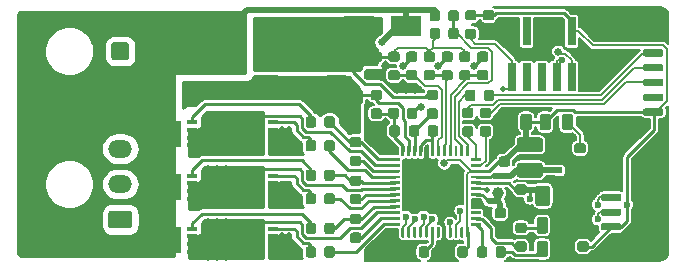
<source format=gbr>
G04 #@! TF.GenerationSoftware,KiCad,Pcbnew,(5.1.5-0-10_14)*
G04 #@! TF.CreationDate,2020-01-04T14:18:12-08:00*
G04 #@! TF.ProjectId,Grits,47726974-732e-46b6-9963-61645f706362,rev?*
G04 #@! TF.SameCoordinates,Original*
G04 #@! TF.FileFunction,Copper,L1,Top*
G04 #@! TF.FilePolarity,Positive*
%FSLAX46Y46*%
G04 Gerber Fmt 4.6, Leading zero omitted, Abs format (unit mm)*
G04 Created by KiCad (PCBNEW (5.1.5-0-10_14)) date 2020-01-04 14:18:12*
%MOMM*%
%LPD*%
G04 APERTURE LIST*
%ADD10R,0.500000X0.500000*%
%ADD11C,1.000000*%
%ADD12C,0.100000*%
%ADD13R,0.740000X2.400000*%
%ADD14R,0.830000X0.400000*%
%ADD15O,2.020000X1.500000*%
%ADD16C,1.500000*%
%ADD17R,2.500000X1.800000*%
%ADD18C,0.654000*%
%ADD19C,0.600000*%
%ADD20C,0.508000*%
%ADD21C,0.250000*%
%ADD22C,0.500000*%
%ADD23C,0.200000*%
%ADD24C,0.160000*%
G04 APERTURE END LIST*
D10*
X151500000Y-105900000D03*
X151500000Y-108100000D03*
D11*
X136250000Y-115000000D03*
G04 #@! TA.AperFunction,SMDPad,CuDef*
D12*
G36*
X153527691Y-107351053D02*
G01*
X153548926Y-107354203D01*
X153569750Y-107359419D01*
X153589962Y-107366651D01*
X153609368Y-107375830D01*
X153627781Y-107386866D01*
X153645024Y-107399654D01*
X153660930Y-107414070D01*
X153675346Y-107429976D01*
X153688134Y-107447219D01*
X153699170Y-107465632D01*
X153708349Y-107485038D01*
X153715581Y-107505250D01*
X153720797Y-107526074D01*
X153723947Y-107547309D01*
X153725000Y-107568750D01*
X153725000Y-108006250D01*
X153723947Y-108027691D01*
X153720797Y-108048926D01*
X153715581Y-108069750D01*
X153708349Y-108089962D01*
X153699170Y-108109368D01*
X153688134Y-108127781D01*
X153675346Y-108145024D01*
X153660930Y-108160930D01*
X153645024Y-108175346D01*
X153627781Y-108188134D01*
X153609368Y-108199170D01*
X153589962Y-108208349D01*
X153569750Y-108215581D01*
X153548926Y-108220797D01*
X153527691Y-108223947D01*
X153506250Y-108225000D01*
X152993750Y-108225000D01*
X152972309Y-108223947D01*
X152951074Y-108220797D01*
X152930250Y-108215581D01*
X152910038Y-108208349D01*
X152890632Y-108199170D01*
X152872219Y-108188134D01*
X152854976Y-108175346D01*
X152839070Y-108160930D01*
X152824654Y-108145024D01*
X152811866Y-108127781D01*
X152800830Y-108109368D01*
X152791651Y-108089962D01*
X152784419Y-108069750D01*
X152779203Y-108048926D01*
X152776053Y-108027691D01*
X152775000Y-108006250D01*
X152775000Y-107568750D01*
X152776053Y-107547309D01*
X152779203Y-107526074D01*
X152784419Y-107505250D01*
X152791651Y-107485038D01*
X152800830Y-107465632D01*
X152811866Y-107447219D01*
X152824654Y-107429976D01*
X152839070Y-107414070D01*
X152854976Y-107399654D01*
X152872219Y-107386866D01*
X152890632Y-107375830D01*
X152910038Y-107366651D01*
X152930250Y-107359419D01*
X152951074Y-107354203D01*
X152972309Y-107351053D01*
X152993750Y-107350000D01*
X153506250Y-107350000D01*
X153527691Y-107351053D01*
G37*
G04 #@! TD.AperFunction*
G04 #@! TA.AperFunction,SMDPad,CuDef*
G36*
X153527691Y-105776053D02*
G01*
X153548926Y-105779203D01*
X153569750Y-105784419D01*
X153589962Y-105791651D01*
X153609368Y-105800830D01*
X153627781Y-105811866D01*
X153645024Y-105824654D01*
X153660930Y-105839070D01*
X153675346Y-105854976D01*
X153688134Y-105872219D01*
X153699170Y-105890632D01*
X153708349Y-105910038D01*
X153715581Y-105930250D01*
X153720797Y-105951074D01*
X153723947Y-105972309D01*
X153725000Y-105993750D01*
X153725000Y-106431250D01*
X153723947Y-106452691D01*
X153720797Y-106473926D01*
X153715581Y-106494750D01*
X153708349Y-106514962D01*
X153699170Y-106534368D01*
X153688134Y-106552781D01*
X153675346Y-106570024D01*
X153660930Y-106585930D01*
X153645024Y-106600346D01*
X153627781Y-106613134D01*
X153609368Y-106624170D01*
X153589962Y-106633349D01*
X153569750Y-106640581D01*
X153548926Y-106645797D01*
X153527691Y-106648947D01*
X153506250Y-106650000D01*
X152993750Y-106650000D01*
X152972309Y-106648947D01*
X152951074Y-106645797D01*
X152930250Y-106640581D01*
X152910038Y-106633349D01*
X152890632Y-106624170D01*
X152872219Y-106613134D01*
X152854976Y-106600346D01*
X152839070Y-106585930D01*
X152824654Y-106570024D01*
X152811866Y-106552781D01*
X152800830Y-106534368D01*
X152791651Y-106514962D01*
X152784419Y-106494750D01*
X152779203Y-106473926D01*
X152776053Y-106452691D01*
X152775000Y-106431250D01*
X152775000Y-105993750D01*
X152776053Y-105972309D01*
X152779203Y-105951074D01*
X152784419Y-105930250D01*
X152791651Y-105910038D01*
X152800830Y-105890632D01*
X152811866Y-105872219D01*
X152824654Y-105854976D01*
X152839070Y-105839070D01*
X152854976Y-105824654D01*
X152872219Y-105811866D01*
X152890632Y-105800830D01*
X152910038Y-105791651D01*
X152930250Y-105784419D01*
X152951074Y-105779203D01*
X152972309Y-105776053D01*
X152993750Y-105775000D01*
X153506250Y-105775000D01*
X153527691Y-105776053D01*
G37*
G04 #@! TD.AperFunction*
G04 #@! TA.AperFunction,SMDPad,CuDef*
G36*
X150580142Y-103301174D02*
G01*
X150603803Y-103304684D01*
X150627007Y-103310496D01*
X150649529Y-103318554D01*
X150671153Y-103328782D01*
X150691670Y-103341079D01*
X150710883Y-103355329D01*
X150728607Y-103371393D01*
X150744671Y-103389117D01*
X150758921Y-103408330D01*
X150771218Y-103428847D01*
X150781446Y-103450471D01*
X150789504Y-103472993D01*
X150795316Y-103496197D01*
X150798826Y-103519858D01*
X150800000Y-103543750D01*
X150800000Y-104456250D01*
X150798826Y-104480142D01*
X150795316Y-104503803D01*
X150789504Y-104527007D01*
X150781446Y-104549529D01*
X150771218Y-104571153D01*
X150758921Y-104591670D01*
X150744671Y-104610883D01*
X150728607Y-104628607D01*
X150710883Y-104644671D01*
X150691670Y-104658921D01*
X150671153Y-104671218D01*
X150649529Y-104681446D01*
X150627007Y-104689504D01*
X150603803Y-104695316D01*
X150580142Y-104698826D01*
X150556250Y-104700000D01*
X150068750Y-104700000D01*
X150044858Y-104698826D01*
X150021197Y-104695316D01*
X149997993Y-104689504D01*
X149975471Y-104681446D01*
X149953847Y-104671218D01*
X149933330Y-104658921D01*
X149914117Y-104644671D01*
X149896393Y-104628607D01*
X149880329Y-104610883D01*
X149866079Y-104591670D01*
X149853782Y-104571153D01*
X149843554Y-104549529D01*
X149835496Y-104527007D01*
X149829684Y-104503803D01*
X149826174Y-104480142D01*
X149825000Y-104456250D01*
X149825000Y-103543750D01*
X149826174Y-103519858D01*
X149829684Y-103496197D01*
X149835496Y-103472993D01*
X149843554Y-103450471D01*
X149853782Y-103428847D01*
X149866079Y-103408330D01*
X149880329Y-103389117D01*
X149896393Y-103371393D01*
X149914117Y-103355329D01*
X149933330Y-103341079D01*
X149953847Y-103328782D01*
X149975471Y-103318554D01*
X149997993Y-103310496D01*
X150021197Y-103304684D01*
X150044858Y-103301174D01*
X150068750Y-103300000D01*
X150556250Y-103300000D01*
X150580142Y-103301174D01*
G37*
G04 #@! TD.AperFunction*
G04 #@! TA.AperFunction,SMDPad,CuDef*
G36*
X152455142Y-103301174D02*
G01*
X152478803Y-103304684D01*
X152502007Y-103310496D01*
X152524529Y-103318554D01*
X152546153Y-103328782D01*
X152566670Y-103341079D01*
X152585883Y-103355329D01*
X152603607Y-103371393D01*
X152619671Y-103389117D01*
X152633921Y-103408330D01*
X152646218Y-103428847D01*
X152656446Y-103450471D01*
X152664504Y-103472993D01*
X152670316Y-103496197D01*
X152673826Y-103519858D01*
X152675000Y-103543750D01*
X152675000Y-104456250D01*
X152673826Y-104480142D01*
X152670316Y-104503803D01*
X152664504Y-104527007D01*
X152656446Y-104549529D01*
X152646218Y-104571153D01*
X152633921Y-104591670D01*
X152619671Y-104610883D01*
X152603607Y-104628607D01*
X152585883Y-104644671D01*
X152566670Y-104658921D01*
X152546153Y-104671218D01*
X152524529Y-104681446D01*
X152502007Y-104689504D01*
X152478803Y-104695316D01*
X152455142Y-104698826D01*
X152431250Y-104700000D01*
X151943750Y-104700000D01*
X151919858Y-104698826D01*
X151896197Y-104695316D01*
X151872993Y-104689504D01*
X151850471Y-104681446D01*
X151828847Y-104671218D01*
X151808330Y-104658921D01*
X151789117Y-104644671D01*
X151771393Y-104628607D01*
X151755329Y-104610883D01*
X151741079Y-104591670D01*
X151728782Y-104571153D01*
X151718554Y-104549529D01*
X151710496Y-104527007D01*
X151704684Y-104503803D01*
X151701174Y-104480142D01*
X151700000Y-104456250D01*
X151700000Y-103543750D01*
X151701174Y-103519858D01*
X151704684Y-103496197D01*
X151710496Y-103472993D01*
X151718554Y-103450471D01*
X151728782Y-103428847D01*
X151741079Y-103408330D01*
X151755329Y-103389117D01*
X151771393Y-103371393D01*
X151789117Y-103355329D01*
X151808330Y-103341079D01*
X151828847Y-103328782D01*
X151850471Y-103318554D01*
X151872993Y-103310496D01*
X151896197Y-103304684D01*
X151919858Y-103301174D01*
X151943750Y-103300000D01*
X152431250Y-103300000D01*
X152455142Y-103301174D01*
G37*
G04 #@! TD.AperFunction*
G04 #@! TA.AperFunction,SMDPad,CuDef*
G36*
X160224504Y-106776204D02*
G01*
X160248773Y-106779804D01*
X160272571Y-106785765D01*
X160295671Y-106794030D01*
X160317849Y-106804520D01*
X160338893Y-106817133D01*
X160358598Y-106831747D01*
X160376777Y-106848223D01*
X160393253Y-106866402D01*
X160407867Y-106886107D01*
X160420480Y-106907151D01*
X160430970Y-106929329D01*
X160439235Y-106952429D01*
X160445196Y-106976227D01*
X160448796Y-107000496D01*
X160450000Y-107025000D01*
X160450000Y-107525000D01*
X160448796Y-107549504D01*
X160445196Y-107573773D01*
X160439235Y-107597571D01*
X160430970Y-107620671D01*
X160420480Y-107642849D01*
X160407867Y-107663893D01*
X160393253Y-107683598D01*
X160376777Y-107701777D01*
X160358598Y-107718253D01*
X160338893Y-107732867D01*
X160317849Y-107745480D01*
X160295671Y-107755970D01*
X160272571Y-107764235D01*
X160248773Y-107770196D01*
X160224504Y-107773796D01*
X160200000Y-107775000D01*
X158000000Y-107775000D01*
X157975496Y-107773796D01*
X157951227Y-107770196D01*
X157927429Y-107764235D01*
X157904329Y-107755970D01*
X157882151Y-107745480D01*
X157861107Y-107732867D01*
X157841402Y-107718253D01*
X157823223Y-107701777D01*
X157806747Y-107683598D01*
X157792133Y-107663893D01*
X157779520Y-107642849D01*
X157769030Y-107620671D01*
X157760765Y-107597571D01*
X157754804Y-107573773D01*
X157751204Y-107549504D01*
X157750000Y-107525000D01*
X157750000Y-107025000D01*
X157751204Y-107000496D01*
X157754804Y-106976227D01*
X157760765Y-106952429D01*
X157769030Y-106929329D01*
X157779520Y-106907151D01*
X157792133Y-106886107D01*
X157806747Y-106866402D01*
X157823223Y-106848223D01*
X157841402Y-106831747D01*
X157861107Y-106817133D01*
X157882151Y-106804520D01*
X157904329Y-106794030D01*
X157927429Y-106785765D01*
X157951227Y-106779804D01*
X157975496Y-106776204D01*
X158000000Y-106775000D01*
X160200000Y-106775000D01*
X160224504Y-106776204D01*
G37*
G04 #@! TD.AperFunction*
G04 #@! TA.AperFunction,SMDPad,CuDef*
G36*
X160224504Y-114226204D02*
G01*
X160248773Y-114229804D01*
X160272571Y-114235765D01*
X160295671Y-114244030D01*
X160317849Y-114254520D01*
X160338893Y-114267133D01*
X160358598Y-114281747D01*
X160376777Y-114298223D01*
X160393253Y-114316402D01*
X160407867Y-114336107D01*
X160420480Y-114357151D01*
X160430970Y-114379329D01*
X160439235Y-114402429D01*
X160445196Y-114426227D01*
X160448796Y-114450496D01*
X160450000Y-114475000D01*
X160450000Y-114975000D01*
X160448796Y-114999504D01*
X160445196Y-115023773D01*
X160439235Y-115047571D01*
X160430970Y-115070671D01*
X160420480Y-115092849D01*
X160407867Y-115113893D01*
X160393253Y-115133598D01*
X160376777Y-115151777D01*
X160358598Y-115168253D01*
X160338893Y-115182867D01*
X160317849Y-115195480D01*
X160295671Y-115205970D01*
X160272571Y-115214235D01*
X160248773Y-115220196D01*
X160224504Y-115223796D01*
X160200000Y-115225000D01*
X158000000Y-115225000D01*
X157975496Y-115223796D01*
X157951227Y-115220196D01*
X157927429Y-115214235D01*
X157904329Y-115205970D01*
X157882151Y-115195480D01*
X157861107Y-115182867D01*
X157841402Y-115168253D01*
X157823223Y-115151777D01*
X157806747Y-115133598D01*
X157792133Y-115113893D01*
X157779520Y-115092849D01*
X157769030Y-115070671D01*
X157760765Y-115047571D01*
X157754804Y-115023773D01*
X157751204Y-114999504D01*
X157750000Y-114975000D01*
X157750000Y-114475000D01*
X157751204Y-114450496D01*
X157754804Y-114426227D01*
X157760765Y-114402429D01*
X157769030Y-114379329D01*
X157779520Y-114357151D01*
X157792133Y-114336107D01*
X157806747Y-114316402D01*
X157823223Y-114298223D01*
X157841402Y-114281747D01*
X157861107Y-114267133D01*
X157882151Y-114254520D01*
X157904329Y-114244030D01*
X157927429Y-114235765D01*
X157951227Y-114229804D01*
X157975496Y-114226204D01*
X158000000Y-114225000D01*
X160200000Y-114225000D01*
X160224504Y-114226204D01*
G37*
G04 #@! TD.AperFunction*
G04 #@! TA.AperFunction,SMDPad,CuDef*
G36*
X156614703Y-108825722D02*
G01*
X156629264Y-108827882D01*
X156643543Y-108831459D01*
X156657403Y-108836418D01*
X156670710Y-108842712D01*
X156683336Y-108850280D01*
X156695159Y-108859048D01*
X156706066Y-108868934D01*
X156715952Y-108879841D01*
X156724720Y-108891664D01*
X156732288Y-108904290D01*
X156738582Y-108917597D01*
X156743541Y-108931457D01*
X156747118Y-108945736D01*
X156749278Y-108960297D01*
X156750000Y-108975000D01*
X156750000Y-109275000D01*
X156749278Y-109289703D01*
X156747118Y-109304264D01*
X156743541Y-109318543D01*
X156738582Y-109332403D01*
X156732288Y-109345710D01*
X156724720Y-109358336D01*
X156715952Y-109370159D01*
X156706066Y-109381066D01*
X156695159Y-109390952D01*
X156683336Y-109399720D01*
X156670710Y-109407288D01*
X156657403Y-109413582D01*
X156643543Y-109418541D01*
X156629264Y-109422118D01*
X156614703Y-109424278D01*
X156600000Y-109425000D01*
X155200000Y-109425000D01*
X155185297Y-109424278D01*
X155170736Y-109422118D01*
X155156457Y-109418541D01*
X155142597Y-109413582D01*
X155129290Y-109407288D01*
X155116664Y-109399720D01*
X155104841Y-109390952D01*
X155093934Y-109381066D01*
X155084048Y-109370159D01*
X155075280Y-109358336D01*
X155067712Y-109345710D01*
X155061418Y-109332403D01*
X155056459Y-109318543D01*
X155052882Y-109304264D01*
X155050722Y-109289703D01*
X155050000Y-109275000D01*
X155050000Y-108975000D01*
X155050722Y-108960297D01*
X155052882Y-108945736D01*
X155056459Y-108931457D01*
X155061418Y-108917597D01*
X155067712Y-108904290D01*
X155075280Y-108891664D01*
X155084048Y-108879841D01*
X155093934Y-108868934D01*
X155104841Y-108859048D01*
X155116664Y-108850280D01*
X155129290Y-108842712D01*
X155142597Y-108836418D01*
X155156457Y-108831459D01*
X155170736Y-108827882D01*
X155185297Y-108825722D01*
X155200000Y-108825000D01*
X156600000Y-108825000D01*
X156614703Y-108825722D01*
G37*
G04 #@! TD.AperFunction*
G04 #@! TA.AperFunction,SMDPad,CuDef*
G36*
X156614703Y-110075722D02*
G01*
X156629264Y-110077882D01*
X156643543Y-110081459D01*
X156657403Y-110086418D01*
X156670710Y-110092712D01*
X156683336Y-110100280D01*
X156695159Y-110109048D01*
X156706066Y-110118934D01*
X156715952Y-110129841D01*
X156724720Y-110141664D01*
X156732288Y-110154290D01*
X156738582Y-110167597D01*
X156743541Y-110181457D01*
X156747118Y-110195736D01*
X156749278Y-110210297D01*
X156750000Y-110225000D01*
X156750000Y-110525000D01*
X156749278Y-110539703D01*
X156747118Y-110554264D01*
X156743541Y-110568543D01*
X156738582Y-110582403D01*
X156732288Y-110595710D01*
X156724720Y-110608336D01*
X156715952Y-110620159D01*
X156706066Y-110631066D01*
X156695159Y-110640952D01*
X156683336Y-110649720D01*
X156670710Y-110657288D01*
X156657403Y-110663582D01*
X156643543Y-110668541D01*
X156629264Y-110672118D01*
X156614703Y-110674278D01*
X156600000Y-110675000D01*
X155200000Y-110675000D01*
X155185297Y-110674278D01*
X155170736Y-110672118D01*
X155156457Y-110668541D01*
X155142597Y-110663582D01*
X155129290Y-110657288D01*
X155116664Y-110649720D01*
X155104841Y-110640952D01*
X155093934Y-110631066D01*
X155084048Y-110620159D01*
X155075280Y-110608336D01*
X155067712Y-110595710D01*
X155061418Y-110582403D01*
X155056459Y-110568543D01*
X155052882Y-110554264D01*
X155050722Y-110539703D01*
X155050000Y-110525000D01*
X155050000Y-110225000D01*
X155050722Y-110210297D01*
X155052882Y-110195736D01*
X155056459Y-110181457D01*
X155061418Y-110167597D01*
X155067712Y-110154290D01*
X155075280Y-110141664D01*
X155084048Y-110129841D01*
X155093934Y-110118934D01*
X155104841Y-110109048D01*
X155116664Y-110100280D01*
X155129290Y-110092712D01*
X155142597Y-110086418D01*
X155156457Y-110081459D01*
X155170736Y-110077882D01*
X155185297Y-110075722D01*
X155200000Y-110075000D01*
X156600000Y-110075000D01*
X156614703Y-110075722D01*
G37*
G04 #@! TD.AperFunction*
G04 #@! TA.AperFunction,SMDPad,CuDef*
G36*
X156614703Y-111325722D02*
G01*
X156629264Y-111327882D01*
X156643543Y-111331459D01*
X156657403Y-111336418D01*
X156670710Y-111342712D01*
X156683336Y-111350280D01*
X156695159Y-111359048D01*
X156706066Y-111368934D01*
X156715952Y-111379841D01*
X156724720Y-111391664D01*
X156732288Y-111404290D01*
X156738582Y-111417597D01*
X156743541Y-111431457D01*
X156747118Y-111445736D01*
X156749278Y-111460297D01*
X156750000Y-111475000D01*
X156750000Y-111775000D01*
X156749278Y-111789703D01*
X156747118Y-111804264D01*
X156743541Y-111818543D01*
X156738582Y-111832403D01*
X156732288Y-111845710D01*
X156724720Y-111858336D01*
X156715952Y-111870159D01*
X156706066Y-111881066D01*
X156695159Y-111890952D01*
X156683336Y-111899720D01*
X156670710Y-111907288D01*
X156657403Y-111913582D01*
X156643543Y-111918541D01*
X156629264Y-111922118D01*
X156614703Y-111924278D01*
X156600000Y-111925000D01*
X155200000Y-111925000D01*
X155185297Y-111924278D01*
X155170736Y-111922118D01*
X155156457Y-111918541D01*
X155142597Y-111913582D01*
X155129290Y-111907288D01*
X155116664Y-111899720D01*
X155104841Y-111890952D01*
X155093934Y-111881066D01*
X155084048Y-111870159D01*
X155075280Y-111858336D01*
X155067712Y-111845710D01*
X155061418Y-111832403D01*
X155056459Y-111818543D01*
X155052882Y-111804264D01*
X155050722Y-111789703D01*
X155050000Y-111775000D01*
X155050000Y-111475000D01*
X155050722Y-111460297D01*
X155052882Y-111445736D01*
X155056459Y-111431457D01*
X155061418Y-111417597D01*
X155067712Y-111404290D01*
X155075280Y-111391664D01*
X155084048Y-111379841D01*
X155093934Y-111368934D01*
X155104841Y-111359048D01*
X155116664Y-111350280D01*
X155129290Y-111342712D01*
X155142597Y-111336418D01*
X155156457Y-111331459D01*
X155170736Y-111327882D01*
X155185297Y-111325722D01*
X155200000Y-111325000D01*
X156600000Y-111325000D01*
X156614703Y-111325722D01*
G37*
G04 #@! TD.AperFunction*
G04 #@! TA.AperFunction,SMDPad,CuDef*
G36*
X156614703Y-112575722D02*
G01*
X156629264Y-112577882D01*
X156643543Y-112581459D01*
X156657403Y-112586418D01*
X156670710Y-112592712D01*
X156683336Y-112600280D01*
X156695159Y-112609048D01*
X156706066Y-112618934D01*
X156715952Y-112629841D01*
X156724720Y-112641664D01*
X156732288Y-112654290D01*
X156738582Y-112667597D01*
X156743541Y-112681457D01*
X156747118Y-112695736D01*
X156749278Y-112710297D01*
X156750000Y-112725000D01*
X156750000Y-113025000D01*
X156749278Y-113039703D01*
X156747118Y-113054264D01*
X156743541Y-113068543D01*
X156738582Y-113082403D01*
X156732288Y-113095710D01*
X156724720Y-113108336D01*
X156715952Y-113120159D01*
X156706066Y-113131066D01*
X156695159Y-113140952D01*
X156683336Y-113149720D01*
X156670710Y-113157288D01*
X156657403Y-113163582D01*
X156643543Y-113168541D01*
X156629264Y-113172118D01*
X156614703Y-113174278D01*
X156600000Y-113175000D01*
X155200000Y-113175000D01*
X155185297Y-113174278D01*
X155170736Y-113172118D01*
X155156457Y-113168541D01*
X155142597Y-113163582D01*
X155129290Y-113157288D01*
X155116664Y-113149720D01*
X155104841Y-113140952D01*
X155093934Y-113131066D01*
X155084048Y-113120159D01*
X155075280Y-113108336D01*
X155067712Y-113095710D01*
X155061418Y-113082403D01*
X155056459Y-113068543D01*
X155052882Y-113054264D01*
X155050722Y-113039703D01*
X155050000Y-113025000D01*
X155050000Y-112725000D01*
X155050722Y-112710297D01*
X155052882Y-112695736D01*
X155056459Y-112681457D01*
X155061418Y-112667597D01*
X155067712Y-112654290D01*
X155075280Y-112641664D01*
X155084048Y-112629841D01*
X155093934Y-112618934D01*
X155104841Y-112609048D01*
X155116664Y-112600280D01*
X155129290Y-112592712D01*
X155142597Y-112586418D01*
X155156457Y-112581459D01*
X155170736Y-112577882D01*
X155185297Y-112575722D01*
X155200000Y-112575000D01*
X156600000Y-112575000D01*
X156614703Y-112575722D01*
G37*
G04 #@! TD.AperFunction*
G04 #@! TA.AperFunction,SMDPad,CuDef*
G36*
X143818626Y-112900301D02*
G01*
X143824693Y-112901201D01*
X143830643Y-112902691D01*
X143836418Y-112904758D01*
X143841962Y-112907380D01*
X143847223Y-112910533D01*
X143852150Y-112914187D01*
X143856694Y-112918306D01*
X143860813Y-112922850D01*
X143864467Y-112927777D01*
X143867620Y-112933038D01*
X143870242Y-112938582D01*
X143872309Y-112944357D01*
X143873799Y-112950307D01*
X143874699Y-112956374D01*
X143875000Y-112962500D01*
X143875000Y-113712500D01*
X143874699Y-113718626D01*
X143873799Y-113724693D01*
X143872309Y-113730643D01*
X143870242Y-113736418D01*
X143867620Y-113741962D01*
X143864467Y-113747223D01*
X143860813Y-113752150D01*
X143856694Y-113756694D01*
X143852150Y-113760813D01*
X143847223Y-113764467D01*
X143841962Y-113767620D01*
X143836418Y-113770242D01*
X143830643Y-113772309D01*
X143824693Y-113773799D01*
X143818626Y-113774699D01*
X143812500Y-113775000D01*
X143687500Y-113775000D01*
X143681374Y-113774699D01*
X143675307Y-113773799D01*
X143669357Y-113772309D01*
X143663582Y-113770242D01*
X143658038Y-113767620D01*
X143652777Y-113764467D01*
X143647850Y-113760813D01*
X143643306Y-113756694D01*
X143639187Y-113752150D01*
X143635533Y-113747223D01*
X143632380Y-113741962D01*
X143629758Y-113736418D01*
X143627691Y-113730643D01*
X143626201Y-113724693D01*
X143625301Y-113718626D01*
X143625000Y-113712500D01*
X143625000Y-112962500D01*
X143625301Y-112956374D01*
X143626201Y-112950307D01*
X143627691Y-112944357D01*
X143629758Y-112938582D01*
X143632380Y-112933038D01*
X143635533Y-112927777D01*
X143639187Y-112922850D01*
X143643306Y-112918306D01*
X143647850Y-112914187D01*
X143652777Y-112910533D01*
X143658038Y-112907380D01*
X143663582Y-112904758D01*
X143669357Y-112902691D01*
X143675307Y-112901201D01*
X143681374Y-112900301D01*
X143687500Y-112900000D01*
X143812500Y-112900000D01*
X143818626Y-112900301D01*
G37*
G04 #@! TD.AperFunction*
G04 #@! TA.AperFunction,SMDPad,CuDef*
G36*
X143318626Y-112900301D02*
G01*
X143324693Y-112901201D01*
X143330643Y-112902691D01*
X143336418Y-112904758D01*
X143341962Y-112907380D01*
X143347223Y-112910533D01*
X143352150Y-112914187D01*
X143356694Y-112918306D01*
X143360813Y-112922850D01*
X143364467Y-112927777D01*
X143367620Y-112933038D01*
X143370242Y-112938582D01*
X143372309Y-112944357D01*
X143373799Y-112950307D01*
X143374699Y-112956374D01*
X143375000Y-112962500D01*
X143375000Y-113712500D01*
X143374699Y-113718626D01*
X143373799Y-113724693D01*
X143372309Y-113730643D01*
X143370242Y-113736418D01*
X143367620Y-113741962D01*
X143364467Y-113747223D01*
X143360813Y-113752150D01*
X143356694Y-113756694D01*
X143352150Y-113760813D01*
X143347223Y-113764467D01*
X143341962Y-113767620D01*
X143336418Y-113770242D01*
X143330643Y-113772309D01*
X143324693Y-113773799D01*
X143318626Y-113774699D01*
X143312500Y-113775000D01*
X143187500Y-113775000D01*
X143181374Y-113774699D01*
X143175307Y-113773799D01*
X143169357Y-113772309D01*
X143163582Y-113770242D01*
X143158038Y-113767620D01*
X143152777Y-113764467D01*
X143147850Y-113760813D01*
X143143306Y-113756694D01*
X143139187Y-113752150D01*
X143135533Y-113747223D01*
X143132380Y-113741962D01*
X143129758Y-113736418D01*
X143127691Y-113730643D01*
X143126201Y-113724693D01*
X143125301Y-113718626D01*
X143125000Y-113712500D01*
X143125000Y-112962500D01*
X143125301Y-112956374D01*
X143126201Y-112950307D01*
X143127691Y-112944357D01*
X143129758Y-112938582D01*
X143132380Y-112933038D01*
X143135533Y-112927777D01*
X143139187Y-112922850D01*
X143143306Y-112918306D01*
X143147850Y-112914187D01*
X143152777Y-112910533D01*
X143158038Y-112907380D01*
X143163582Y-112904758D01*
X143169357Y-112902691D01*
X143175307Y-112901201D01*
X143181374Y-112900301D01*
X143187500Y-112900000D01*
X143312500Y-112900000D01*
X143318626Y-112900301D01*
G37*
G04 #@! TD.AperFunction*
G04 #@! TA.AperFunction,SMDPad,CuDef*
G36*
X142818626Y-112900301D02*
G01*
X142824693Y-112901201D01*
X142830643Y-112902691D01*
X142836418Y-112904758D01*
X142841962Y-112907380D01*
X142847223Y-112910533D01*
X142852150Y-112914187D01*
X142856694Y-112918306D01*
X142860813Y-112922850D01*
X142864467Y-112927777D01*
X142867620Y-112933038D01*
X142870242Y-112938582D01*
X142872309Y-112944357D01*
X142873799Y-112950307D01*
X142874699Y-112956374D01*
X142875000Y-112962500D01*
X142875000Y-113712500D01*
X142874699Y-113718626D01*
X142873799Y-113724693D01*
X142872309Y-113730643D01*
X142870242Y-113736418D01*
X142867620Y-113741962D01*
X142864467Y-113747223D01*
X142860813Y-113752150D01*
X142856694Y-113756694D01*
X142852150Y-113760813D01*
X142847223Y-113764467D01*
X142841962Y-113767620D01*
X142836418Y-113770242D01*
X142830643Y-113772309D01*
X142824693Y-113773799D01*
X142818626Y-113774699D01*
X142812500Y-113775000D01*
X142687500Y-113775000D01*
X142681374Y-113774699D01*
X142675307Y-113773799D01*
X142669357Y-113772309D01*
X142663582Y-113770242D01*
X142658038Y-113767620D01*
X142652777Y-113764467D01*
X142647850Y-113760813D01*
X142643306Y-113756694D01*
X142639187Y-113752150D01*
X142635533Y-113747223D01*
X142632380Y-113741962D01*
X142629758Y-113736418D01*
X142627691Y-113730643D01*
X142626201Y-113724693D01*
X142625301Y-113718626D01*
X142625000Y-113712500D01*
X142625000Y-112962500D01*
X142625301Y-112956374D01*
X142626201Y-112950307D01*
X142627691Y-112944357D01*
X142629758Y-112938582D01*
X142632380Y-112933038D01*
X142635533Y-112927777D01*
X142639187Y-112922850D01*
X142643306Y-112918306D01*
X142647850Y-112914187D01*
X142652777Y-112910533D01*
X142658038Y-112907380D01*
X142663582Y-112904758D01*
X142669357Y-112902691D01*
X142675307Y-112901201D01*
X142681374Y-112900301D01*
X142687500Y-112900000D01*
X142812500Y-112900000D01*
X142818626Y-112900301D01*
G37*
G04 #@! TD.AperFunction*
G04 #@! TA.AperFunction,SMDPad,CuDef*
G36*
X142318626Y-112900301D02*
G01*
X142324693Y-112901201D01*
X142330643Y-112902691D01*
X142336418Y-112904758D01*
X142341962Y-112907380D01*
X142347223Y-112910533D01*
X142352150Y-112914187D01*
X142356694Y-112918306D01*
X142360813Y-112922850D01*
X142364467Y-112927777D01*
X142367620Y-112933038D01*
X142370242Y-112938582D01*
X142372309Y-112944357D01*
X142373799Y-112950307D01*
X142374699Y-112956374D01*
X142375000Y-112962500D01*
X142375000Y-113712500D01*
X142374699Y-113718626D01*
X142373799Y-113724693D01*
X142372309Y-113730643D01*
X142370242Y-113736418D01*
X142367620Y-113741962D01*
X142364467Y-113747223D01*
X142360813Y-113752150D01*
X142356694Y-113756694D01*
X142352150Y-113760813D01*
X142347223Y-113764467D01*
X142341962Y-113767620D01*
X142336418Y-113770242D01*
X142330643Y-113772309D01*
X142324693Y-113773799D01*
X142318626Y-113774699D01*
X142312500Y-113775000D01*
X142187500Y-113775000D01*
X142181374Y-113774699D01*
X142175307Y-113773799D01*
X142169357Y-113772309D01*
X142163582Y-113770242D01*
X142158038Y-113767620D01*
X142152777Y-113764467D01*
X142147850Y-113760813D01*
X142143306Y-113756694D01*
X142139187Y-113752150D01*
X142135533Y-113747223D01*
X142132380Y-113741962D01*
X142129758Y-113736418D01*
X142127691Y-113730643D01*
X142126201Y-113724693D01*
X142125301Y-113718626D01*
X142125000Y-113712500D01*
X142125000Y-112962500D01*
X142125301Y-112956374D01*
X142126201Y-112950307D01*
X142127691Y-112944357D01*
X142129758Y-112938582D01*
X142132380Y-112933038D01*
X142135533Y-112927777D01*
X142139187Y-112922850D01*
X142143306Y-112918306D01*
X142147850Y-112914187D01*
X142152777Y-112910533D01*
X142158038Y-112907380D01*
X142163582Y-112904758D01*
X142169357Y-112902691D01*
X142175307Y-112901201D01*
X142181374Y-112900301D01*
X142187500Y-112900000D01*
X142312500Y-112900000D01*
X142318626Y-112900301D01*
G37*
G04 #@! TD.AperFunction*
G04 #@! TA.AperFunction,SMDPad,CuDef*
G36*
X141818626Y-112900301D02*
G01*
X141824693Y-112901201D01*
X141830643Y-112902691D01*
X141836418Y-112904758D01*
X141841962Y-112907380D01*
X141847223Y-112910533D01*
X141852150Y-112914187D01*
X141856694Y-112918306D01*
X141860813Y-112922850D01*
X141864467Y-112927777D01*
X141867620Y-112933038D01*
X141870242Y-112938582D01*
X141872309Y-112944357D01*
X141873799Y-112950307D01*
X141874699Y-112956374D01*
X141875000Y-112962500D01*
X141875000Y-113712500D01*
X141874699Y-113718626D01*
X141873799Y-113724693D01*
X141872309Y-113730643D01*
X141870242Y-113736418D01*
X141867620Y-113741962D01*
X141864467Y-113747223D01*
X141860813Y-113752150D01*
X141856694Y-113756694D01*
X141852150Y-113760813D01*
X141847223Y-113764467D01*
X141841962Y-113767620D01*
X141836418Y-113770242D01*
X141830643Y-113772309D01*
X141824693Y-113773799D01*
X141818626Y-113774699D01*
X141812500Y-113775000D01*
X141687500Y-113775000D01*
X141681374Y-113774699D01*
X141675307Y-113773799D01*
X141669357Y-113772309D01*
X141663582Y-113770242D01*
X141658038Y-113767620D01*
X141652777Y-113764467D01*
X141647850Y-113760813D01*
X141643306Y-113756694D01*
X141639187Y-113752150D01*
X141635533Y-113747223D01*
X141632380Y-113741962D01*
X141629758Y-113736418D01*
X141627691Y-113730643D01*
X141626201Y-113724693D01*
X141625301Y-113718626D01*
X141625000Y-113712500D01*
X141625000Y-112962500D01*
X141625301Y-112956374D01*
X141626201Y-112950307D01*
X141627691Y-112944357D01*
X141629758Y-112938582D01*
X141632380Y-112933038D01*
X141635533Y-112927777D01*
X141639187Y-112922850D01*
X141643306Y-112918306D01*
X141647850Y-112914187D01*
X141652777Y-112910533D01*
X141658038Y-112907380D01*
X141663582Y-112904758D01*
X141669357Y-112902691D01*
X141675307Y-112901201D01*
X141681374Y-112900301D01*
X141687500Y-112900000D01*
X141812500Y-112900000D01*
X141818626Y-112900301D01*
G37*
G04 #@! TD.AperFunction*
G04 #@! TA.AperFunction,SMDPad,CuDef*
G36*
X141318626Y-112900301D02*
G01*
X141324693Y-112901201D01*
X141330643Y-112902691D01*
X141336418Y-112904758D01*
X141341962Y-112907380D01*
X141347223Y-112910533D01*
X141352150Y-112914187D01*
X141356694Y-112918306D01*
X141360813Y-112922850D01*
X141364467Y-112927777D01*
X141367620Y-112933038D01*
X141370242Y-112938582D01*
X141372309Y-112944357D01*
X141373799Y-112950307D01*
X141374699Y-112956374D01*
X141375000Y-112962500D01*
X141375000Y-113712500D01*
X141374699Y-113718626D01*
X141373799Y-113724693D01*
X141372309Y-113730643D01*
X141370242Y-113736418D01*
X141367620Y-113741962D01*
X141364467Y-113747223D01*
X141360813Y-113752150D01*
X141356694Y-113756694D01*
X141352150Y-113760813D01*
X141347223Y-113764467D01*
X141341962Y-113767620D01*
X141336418Y-113770242D01*
X141330643Y-113772309D01*
X141324693Y-113773799D01*
X141318626Y-113774699D01*
X141312500Y-113775000D01*
X141187500Y-113775000D01*
X141181374Y-113774699D01*
X141175307Y-113773799D01*
X141169357Y-113772309D01*
X141163582Y-113770242D01*
X141158038Y-113767620D01*
X141152777Y-113764467D01*
X141147850Y-113760813D01*
X141143306Y-113756694D01*
X141139187Y-113752150D01*
X141135533Y-113747223D01*
X141132380Y-113741962D01*
X141129758Y-113736418D01*
X141127691Y-113730643D01*
X141126201Y-113724693D01*
X141125301Y-113718626D01*
X141125000Y-113712500D01*
X141125000Y-112962500D01*
X141125301Y-112956374D01*
X141126201Y-112950307D01*
X141127691Y-112944357D01*
X141129758Y-112938582D01*
X141132380Y-112933038D01*
X141135533Y-112927777D01*
X141139187Y-112922850D01*
X141143306Y-112918306D01*
X141147850Y-112914187D01*
X141152777Y-112910533D01*
X141158038Y-112907380D01*
X141163582Y-112904758D01*
X141169357Y-112902691D01*
X141175307Y-112901201D01*
X141181374Y-112900301D01*
X141187500Y-112900000D01*
X141312500Y-112900000D01*
X141318626Y-112900301D01*
G37*
G04 #@! TD.AperFunction*
G04 #@! TA.AperFunction,SMDPad,CuDef*
G36*
X140818626Y-112900301D02*
G01*
X140824693Y-112901201D01*
X140830643Y-112902691D01*
X140836418Y-112904758D01*
X140841962Y-112907380D01*
X140847223Y-112910533D01*
X140852150Y-112914187D01*
X140856694Y-112918306D01*
X140860813Y-112922850D01*
X140864467Y-112927777D01*
X140867620Y-112933038D01*
X140870242Y-112938582D01*
X140872309Y-112944357D01*
X140873799Y-112950307D01*
X140874699Y-112956374D01*
X140875000Y-112962500D01*
X140875000Y-113712500D01*
X140874699Y-113718626D01*
X140873799Y-113724693D01*
X140872309Y-113730643D01*
X140870242Y-113736418D01*
X140867620Y-113741962D01*
X140864467Y-113747223D01*
X140860813Y-113752150D01*
X140856694Y-113756694D01*
X140852150Y-113760813D01*
X140847223Y-113764467D01*
X140841962Y-113767620D01*
X140836418Y-113770242D01*
X140830643Y-113772309D01*
X140824693Y-113773799D01*
X140818626Y-113774699D01*
X140812500Y-113775000D01*
X140687500Y-113775000D01*
X140681374Y-113774699D01*
X140675307Y-113773799D01*
X140669357Y-113772309D01*
X140663582Y-113770242D01*
X140658038Y-113767620D01*
X140652777Y-113764467D01*
X140647850Y-113760813D01*
X140643306Y-113756694D01*
X140639187Y-113752150D01*
X140635533Y-113747223D01*
X140632380Y-113741962D01*
X140629758Y-113736418D01*
X140627691Y-113730643D01*
X140626201Y-113724693D01*
X140625301Y-113718626D01*
X140625000Y-113712500D01*
X140625000Y-112962500D01*
X140625301Y-112956374D01*
X140626201Y-112950307D01*
X140627691Y-112944357D01*
X140629758Y-112938582D01*
X140632380Y-112933038D01*
X140635533Y-112927777D01*
X140639187Y-112922850D01*
X140643306Y-112918306D01*
X140647850Y-112914187D01*
X140652777Y-112910533D01*
X140658038Y-112907380D01*
X140663582Y-112904758D01*
X140669357Y-112902691D01*
X140675307Y-112901201D01*
X140681374Y-112900301D01*
X140687500Y-112900000D01*
X140812500Y-112900000D01*
X140818626Y-112900301D01*
G37*
G04 #@! TD.AperFunction*
G04 #@! TA.AperFunction,SMDPad,CuDef*
G36*
X140318626Y-112900301D02*
G01*
X140324693Y-112901201D01*
X140330643Y-112902691D01*
X140336418Y-112904758D01*
X140341962Y-112907380D01*
X140347223Y-112910533D01*
X140352150Y-112914187D01*
X140356694Y-112918306D01*
X140360813Y-112922850D01*
X140364467Y-112927777D01*
X140367620Y-112933038D01*
X140370242Y-112938582D01*
X140372309Y-112944357D01*
X140373799Y-112950307D01*
X140374699Y-112956374D01*
X140375000Y-112962500D01*
X140375000Y-113712500D01*
X140374699Y-113718626D01*
X140373799Y-113724693D01*
X140372309Y-113730643D01*
X140370242Y-113736418D01*
X140367620Y-113741962D01*
X140364467Y-113747223D01*
X140360813Y-113752150D01*
X140356694Y-113756694D01*
X140352150Y-113760813D01*
X140347223Y-113764467D01*
X140341962Y-113767620D01*
X140336418Y-113770242D01*
X140330643Y-113772309D01*
X140324693Y-113773799D01*
X140318626Y-113774699D01*
X140312500Y-113775000D01*
X140187500Y-113775000D01*
X140181374Y-113774699D01*
X140175307Y-113773799D01*
X140169357Y-113772309D01*
X140163582Y-113770242D01*
X140158038Y-113767620D01*
X140152777Y-113764467D01*
X140147850Y-113760813D01*
X140143306Y-113756694D01*
X140139187Y-113752150D01*
X140135533Y-113747223D01*
X140132380Y-113741962D01*
X140129758Y-113736418D01*
X140127691Y-113730643D01*
X140126201Y-113724693D01*
X140125301Y-113718626D01*
X140125000Y-113712500D01*
X140125000Y-112962500D01*
X140125301Y-112956374D01*
X140126201Y-112950307D01*
X140127691Y-112944357D01*
X140129758Y-112938582D01*
X140132380Y-112933038D01*
X140135533Y-112927777D01*
X140139187Y-112922850D01*
X140143306Y-112918306D01*
X140147850Y-112914187D01*
X140152777Y-112910533D01*
X140158038Y-112907380D01*
X140163582Y-112904758D01*
X140169357Y-112902691D01*
X140175307Y-112901201D01*
X140181374Y-112900301D01*
X140187500Y-112900000D01*
X140312500Y-112900000D01*
X140318626Y-112900301D01*
G37*
G04 #@! TD.AperFunction*
G04 #@! TA.AperFunction,SMDPad,CuDef*
G36*
X139818626Y-112900301D02*
G01*
X139824693Y-112901201D01*
X139830643Y-112902691D01*
X139836418Y-112904758D01*
X139841962Y-112907380D01*
X139847223Y-112910533D01*
X139852150Y-112914187D01*
X139856694Y-112918306D01*
X139860813Y-112922850D01*
X139864467Y-112927777D01*
X139867620Y-112933038D01*
X139870242Y-112938582D01*
X139872309Y-112944357D01*
X139873799Y-112950307D01*
X139874699Y-112956374D01*
X139875000Y-112962500D01*
X139875000Y-113712500D01*
X139874699Y-113718626D01*
X139873799Y-113724693D01*
X139872309Y-113730643D01*
X139870242Y-113736418D01*
X139867620Y-113741962D01*
X139864467Y-113747223D01*
X139860813Y-113752150D01*
X139856694Y-113756694D01*
X139852150Y-113760813D01*
X139847223Y-113764467D01*
X139841962Y-113767620D01*
X139836418Y-113770242D01*
X139830643Y-113772309D01*
X139824693Y-113773799D01*
X139818626Y-113774699D01*
X139812500Y-113775000D01*
X139687500Y-113775000D01*
X139681374Y-113774699D01*
X139675307Y-113773799D01*
X139669357Y-113772309D01*
X139663582Y-113770242D01*
X139658038Y-113767620D01*
X139652777Y-113764467D01*
X139647850Y-113760813D01*
X139643306Y-113756694D01*
X139639187Y-113752150D01*
X139635533Y-113747223D01*
X139632380Y-113741962D01*
X139629758Y-113736418D01*
X139627691Y-113730643D01*
X139626201Y-113724693D01*
X139625301Y-113718626D01*
X139625000Y-113712500D01*
X139625000Y-112962500D01*
X139625301Y-112956374D01*
X139626201Y-112950307D01*
X139627691Y-112944357D01*
X139629758Y-112938582D01*
X139632380Y-112933038D01*
X139635533Y-112927777D01*
X139639187Y-112922850D01*
X139643306Y-112918306D01*
X139647850Y-112914187D01*
X139652777Y-112910533D01*
X139658038Y-112907380D01*
X139663582Y-112904758D01*
X139669357Y-112902691D01*
X139675307Y-112901201D01*
X139681374Y-112900301D01*
X139687500Y-112900000D01*
X139812500Y-112900000D01*
X139818626Y-112900301D01*
G37*
G04 #@! TD.AperFunction*
G04 #@! TA.AperFunction,SMDPad,CuDef*
G36*
X139318626Y-112900301D02*
G01*
X139324693Y-112901201D01*
X139330643Y-112902691D01*
X139336418Y-112904758D01*
X139341962Y-112907380D01*
X139347223Y-112910533D01*
X139352150Y-112914187D01*
X139356694Y-112918306D01*
X139360813Y-112922850D01*
X139364467Y-112927777D01*
X139367620Y-112933038D01*
X139370242Y-112938582D01*
X139372309Y-112944357D01*
X139373799Y-112950307D01*
X139374699Y-112956374D01*
X139375000Y-112962500D01*
X139375000Y-113712500D01*
X139374699Y-113718626D01*
X139373799Y-113724693D01*
X139372309Y-113730643D01*
X139370242Y-113736418D01*
X139367620Y-113741962D01*
X139364467Y-113747223D01*
X139360813Y-113752150D01*
X139356694Y-113756694D01*
X139352150Y-113760813D01*
X139347223Y-113764467D01*
X139341962Y-113767620D01*
X139336418Y-113770242D01*
X139330643Y-113772309D01*
X139324693Y-113773799D01*
X139318626Y-113774699D01*
X139312500Y-113775000D01*
X139187500Y-113775000D01*
X139181374Y-113774699D01*
X139175307Y-113773799D01*
X139169357Y-113772309D01*
X139163582Y-113770242D01*
X139158038Y-113767620D01*
X139152777Y-113764467D01*
X139147850Y-113760813D01*
X139143306Y-113756694D01*
X139139187Y-113752150D01*
X139135533Y-113747223D01*
X139132380Y-113741962D01*
X139129758Y-113736418D01*
X139127691Y-113730643D01*
X139126201Y-113724693D01*
X139125301Y-113718626D01*
X139125000Y-113712500D01*
X139125000Y-112962500D01*
X139125301Y-112956374D01*
X139126201Y-112950307D01*
X139127691Y-112944357D01*
X139129758Y-112938582D01*
X139132380Y-112933038D01*
X139135533Y-112927777D01*
X139139187Y-112922850D01*
X139143306Y-112918306D01*
X139147850Y-112914187D01*
X139152777Y-112910533D01*
X139158038Y-112907380D01*
X139163582Y-112904758D01*
X139169357Y-112902691D01*
X139175307Y-112901201D01*
X139181374Y-112900301D01*
X139187500Y-112900000D01*
X139312500Y-112900000D01*
X139318626Y-112900301D01*
G37*
G04 #@! TD.AperFunction*
G04 #@! TA.AperFunction,SMDPad,CuDef*
G36*
X138818626Y-112900301D02*
G01*
X138824693Y-112901201D01*
X138830643Y-112902691D01*
X138836418Y-112904758D01*
X138841962Y-112907380D01*
X138847223Y-112910533D01*
X138852150Y-112914187D01*
X138856694Y-112918306D01*
X138860813Y-112922850D01*
X138864467Y-112927777D01*
X138867620Y-112933038D01*
X138870242Y-112938582D01*
X138872309Y-112944357D01*
X138873799Y-112950307D01*
X138874699Y-112956374D01*
X138875000Y-112962500D01*
X138875000Y-113712500D01*
X138874699Y-113718626D01*
X138873799Y-113724693D01*
X138872309Y-113730643D01*
X138870242Y-113736418D01*
X138867620Y-113741962D01*
X138864467Y-113747223D01*
X138860813Y-113752150D01*
X138856694Y-113756694D01*
X138852150Y-113760813D01*
X138847223Y-113764467D01*
X138841962Y-113767620D01*
X138836418Y-113770242D01*
X138830643Y-113772309D01*
X138824693Y-113773799D01*
X138818626Y-113774699D01*
X138812500Y-113775000D01*
X138687500Y-113775000D01*
X138681374Y-113774699D01*
X138675307Y-113773799D01*
X138669357Y-113772309D01*
X138663582Y-113770242D01*
X138658038Y-113767620D01*
X138652777Y-113764467D01*
X138647850Y-113760813D01*
X138643306Y-113756694D01*
X138639187Y-113752150D01*
X138635533Y-113747223D01*
X138632380Y-113741962D01*
X138629758Y-113736418D01*
X138627691Y-113730643D01*
X138626201Y-113724693D01*
X138625301Y-113718626D01*
X138625000Y-113712500D01*
X138625000Y-112962500D01*
X138625301Y-112956374D01*
X138626201Y-112950307D01*
X138627691Y-112944357D01*
X138629758Y-112938582D01*
X138632380Y-112933038D01*
X138635533Y-112927777D01*
X138639187Y-112922850D01*
X138643306Y-112918306D01*
X138647850Y-112914187D01*
X138652777Y-112910533D01*
X138658038Y-112907380D01*
X138663582Y-112904758D01*
X138669357Y-112902691D01*
X138675307Y-112901201D01*
X138681374Y-112900301D01*
X138687500Y-112900000D01*
X138812500Y-112900000D01*
X138818626Y-112900301D01*
G37*
G04 #@! TD.AperFunction*
G04 #@! TA.AperFunction,SMDPad,CuDef*
G36*
X138318626Y-112900301D02*
G01*
X138324693Y-112901201D01*
X138330643Y-112902691D01*
X138336418Y-112904758D01*
X138341962Y-112907380D01*
X138347223Y-112910533D01*
X138352150Y-112914187D01*
X138356694Y-112918306D01*
X138360813Y-112922850D01*
X138364467Y-112927777D01*
X138367620Y-112933038D01*
X138370242Y-112938582D01*
X138372309Y-112944357D01*
X138373799Y-112950307D01*
X138374699Y-112956374D01*
X138375000Y-112962500D01*
X138375000Y-113712500D01*
X138374699Y-113718626D01*
X138373799Y-113724693D01*
X138372309Y-113730643D01*
X138370242Y-113736418D01*
X138367620Y-113741962D01*
X138364467Y-113747223D01*
X138360813Y-113752150D01*
X138356694Y-113756694D01*
X138352150Y-113760813D01*
X138347223Y-113764467D01*
X138341962Y-113767620D01*
X138336418Y-113770242D01*
X138330643Y-113772309D01*
X138324693Y-113773799D01*
X138318626Y-113774699D01*
X138312500Y-113775000D01*
X138187500Y-113775000D01*
X138181374Y-113774699D01*
X138175307Y-113773799D01*
X138169357Y-113772309D01*
X138163582Y-113770242D01*
X138158038Y-113767620D01*
X138152777Y-113764467D01*
X138147850Y-113760813D01*
X138143306Y-113756694D01*
X138139187Y-113752150D01*
X138135533Y-113747223D01*
X138132380Y-113741962D01*
X138129758Y-113736418D01*
X138127691Y-113730643D01*
X138126201Y-113724693D01*
X138125301Y-113718626D01*
X138125000Y-113712500D01*
X138125000Y-112962500D01*
X138125301Y-112956374D01*
X138126201Y-112950307D01*
X138127691Y-112944357D01*
X138129758Y-112938582D01*
X138132380Y-112933038D01*
X138135533Y-112927777D01*
X138139187Y-112922850D01*
X138143306Y-112918306D01*
X138147850Y-112914187D01*
X138152777Y-112910533D01*
X138158038Y-112907380D01*
X138163582Y-112904758D01*
X138169357Y-112902691D01*
X138175307Y-112901201D01*
X138181374Y-112900301D01*
X138187500Y-112900000D01*
X138312500Y-112900000D01*
X138318626Y-112900301D01*
G37*
G04 #@! TD.AperFunction*
G04 #@! TA.AperFunction,SMDPad,CuDef*
G36*
X137943626Y-112525301D02*
G01*
X137949693Y-112526201D01*
X137955643Y-112527691D01*
X137961418Y-112529758D01*
X137966962Y-112532380D01*
X137972223Y-112535533D01*
X137977150Y-112539187D01*
X137981694Y-112543306D01*
X137985813Y-112547850D01*
X137989467Y-112552777D01*
X137992620Y-112558038D01*
X137995242Y-112563582D01*
X137997309Y-112569357D01*
X137998799Y-112575307D01*
X137999699Y-112581374D01*
X138000000Y-112587500D01*
X138000000Y-112712500D01*
X137999699Y-112718626D01*
X137998799Y-112724693D01*
X137997309Y-112730643D01*
X137995242Y-112736418D01*
X137992620Y-112741962D01*
X137989467Y-112747223D01*
X137985813Y-112752150D01*
X137981694Y-112756694D01*
X137977150Y-112760813D01*
X137972223Y-112764467D01*
X137966962Y-112767620D01*
X137961418Y-112770242D01*
X137955643Y-112772309D01*
X137949693Y-112773799D01*
X137943626Y-112774699D01*
X137937500Y-112775000D01*
X137187500Y-112775000D01*
X137181374Y-112774699D01*
X137175307Y-112773799D01*
X137169357Y-112772309D01*
X137163582Y-112770242D01*
X137158038Y-112767620D01*
X137152777Y-112764467D01*
X137147850Y-112760813D01*
X137143306Y-112756694D01*
X137139187Y-112752150D01*
X137135533Y-112747223D01*
X137132380Y-112741962D01*
X137129758Y-112736418D01*
X137127691Y-112730643D01*
X137126201Y-112724693D01*
X137125301Y-112718626D01*
X137125000Y-112712500D01*
X137125000Y-112587500D01*
X137125301Y-112581374D01*
X137126201Y-112575307D01*
X137127691Y-112569357D01*
X137129758Y-112563582D01*
X137132380Y-112558038D01*
X137135533Y-112552777D01*
X137139187Y-112547850D01*
X137143306Y-112543306D01*
X137147850Y-112539187D01*
X137152777Y-112535533D01*
X137158038Y-112532380D01*
X137163582Y-112529758D01*
X137169357Y-112527691D01*
X137175307Y-112526201D01*
X137181374Y-112525301D01*
X137187500Y-112525000D01*
X137937500Y-112525000D01*
X137943626Y-112525301D01*
G37*
G04 #@! TD.AperFunction*
G04 #@! TA.AperFunction,SMDPad,CuDef*
G36*
X137943626Y-112025301D02*
G01*
X137949693Y-112026201D01*
X137955643Y-112027691D01*
X137961418Y-112029758D01*
X137966962Y-112032380D01*
X137972223Y-112035533D01*
X137977150Y-112039187D01*
X137981694Y-112043306D01*
X137985813Y-112047850D01*
X137989467Y-112052777D01*
X137992620Y-112058038D01*
X137995242Y-112063582D01*
X137997309Y-112069357D01*
X137998799Y-112075307D01*
X137999699Y-112081374D01*
X138000000Y-112087500D01*
X138000000Y-112212500D01*
X137999699Y-112218626D01*
X137998799Y-112224693D01*
X137997309Y-112230643D01*
X137995242Y-112236418D01*
X137992620Y-112241962D01*
X137989467Y-112247223D01*
X137985813Y-112252150D01*
X137981694Y-112256694D01*
X137977150Y-112260813D01*
X137972223Y-112264467D01*
X137966962Y-112267620D01*
X137961418Y-112270242D01*
X137955643Y-112272309D01*
X137949693Y-112273799D01*
X137943626Y-112274699D01*
X137937500Y-112275000D01*
X137187500Y-112275000D01*
X137181374Y-112274699D01*
X137175307Y-112273799D01*
X137169357Y-112272309D01*
X137163582Y-112270242D01*
X137158038Y-112267620D01*
X137152777Y-112264467D01*
X137147850Y-112260813D01*
X137143306Y-112256694D01*
X137139187Y-112252150D01*
X137135533Y-112247223D01*
X137132380Y-112241962D01*
X137129758Y-112236418D01*
X137127691Y-112230643D01*
X137126201Y-112224693D01*
X137125301Y-112218626D01*
X137125000Y-112212500D01*
X137125000Y-112087500D01*
X137125301Y-112081374D01*
X137126201Y-112075307D01*
X137127691Y-112069357D01*
X137129758Y-112063582D01*
X137132380Y-112058038D01*
X137135533Y-112052777D01*
X137139187Y-112047850D01*
X137143306Y-112043306D01*
X137147850Y-112039187D01*
X137152777Y-112035533D01*
X137158038Y-112032380D01*
X137163582Y-112029758D01*
X137169357Y-112027691D01*
X137175307Y-112026201D01*
X137181374Y-112025301D01*
X137187500Y-112025000D01*
X137937500Y-112025000D01*
X137943626Y-112025301D01*
G37*
G04 #@! TD.AperFunction*
G04 #@! TA.AperFunction,SMDPad,CuDef*
G36*
X137943626Y-111525301D02*
G01*
X137949693Y-111526201D01*
X137955643Y-111527691D01*
X137961418Y-111529758D01*
X137966962Y-111532380D01*
X137972223Y-111535533D01*
X137977150Y-111539187D01*
X137981694Y-111543306D01*
X137985813Y-111547850D01*
X137989467Y-111552777D01*
X137992620Y-111558038D01*
X137995242Y-111563582D01*
X137997309Y-111569357D01*
X137998799Y-111575307D01*
X137999699Y-111581374D01*
X138000000Y-111587500D01*
X138000000Y-111712500D01*
X137999699Y-111718626D01*
X137998799Y-111724693D01*
X137997309Y-111730643D01*
X137995242Y-111736418D01*
X137992620Y-111741962D01*
X137989467Y-111747223D01*
X137985813Y-111752150D01*
X137981694Y-111756694D01*
X137977150Y-111760813D01*
X137972223Y-111764467D01*
X137966962Y-111767620D01*
X137961418Y-111770242D01*
X137955643Y-111772309D01*
X137949693Y-111773799D01*
X137943626Y-111774699D01*
X137937500Y-111775000D01*
X137187500Y-111775000D01*
X137181374Y-111774699D01*
X137175307Y-111773799D01*
X137169357Y-111772309D01*
X137163582Y-111770242D01*
X137158038Y-111767620D01*
X137152777Y-111764467D01*
X137147850Y-111760813D01*
X137143306Y-111756694D01*
X137139187Y-111752150D01*
X137135533Y-111747223D01*
X137132380Y-111741962D01*
X137129758Y-111736418D01*
X137127691Y-111730643D01*
X137126201Y-111724693D01*
X137125301Y-111718626D01*
X137125000Y-111712500D01*
X137125000Y-111587500D01*
X137125301Y-111581374D01*
X137126201Y-111575307D01*
X137127691Y-111569357D01*
X137129758Y-111563582D01*
X137132380Y-111558038D01*
X137135533Y-111552777D01*
X137139187Y-111547850D01*
X137143306Y-111543306D01*
X137147850Y-111539187D01*
X137152777Y-111535533D01*
X137158038Y-111532380D01*
X137163582Y-111529758D01*
X137169357Y-111527691D01*
X137175307Y-111526201D01*
X137181374Y-111525301D01*
X137187500Y-111525000D01*
X137937500Y-111525000D01*
X137943626Y-111525301D01*
G37*
G04 #@! TD.AperFunction*
G04 #@! TA.AperFunction,SMDPad,CuDef*
G36*
X137943626Y-111025301D02*
G01*
X137949693Y-111026201D01*
X137955643Y-111027691D01*
X137961418Y-111029758D01*
X137966962Y-111032380D01*
X137972223Y-111035533D01*
X137977150Y-111039187D01*
X137981694Y-111043306D01*
X137985813Y-111047850D01*
X137989467Y-111052777D01*
X137992620Y-111058038D01*
X137995242Y-111063582D01*
X137997309Y-111069357D01*
X137998799Y-111075307D01*
X137999699Y-111081374D01*
X138000000Y-111087500D01*
X138000000Y-111212500D01*
X137999699Y-111218626D01*
X137998799Y-111224693D01*
X137997309Y-111230643D01*
X137995242Y-111236418D01*
X137992620Y-111241962D01*
X137989467Y-111247223D01*
X137985813Y-111252150D01*
X137981694Y-111256694D01*
X137977150Y-111260813D01*
X137972223Y-111264467D01*
X137966962Y-111267620D01*
X137961418Y-111270242D01*
X137955643Y-111272309D01*
X137949693Y-111273799D01*
X137943626Y-111274699D01*
X137937500Y-111275000D01*
X137187500Y-111275000D01*
X137181374Y-111274699D01*
X137175307Y-111273799D01*
X137169357Y-111272309D01*
X137163582Y-111270242D01*
X137158038Y-111267620D01*
X137152777Y-111264467D01*
X137147850Y-111260813D01*
X137143306Y-111256694D01*
X137139187Y-111252150D01*
X137135533Y-111247223D01*
X137132380Y-111241962D01*
X137129758Y-111236418D01*
X137127691Y-111230643D01*
X137126201Y-111224693D01*
X137125301Y-111218626D01*
X137125000Y-111212500D01*
X137125000Y-111087500D01*
X137125301Y-111081374D01*
X137126201Y-111075307D01*
X137127691Y-111069357D01*
X137129758Y-111063582D01*
X137132380Y-111058038D01*
X137135533Y-111052777D01*
X137139187Y-111047850D01*
X137143306Y-111043306D01*
X137147850Y-111039187D01*
X137152777Y-111035533D01*
X137158038Y-111032380D01*
X137163582Y-111029758D01*
X137169357Y-111027691D01*
X137175307Y-111026201D01*
X137181374Y-111025301D01*
X137187500Y-111025000D01*
X137937500Y-111025000D01*
X137943626Y-111025301D01*
G37*
G04 #@! TD.AperFunction*
G04 #@! TA.AperFunction,SMDPad,CuDef*
G36*
X137943626Y-110525301D02*
G01*
X137949693Y-110526201D01*
X137955643Y-110527691D01*
X137961418Y-110529758D01*
X137966962Y-110532380D01*
X137972223Y-110535533D01*
X137977150Y-110539187D01*
X137981694Y-110543306D01*
X137985813Y-110547850D01*
X137989467Y-110552777D01*
X137992620Y-110558038D01*
X137995242Y-110563582D01*
X137997309Y-110569357D01*
X137998799Y-110575307D01*
X137999699Y-110581374D01*
X138000000Y-110587500D01*
X138000000Y-110712500D01*
X137999699Y-110718626D01*
X137998799Y-110724693D01*
X137997309Y-110730643D01*
X137995242Y-110736418D01*
X137992620Y-110741962D01*
X137989467Y-110747223D01*
X137985813Y-110752150D01*
X137981694Y-110756694D01*
X137977150Y-110760813D01*
X137972223Y-110764467D01*
X137966962Y-110767620D01*
X137961418Y-110770242D01*
X137955643Y-110772309D01*
X137949693Y-110773799D01*
X137943626Y-110774699D01*
X137937500Y-110775000D01*
X137187500Y-110775000D01*
X137181374Y-110774699D01*
X137175307Y-110773799D01*
X137169357Y-110772309D01*
X137163582Y-110770242D01*
X137158038Y-110767620D01*
X137152777Y-110764467D01*
X137147850Y-110760813D01*
X137143306Y-110756694D01*
X137139187Y-110752150D01*
X137135533Y-110747223D01*
X137132380Y-110741962D01*
X137129758Y-110736418D01*
X137127691Y-110730643D01*
X137126201Y-110724693D01*
X137125301Y-110718626D01*
X137125000Y-110712500D01*
X137125000Y-110587500D01*
X137125301Y-110581374D01*
X137126201Y-110575307D01*
X137127691Y-110569357D01*
X137129758Y-110563582D01*
X137132380Y-110558038D01*
X137135533Y-110552777D01*
X137139187Y-110547850D01*
X137143306Y-110543306D01*
X137147850Y-110539187D01*
X137152777Y-110535533D01*
X137158038Y-110532380D01*
X137163582Y-110529758D01*
X137169357Y-110527691D01*
X137175307Y-110526201D01*
X137181374Y-110525301D01*
X137187500Y-110525000D01*
X137937500Y-110525000D01*
X137943626Y-110525301D01*
G37*
G04 #@! TD.AperFunction*
G04 #@! TA.AperFunction,SMDPad,CuDef*
G36*
X137943626Y-110025301D02*
G01*
X137949693Y-110026201D01*
X137955643Y-110027691D01*
X137961418Y-110029758D01*
X137966962Y-110032380D01*
X137972223Y-110035533D01*
X137977150Y-110039187D01*
X137981694Y-110043306D01*
X137985813Y-110047850D01*
X137989467Y-110052777D01*
X137992620Y-110058038D01*
X137995242Y-110063582D01*
X137997309Y-110069357D01*
X137998799Y-110075307D01*
X137999699Y-110081374D01*
X138000000Y-110087500D01*
X138000000Y-110212500D01*
X137999699Y-110218626D01*
X137998799Y-110224693D01*
X137997309Y-110230643D01*
X137995242Y-110236418D01*
X137992620Y-110241962D01*
X137989467Y-110247223D01*
X137985813Y-110252150D01*
X137981694Y-110256694D01*
X137977150Y-110260813D01*
X137972223Y-110264467D01*
X137966962Y-110267620D01*
X137961418Y-110270242D01*
X137955643Y-110272309D01*
X137949693Y-110273799D01*
X137943626Y-110274699D01*
X137937500Y-110275000D01*
X137187500Y-110275000D01*
X137181374Y-110274699D01*
X137175307Y-110273799D01*
X137169357Y-110272309D01*
X137163582Y-110270242D01*
X137158038Y-110267620D01*
X137152777Y-110264467D01*
X137147850Y-110260813D01*
X137143306Y-110256694D01*
X137139187Y-110252150D01*
X137135533Y-110247223D01*
X137132380Y-110241962D01*
X137129758Y-110236418D01*
X137127691Y-110230643D01*
X137126201Y-110224693D01*
X137125301Y-110218626D01*
X137125000Y-110212500D01*
X137125000Y-110087500D01*
X137125301Y-110081374D01*
X137126201Y-110075307D01*
X137127691Y-110069357D01*
X137129758Y-110063582D01*
X137132380Y-110058038D01*
X137135533Y-110052777D01*
X137139187Y-110047850D01*
X137143306Y-110043306D01*
X137147850Y-110039187D01*
X137152777Y-110035533D01*
X137158038Y-110032380D01*
X137163582Y-110029758D01*
X137169357Y-110027691D01*
X137175307Y-110026201D01*
X137181374Y-110025301D01*
X137187500Y-110025000D01*
X137937500Y-110025000D01*
X137943626Y-110025301D01*
G37*
G04 #@! TD.AperFunction*
G04 #@! TA.AperFunction,SMDPad,CuDef*
G36*
X137943626Y-109525301D02*
G01*
X137949693Y-109526201D01*
X137955643Y-109527691D01*
X137961418Y-109529758D01*
X137966962Y-109532380D01*
X137972223Y-109535533D01*
X137977150Y-109539187D01*
X137981694Y-109543306D01*
X137985813Y-109547850D01*
X137989467Y-109552777D01*
X137992620Y-109558038D01*
X137995242Y-109563582D01*
X137997309Y-109569357D01*
X137998799Y-109575307D01*
X137999699Y-109581374D01*
X138000000Y-109587500D01*
X138000000Y-109712500D01*
X137999699Y-109718626D01*
X137998799Y-109724693D01*
X137997309Y-109730643D01*
X137995242Y-109736418D01*
X137992620Y-109741962D01*
X137989467Y-109747223D01*
X137985813Y-109752150D01*
X137981694Y-109756694D01*
X137977150Y-109760813D01*
X137972223Y-109764467D01*
X137966962Y-109767620D01*
X137961418Y-109770242D01*
X137955643Y-109772309D01*
X137949693Y-109773799D01*
X137943626Y-109774699D01*
X137937500Y-109775000D01*
X137187500Y-109775000D01*
X137181374Y-109774699D01*
X137175307Y-109773799D01*
X137169357Y-109772309D01*
X137163582Y-109770242D01*
X137158038Y-109767620D01*
X137152777Y-109764467D01*
X137147850Y-109760813D01*
X137143306Y-109756694D01*
X137139187Y-109752150D01*
X137135533Y-109747223D01*
X137132380Y-109741962D01*
X137129758Y-109736418D01*
X137127691Y-109730643D01*
X137126201Y-109724693D01*
X137125301Y-109718626D01*
X137125000Y-109712500D01*
X137125000Y-109587500D01*
X137125301Y-109581374D01*
X137126201Y-109575307D01*
X137127691Y-109569357D01*
X137129758Y-109563582D01*
X137132380Y-109558038D01*
X137135533Y-109552777D01*
X137139187Y-109547850D01*
X137143306Y-109543306D01*
X137147850Y-109539187D01*
X137152777Y-109535533D01*
X137158038Y-109532380D01*
X137163582Y-109529758D01*
X137169357Y-109527691D01*
X137175307Y-109526201D01*
X137181374Y-109525301D01*
X137187500Y-109525000D01*
X137937500Y-109525000D01*
X137943626Y-109525301D01*
G37*
G04 #@! TD.AperFunction*
G04 #@! TA.AperFunction,SMDPad,CuDef*
G36*
X137943626Y-109025301D02*
G01*
X137949693Y-109026201D01*
X137955643Y-109027691D01*
X137961418Y-109029758D01*
X137966962Y-109032380D01*
X137972223Y-109035533D01*
X137977150Y-109039187D01*
X137981694Y-109043306D01*
X137985813Y-109047850D01*
X137989467Y-109052777D01*
X137992620Y-109058038D01*
X137995242Y-109063582D01*
X137997309Y-109069357D01*
X137998799Y-109075307D01*
X137999699Y-109081374D01*
X138000000Y-109087500D01*
X138000000Y-109212500D01*
X137999699Y-109218626D01*
X137998799Y-109224693D01*
X137997309Y-109230643D01*
X137995242Y-109236418D01*
X137992620Y-109241962D01*
X137989467Y-109247223D01*
X137985813Y-109252150D01*
X137981694Y-109256694D01*
X137977150Y-109260813D01*
X137972223Y-109264467D01*
X137966962Y-109267620D01*
X137961418Y-109270242D01*
X137955643Y-109272309D01*
X137949693Y-109273799D01*
X137943626Y-109274699D01*
X137937500Y-109275000D01*
X137187500Y-109275000D01*
X137181374Y-109274699D01*
X137175307Y-109273799D01*
X137169357Y-109272309D01*
X137163582Y-109270242D01*
X137158038Y-109267620D01*
X137152777Y-109264467D01*
X137147850Y-109260813D01*
X137143306Y-109256694D01*
X137139187Y-109252150D01*
X137135533Y-109247223D01*
X137132380Y-109241962D01*
X137129758Y-109236418D01*
X137127691Y-109230643D01*
X137126201Y-109224693D01*
X137125301Y-109218626D01*
X137125000Y-109212500D01*
X137125000Y-109087500D01*
X137125301Y-109081374D01*
X137126201Y-109075307D01*
X137127691Y-109069357D01*
X137129758Y-109063582D01*
X137132380Y-109058038D01*
X137135533Y-109052777D01*
X137139187Y-109047850D01*
X137143306Y-109043306D01*
X137147850Y-109039187D01*
X137152777Y-109035533D01*
X137158038Y-109032380D01*
X137163582Y-109029758D01*
X137169357Y-109027691D01*
X137175307Y-109026201D01*
X137181374Y-109025301D01*
X137187500Y-109025000D01*
X137937500Y-109025000D01*
X137943626Y-109025301D01*
G37*
G04 #@! TD.AperFunction*
G04 #@! TA.AperFunction,SMDPad,CuDef*
G36*
X137943626Y-108525301D02*
G01*
X137949693Y-108526201D01*
X137955643Y-108527691D01*
X137961418Y-108529758D01*
X137966962Y-108532380D01*
X137972223Y-108535533D01*
X137977150Y-108539187D01*
X137981694Y-108543306D01*
X137985813Y-108547850D01*
X137989467Y-108552777D01*
X137992620Y-108558038D01*
X137995242Y-108563582D01*
X137997309Y-108569357D01*
X137998799Y-108575307D01*
X137999699Y-108581374D01*
X138000000Y-108587500D01*
X138000000Y-108712500D01*
X137999699Y-108718626D01*
X137998799Y-108724693D01*
X137997309Y-108730643D01*
X137995242Y-108736418D01*
X137992620Y-108741962D01*
X137989467Y-108747223D01*
X137985813Y-108752150D01*
X137981694Y-108756694D01*
X137977150Y-108760813D01*
X137972223Y-108764467D01*
X137966962Y-108767620D01*
X137961418Y-108770242D01*
X137955643Y-108772309D01*
X137949693Y-108773799D01*
X137943626Y-108774699D01*
X137937500Y-108775000D01*
X137187500Y-108775000D01*
X137181374Y-108774699D01*
X137175307Y-108773799D01*
X137169357Y-108772309D01*
X137163582Y-108770242D01*
X137158038Y-108767620D01*
X137152777Y-108764467D01*
X137147850Y-108760813D01*
X137143306Y-108756694D01*
X137139187Y-108752150D01*
X137135533Y-108747223D01*
X137132380Y-108741962D01*
X137129758Y-108736418D01*
X137127691Y-108730643D01*
X137126201Y-108724693D01*
X137125301Y-108718626D01*
X137125000Y-108712500D01*
X137125000Y-108587500D01*
X137125301Y-108581374D01*
X137126201Y-108575307D01*
X137127691Y-108569357D01*
X137129758Y-108563582D01*
X137132380Y-108558038D01*
X137135533Y-108552777D01*
X137139187Y-108547850D01*
X137143306Y-108543306D01*
X137147850Y-108539187D01*
X137152777Y-108535533D01*
X137158038Y-108532380D01*
X137163582Y-108529758D01*
X137169357Y-108527691D01*
X137175307Y-108526201D01*
X137181374Y-108525301D01*
X137187500Y-108525000D01*
X137937500Y-108525000D01*
X137943626Y-108525301D01*
G37*
G04 #@! TD.AperFunction*
G04 #@! TA.AperFunction,SMDPad,CuDef*
G36*
X137943626Y-108025301D02*
G01*
X137949693Y-108026201D01*
X137955643Y-108027691D01*
X137961418Y-108029758D01*
X137966962Y-108032380D01*
X137972223Y-108035533D01*
X137977150Y-108039187D01*
X137981694Y-108043306D01*
X137985813Y-108047850D01*
X137989467Y-108052777D01*
X137992620Y-108058038D01*
X137995242Y-108063582D01*
X137997309Y-108069357D01*
X137998799Y-108075307D01*
X137999699Y-108081374D01*
X138000000Y-108087500D01*
X138000000Y-108212500D01*
X137999699Y-108218626D01*
X137998799Y-108224693D01*
X137997309Y-108230643D01*
X137995242Y-108236418D01*
X137992620Y-108241962D01*
X137989467Y-108247223D01*
X137985813Y-108252150D01*
X137981694Y-108256694D01*
X137977150Y-108260813D01*
X137972223Y-108264467D01*
X137966962Y-108267620D01*
X137961418Y-108270242D01*
X137955643Y-108272309D01*
X137949693Y-108273799D01*
X137943626Y-108274699D01*
X137937500Y-108275000D01*
X137187500Y-108275000D01*
X137181374Y-108274699D01*
X137175307Y-108273799D01*
X137169357Y-108272309D01*
X137163582Y-108270242D01*
X137158038Y-108267620D01*
X137152777Y-108264467D01*
X137147850Y-108260813D01*
X137143306Y-108256694D01*
X137139187Y-108252150D01*
X137135533Y-108247223D01*
X137132380Y-108241962D01*
X137129758Y-108236418D01*
X137127691Y-108230643D01*
X137126201Y-108224693D01*
X137125301Y-108218626D01*
X137125000Y-108212500D01*
X137125000Y-108087500D01*
X137125301Y-108081374D01*
X137126201Y-108075307D01*
X137127691Y-108069357D01*
X137129758Y-108063582D01*
X137132380Y-108058038D01*
X137135533Y-108052777D01*
X137139187Y-108047850D01*
X137143306Y-108043306D01*
X137147850Y-108039187D01*
X137152777Y-108035533D01*
X137158038Y-108032380D01*
X137163582Y-108029758D01*
X137169357Y-108027691D01*
X137175307Y-108026201D01*
X137181374Y-108025301D01*
X137187500Y-108025000D01*
X137937500Y-108025000D01*
X137943626Y-108025301D01*
G37*
G04 #@! TD.AperFunction*
G04 #@! TA.AperFunction,SMDPad,CuDef*
G36*
X137943626Y-107525301D02*
G01*
X137949693Y-107526201D01*
X137955643Y-107527691D01*
X137961418Y-107529758D01*
X137966962Y-107532380D01*
X137972223Y-107535533D01*
X137977150Y-107539187D01*
X137981694Y-107543306D01*
X137985813Y-107547850D01*
X137989467Y-107552777D01*
X137992620Y-107558038D01*
X137995242Y-107563582D01*
X137997309Y-107569357D01*
X137998799Y-107575307D01*
X137999699Y-107581374D01*
X138000000Y-107587500D01*
X138000000Y-107712500D01*
X137999699Y-107718626D01*
X137998799Y-107724693D01*
X137997309Y-107730643D01*
X137995242Y-107736418D01*
X137992620Y-107741962D01*
X137989467Y-107747223D01*
X137985813Y-107752150D01*
X137981694Y-107756694D01*
X137977150Y-107760813D01*
X137972223Y-107764467D01*
X137966962Y-107767620D01*
X137961418Y-107770242D01*
X137955643Y-107772309D01*
X137949693Y-107773799D01*
X137943626Y-107774699D01*
X137937500Y-107775000D01*
X137187500Y-107775000D01*
X137181374Y-107774699D01*
X137175307Y-107773799D01*
X137169357Y-107772309D01*
X137163582Y-107770242D01*
X137158038Y-107767620D01*
X137152777Y-107764467D01*
X137147850Y-107760813D01*
X137143306Y-107756694D01*
X137139187Y-107752150D01*
X137135533Y-107747223D01*
X137132380Y-107741962D01*
X137129758Y-107736418D01*
X137127691Y-107730643D01*
X137126201Y-107724693D01*
X137125301Y-107718626D01*
X137125000Y-107712500D01*
X137125000Y-107587500D01*
X137125301Y-107581374D01*
X137126201Y-107575307D01*
X137127691Y-107569357D01*
X137129758Y-107563582D01*
X137132380Y-107558038D01*
X137135533Y-107552777D01*
X137139187Y-107547850D01*
X137143306Y-107543306D01*
X137147850Y-107539187D01*
X137152777Y-107535533D01*
X137158038Y-107532380D01*
X137163582Y-107529758D01*
X137169357Y-107527691D01*
X137175307Y-107526201D01*
X137181374Y-107525301D01*
X137187500Y-107525000D01*
X137937500Y-107525000D01*
X137943626Y-107525301D01*
G37*
G04 #@! TD.AperFunction*
G04 #@! TA.AperFunction,SMDPad,CuDef*
G36*
X137943626Y-107025301D02*
G01*
X137949693Y-107026201D01*
X137955643Y-107027691D01*
X137961418Y-107029758D01*
X137966962Y-107032380D01*
X137972223Y-107035533D01*
X137977150Y-107039187D01*
X137981694Y-107043306D01*
X137985813Y-107047850D01*
X137989467Y-107052777D01*
X137992620Y-107058038D01*
X137995242Y-107063582D01*
X137997309Y-107069357D01*
X137998799Y-107075307D01*
X137999699Y-107081374D01*
X138000000Y-107087500D01*
X138000000Y-107212500D01*
X137999699Y-107218626D01*
X137998799Y-107224693D01*
X137997309Y-107230643D01*
X137995242Y-107236418D01*
X137992620Y-107241962D01*
X137989467Y-107247223D01*
X137985813Y-107252150D01*
X137981694Y-107256694D01*
X137977150Y-107260813D01*
X137972223Y-107264467D01*
X137966962Y-107267620D01*
X137961418Y-107270242D01*
X137955643Y-107272309D01*
X137949693Y-107273799D01*
X137943626Y-107274699D01*
X137937500Y-107275000D01*
X137187500Y-107275000D01*
X137181374Y-107274699D01*
X137175307Y-107273799D01*
X137169357Y-107272309D01*
X137163582Y-107270242D01*
X137158038Y-107267620D01*
X137152777Y-107264467D01*
X137147850Y-107260813D01*
X137143306Y-107256694D01*
X137139187Y-107252150D01*
X137135533Y-107247223D01*
X137132380Y-107241962D01*
X137129758Y-107236418D01*
X137127691Y-107230643D01*
X137126201Y-107224693D01*
X137125301Y-107218626D01*
X137125000Y-107212500D01*
X137125000Y-107087500D01*
X137125301Y-107081374D01*
X137126201Y-107075307D01*
X137127691Y-107069357D01*
X137129758Y-107063582D01*
X137132380Y-107058038D01*
X137135533Y-107052777D01*
X137139187Y-107047850D01*
X137143306Y-107043306D01*
X137147850Y-107039187D01*
X137152777Y-107035533D01*
X137158038Y-107032380D01*
X137163582Y-107029758D01*
X137169357Y-107027691D01*
X137175307Y-107026201D01*
X137181374Y-107025301D01*
X137187500Y-107025000D01*
X137937500Y-107025000D01*
X137943626Y-107025301D01*
G37*
G04 #@! TD.AperFunction*
G04 #@! TA.AperFunction,SMDPad,CuDef*
G36*
X138318626Y-106025301D02*
G01*
X138324693Y-106026201D01*
X138330643Y-106027691D01*
X138336418Y-106029758D01*
X138341962Y-106032380D01*
X138347223Y-106035533D01*
X138352150Y-106039187D01*
X138356694Y-106043306D01*
X138360813Y-106047850D01*
X138364467Y-106052777D01*
X138367620Y-106058038D01*
X138370242Y-106063582D01*
X138372309Y-106069357D01*
X138373799Y-106075307D01*
X138374699Y-106081374D01*
X138375000Y-106087500D01*
X138375000Y-106837500D01*
X138374699Y-106843626D01*
X138373799Y-106849693D01*
X138372309Y-106855643D01*
X138370242Y-106861418D01*
X138367620Y-106866962D01*
X138364467Y-106872223D01*
X138360813Y-106877150D01*
X138356694Y-106881694D01*
X138352150Y-106885813D01*
X138347223Y-106889467D01*
X138341962Y-106892620D01*
X138336418Y-106895242D01*
X138330643Y-106897309D01*
X138324693Y-106898799D01*
X138318626Y-106899699D01*
X138312500Y-106900000D01*
X138187500Y-106900000D01*
X138181374Y-106899699D01*
X138175307Y-106898799D01*
X138169357Y-106897309D01*
X138163582Y-106895242D01*
X138158038Y-106892620D01*
X138152777Y-106889467D01*
X138147850Y-106885813D01*
X138143306Y-106881694D01*
X138139187Y-106877150D01*
X138135533Y-106872223D01*
X138132380Y-106866962D01*
X138129758Y-106861418D01*
X138127691Y-106855643D01*
X138126201Y-106849693D01*
X138125301Y-106843626D01*
X138125000Y-106837500D01*
X138125000Y-106087500D01*
X138125301Y-106081374D01*
X138126201Y-106075307D01*
X138127691Y-106069357D01*
X138129758Y-106063582D01*
X138132380Y-106058038D01*
X138135533Y-106052777D01*
X138139187Y-106047850D01*
X138143306Y-106043306D01*
X138147850Y-106039187D01*
X138152777Y-106035533D01*
X138158038Y-106032380D01*
X138163582Y-106029758D01*
X138169357Y-106027691D01*
X138175307Y-106026201D01*
X138181374Y-106025301D01*
X138187500Y-106025000D01*
X138312500Y-106025000D01*
X138318626Y-106025301D01*
G37*
G04 #@! TD.AperFunction*
G04 #@! TA.AperFunction,SMDPad,CuDef*
G36*
X138818626Y-106025301D02*
G01*
X138824693Y-106026201D01*
X138830643Y-106027691D01*
X138836418Y-106029758D01*
X138841962Y-106032380D01*
X138847223Y-106035533D01*
X138852150Y-106039187D01*
X138856694Y-106043306D01*
X138860813Y-106047850D01*
X138864467Y-106052777D01*
X138867620Y-106058038D01*
X138870242Y-106063582D01*
X138872309Y-106069357D01*
X138873799Y-106075307D01*
X138874699Y-106081374D01*
X138875000Y-106087500D01*
X138875000Y-106837500D01*
X138874699Y-106843626D01*
X138873799Y-106849693D01*
X138872309Y-106855643D01*
X138870242Y-106861418D01*
X138867620Y-106866962D01*
X138864467Y-106872223D01*
X138860813Y-106877150D01*
X138856694Y-106881694D01*
X138852150Y-106885813D01*
X138847223Y-106889467D01*
X138841962Y-106892620D01*
X138836418Y-106895242D01*
X138830643Y-106897309D01*
X138824693Y-106898799D01*
X138818626Y-106899699D01*
X138812500Y-106900000D01*
X138687500Y-106900000D01*
X138681374Y-106899699D01*
X138675307Y-106898799D01*
X138669357Y-106897309D01*
X138663582Y-106895242D01*
X138658038Y-106892620D01*
X138652777Y-106889467D01*
X138647850Y-106885813D01*
X138643306Y-106881694D01*
X138639187Y-106877150D01*
X138635533Y-106872223D01*
X138632380Y-106866962D01*
X138629758Y-106861418D01*
X138627691Y-106855643D01*
X138626201Y-106849693D01*
X138625301Y-106843626D01*
X138625000Y-106837500D01*
X138625000Y-106087500D01*
X138625301Y-106081374D01*
X138626201Y-106075307D01*
X138627691Y-106069357D01*
X138629758Y-106063582D01*
X138632380Y-106058038D01*
X138635533Y-106052777D01*
X138639187Y-106047850D01*
X138643306Y-106043306D01*
X138647850Y-106039187D01*
X138652777Y-106035533D01*
X138658038Y-106032380D01*
X138663582Y-106029758D01*
X138669357Y-106027691D01*
X138675307Y-106026201D01*
X138681374Y-106025301D01*
X138687500Y-106025000D01*
X138812500Y-106025000D01*
X138818626Y-106025301D01*
G37*
G04 #@! TD.AperFunction*
G04 #@! TA.AperFunction,SMDPad,CuDef*
G36*
X139318626Y-106025301D02*
G01*
X139324693Y-106026201D01*
X139330643Y-106027691D01*
X139336418Y-106029758D01*
X139341962Y-106032380D01*
X139347223Y-106035533D01*
X139352150Y-106039187D01*
X139356694Y-106043306D01*
X139360813Y-106047850D01*
X139364467Y-106052777D01*
X139367620Y-106058038D01*
X139370242Y-106063582D01*
X139372309Y-106069357D01*
X139373799Y-106075307D01*
X139374699Y-106081374D01*
X139375000Y-106087500D01*
X139375000Y-106837500D01*
X139374699Y-106843626D01*
X139373799Y-106849693D01*
X139372309Y-106855643D01*
X139370242Y-106861418D01*
X139367620Y-106866962D01*
X139364467Y-106872223D01*
X139360813Y-106877150D01*
X139356694Y-106881694D01*
X139352150Y-106885813D01*
X139347223Y-106889467D01*
X139341962Y-106892620D01*
X139336418Y-106895242D01*
X139330643Y-106897309D01*
X139324693Y-106898799D01*
X139318626Y-106899699D01*
X139312500Y-106900000D01*
X139187500Y-106900000D01*
X139181374Y-106899699D01*
X139175307Y-106898799D01*
X139169357Y-106897309D01*
X139163582Y-106895242D01*
X139158038Y-106892620D01*
X139152777Y-106889467D01*
X139147850Y-106885813D01*
X139143306Y-106881694D01*
X139139187Y-106877150D01*
X139135533Y-106872223D01*
X139132380Y-106866962D01*
X139129758Y-106861418D01*
X139127691Y-106855643D01*
X139126201Y-106849693D01*
X139125301Y-106843626D01*
X139125000Y-106837500D01*
X139125000Y-106087500D01*
X139125301Y-106081374D01*
X139126201Y-106075307D01*
X139127691Y-106069357D01*
X139129758Y-106063582D01*
X139132380Y-106058038D01*
X139135533Y-106052777D01*
X139139187Y-106047850D01*
X139143306Y-106043306D01*
X139147850Y-106039187D01*
X139152777Y-106035533D01*
X139158038Y-106032380D01*
X139163582Y-106029758D01*
X139169357Y-106027691D01*
X139175307Y-106026201D01*
X139181374Y-106025301D01*
X139187500Y-106025000D01*
X139312500Y-106025000D01*
X139318626Y-106025301D01*
G37*
G04 #@! TD.AperFunction*
G04 #@! TA.AperFunction,SMDPad,CuDef*
G36*
X139818626Y-106025301D02*
G01*
X139824693Y-106026201D01*
X139830643Y-106027691D01*
X139836418Y-106029758D01*
X139841962Y-106032380D01*
X139847223Y-106035533D01*
X139852150Y-106039187D01*
X139856694Y-106043306D01*
X139860813Y-106047850D01*
X139864467Y-106052777D01*
X139867620Y-106058038D01*
X139870242Y-106063582D01*
X139872309Y-106069357D01*
X139873799Y-106075307D01*
X139874699Y-106081374D01*
X139875000Y-106087500D01*
X139875000Y-106837500D01*
X139874699Y-106843626D01*
X139873799Y-106849693D01*
X139872309Y-106855643D01*
X139870242Y-106861418D01*
X139867620Y-106866962D01*
X139864467Y-106872223D01*
X139860813Y-106877150D01*
X139856694Y-106881694D01*
X139852150Y-106885813D01*
X139847223Y-106889467D01*
X139841962Y-106892620D01*
X139836418Y-106895242D01*
X139830643Y-106897309D01*
X139824693Y-106898799D01*
X139818626Y-106899699D01*
X139812500Y-106900000D01*
X139687500Y-106900000D01*
X139681374Y-106899699D01*
X139675307Y-106898799D01*
X139669357Y-106897309D01*
X139663582Y-106895242D01*
X139658038Y-106892620D01*
X139652777Y-106889467D01*
X139647850Y-106885813D01*
X139643306Y-106881694D01*
X139639187Y-106877150D01*
X139635533Y-106872223D01*
X139632380Y-106866962D01*
X139629758Y-106861418D01*
X139627691Y-106855643D01*
X139626201Y-106849693D01*
X139625301Y-106843626D01*
X139625000Y-106837500D01*
X139625000Y-106087500D01*
X139625301Y-106081374D01*
X139626201Y-106075307D01*
X139627691Y-106069357D01*
X139629758Y-106063582D01*
X139632380Y-106058038D01*
X139635533Y-106052777D01*
X139639187Y-106047850D01*
X139643306Y-106043306D01*
X139647850Y-106039187D01*
X139652777Y-106035533D01*
X139658038Y-106032380D01*
X139663582Y-106029758D01*
X139669357Y-106027691D01*
X139675307Y-106026201D01*
X139681374Y-106025301D01*
X139687500Y-106025000D01*
X139812500Y-106025000D01*
X139818626Y-106025301D01*
G37*
G04 #@! TD.AperFunction*
G04 #@! TA.AperFunction,SMDPad,CuDef*
G36*
X140318626Y-106025301D02*
G01*
X140324693Y-106026201D01*
X140330643Y-106027691D01*
X140336418Y-106029758D01*
X140341962Y-106032380D01*
X140347223Y-106035533D01*
X140352150Y-106039187D01*
X140356694Y-106043306D01*
X140360813Y-106047850D01*
X140364467Y-106052777D01*
X140367620Y-106058038D01*
X140370242Y-106063582D01*
X140372309Y-106069357D01*
X140373799Y-106075307D01*
X140374699Y-106081374D01*
X140375000Y-106087500D01*
X140375000Y-106837500D01*
X140374699Y-106843626D01*
X140373799Y-106849693D01*
X140372309Y-106855643D01*
X140370242Y-106861418D01*
X140367620Y-106866962D01*
X140364467Y-106872223D01*
X140360813Y-106877150D01*
X140356694Y-106881694D01*
X140352150Y-106885813D01*
X140347223Y-106889467D01*
X140341962Y-106892620D01*
X140336418Y-106895242D01*
X140330643Y-106897309D01*
X140324693Y-106898799D01*
X140318626Y-106899699D01*
X140312500Y-106900000D01*
X140187500Y-106900000D01*
X140181374Y-106899699D01*
X140175307Y-106898799D01*
X140169357Y-106897309D01*
X140163582Y-106895242D01*
X140158038Y-106892620D01*
X140152777Y-106889467D01*
X140147850Y-106885813D01*
X140143306Y-106881694D01*
X140139187Y-106877150D01*
X140135533Y-106872223D01*
X140132380Y-106866962D01*
X140129758Y-106861418D01*
X140127691Y-106855643D01*
X140126201Y-106849693D01*
X140125301Y-106843626D01*
X140125000Y-106837500D01*
X140125000Y-106087500D01*
X140125301Y-106081374D01*
X140126201Y-106075307D01*
X140127691Y-106069357D01*
X140129758Y-106063582D01*
X140132380Y-106058038D01*
X140135533Y-106052777D01*
X140139187Y-106047850D01*
X140143306Y-106043306D01*
X140147850Y-106039187D01*
X140152777Y-106035533D01*
X140158038Y-106032380D01*
X140163582Y-106029758D01*
X140169357Y-106027691D01*
X140175307Y-106026201D01*
X140181374Y-106025301D01*
X140187500Y-106025000D01*
X140312500Y-106025000D01*
X140318626Y-106025301D01*
G37*
G04 #@! TD.AperFunction*
G04 #@! TA.AperFunction,SMDPad,CuDef*
G36*
X140818626Y-106025301D02*
G01*
X140824693Y-106026201D01*
X140830643Y-106027691D01*
X140836418Y-106029758D01*
X140841962Y-106032380D01*
X140847223Y-106035533D01*
X140852150Y-106039187D01*
X140856694Y-106043306D01*
X140860813Y-106047850D01*
X140864467Y-106052777D01*
X140867620Y-106058038D01*
X140870242Y-106063582D01*
X140872309Y-106069357D01*
X140873799Y-106075307D01*
X140874699Y-106081374D01*
X140875000Y-106087500D01*
X140875000Y-106837500D01*
X140874699Y-106843626D01*
X140873799Y-106849693D01*
X140872309Y-106855643D01*
X140870242Y-106861418D01*
X140867620Y-106866962D01*
X140864467Y-106872223D01*
X140860813Y-106877150D01*
X140856694Y-106881694D01*
X140852150Y-106885813D01*
X140847223Y-106889467D01*
X140841962Y-106892620D01*
X140836418Y-106895242D01*
X140830643Y-106897309D01*
X140824693Y-106898799D01*
X140818626Y-106899699D01*
X140812500Y-106900000D01*
X140687500Y-106900000D01*
X140681374Y-106899699D01*
X140675307Y-106898799D01*
X140669357Y-106897309D01*
X140663582Y-106895242D01*
X140658038Y-106892620D01*
X140652777Y-106889467D01*
X140647850Y-106885813D01*
X140643306Y-106881694D01*
X140639187Y-106877150D01*
X140635533Y-106872223D01*
X140632380Y-106866962D01*
X140629758Y-106861418D01*
X140627691Y-106855643D01*
X140626201Y-106849693D01*
X140625301Y-106843626D01*
X140625000Y-106837500D01*
X140625000Y-106087500D01*
X140625301Y-106081374D01*
X140626201Y-106075307D01*
X140627691Y-106069357D01*
X140629758Y-106063582D01*
X140632380Y-106058038D01*
X140635533Y-106052777D01*
X140639187Y-106047850D01*
X140643306Y-106043306D01*
X140647850Y-106039187D01*
X140652777Y-106035533D01*
X140658038Y-106032380D01*
X140663582Y-106029758D01*
X140669357Y-106027691D01*
X140675307Y-106026201D01*
X140681374Y-106025301D01*
X140687500Y-106025000D01*
X140812500Y-106025000D01*
X140818626Y-106025301D01*
G37*
G04 #@! TD.AperFunction*
G04 #@! TA.AperFunction,SMDPad,CuDef*
G36*
X141318626Y-106025301D02*
G01*
X141324693Y-106026201D01*
X141330643Y-106027691D01*
X141336418Y-106029758D01*
X141341962Y-106032380D01*
X141347223Y-106035533D01*
X141352150Y-106039187D01*
X141356694Y-106043306D01*
X141360813Y-106047850D01*
X141364467Y-106052777D01*
X141367620Y-106058038D01*
X141370242Y-106063582D01*
X141372309Y-106069357D01*
X141373799Y-106075307D01*
X141374699Y-106081374D01*
X141375000Y-106087500D01*
X141375000Y-106837500D01*
X141374699Y-106843626D01*
X141373799Y-106849693D01*
X141372309Y-106855643D01*
X141370242Y-106861418D01*
X141367620Y-106866962D01*
X141364467Y-106872223D01*
X141360813Y-106877150D01*
X141356694Y-106881694D01*
X141352150Y-106885813D01*
X141347223Y-106889467D01*
X141341962Y-106892620D01*
X141336418Y-106895242D01*
X141330643Y-106897309D01*
X141324693Y-106898799D01*
X141318626Y-106899699D01*
X141312500Y-106900000D01*
X141187500Y-106900000D01*
X141181374Y-106899699D01*
X141175307Y-106898799D01*
X141169357Y-106897309D01*
X141163582Y-106895242D01*
X141158038Y-106892620D01*
X141152777Y-106889467D01*
X141147850Y-106885813D01*
X141143306Y-106881694D01*
X141139187Y-106877150D01*
X141135533Y-106872223D01*
X141132380Y-106866962D01*
X141129758Y-106861418D01*
X141127691Y-106855643D01*
X141126201Y-106849693D01*
X141125301Y-106843626D01*
X141125000Y-106837500D01*
X141125000Y-106087500D01*
X141125301Y-106081374D01*
X141126201Y-106075307D01*
X141127691Y-106069357D01*
X141129758Y-106063582D01*
X141132380Y-106058038D01*
X141135533Y-106052777D01*
X141139187Y-106047850D01*
X141143306Y-106043306D01*
X141147850Y-106039187D01*
X141152777Y-106035533D01*
X141158038Y-106032380D01*
X141163582Y-106029758D01*
X141169357Y-106027691D01*
X141175307Y-106026201D01*
X141181374Y-106025301D01*
X141187500Y-106025000D01*
X141312500Y-106025000D01*
X141318626Y-106025301D01*
G37*
G04 #@! TD.AperFunction*
G04 #@! TA.AperFunction,SMDPad,CuDef*
G36*
X141818626Y-106025301D02*
G01*
X141824693Y-106026201D01*
X141830643Y-106027691D01*
X141836418Y-106029758D01*
X141841962Y-106032380D01*
X141847223Y-106035533D01*
X141852150Y-106039187D01*
X141856694Y-106043306D01*
X141860813Y-106047850D01*
X141864467Y-106052777D01*
X141867620Y-106058038D01*
X141870242Y-106063582D01*
X141872309Y-106069357D01*
X141873799Y-106075307D01*
X141874699Y-106081374D01*
X141875000Y-106087500D01*
X141875000Y-106837500D01*
X141874699Y-106843626D01*
X141873799Y-106849693D01*
X141872309Y-106855643D01*
X141870242Y-106861418D01*
X141867620Y-106866962D01*
X141864467Y-106872223D01*
X141860813Y-106877150D01*
X141856694Y-106881694D01*
X141852150Y-106885813D01*
X141847223Y-106889467D01*
X141841962Y-106892620D01*
X141836418Y-106895242D01*
X141830643Y-106897309D01*
X141824693Y-106898799D01*
X141818626Y-106899699D01*
X141812500Y-106900000D01*
X141687500Y-106900000D01*
X141681374Y-106899699D01*
X141675307Y-106898799D01*
X141669357Y-106897309D01*
X141663582Y-106895242D01*
X141658038Y-106892620D01*
X141652777Y-106889467D01*
X141647850Y-106885813D01*
X141643306Y-106881694D01*
X141639187Y-106877150D01*
X141635533Y-106872223D01*
X141632380Y-106866962D01*
X141629758Y-106861418D01*
X141627691Y-106855643D01*
X141626201Y-106849693D01*
X141625301Y-106843626D01*
X141625000Y-106837500D01*
X141625000Y-106087500D01*
X141625301Y-106081374D01*
X141626201Y-106075307D01*
X141627691Y-106069357D01*
X141629758Y-106063582D01*
X141632380Y-106058038D01*
X141635533Y-106052777D01*
X141639187Y-106047850D01*
X141643306Y-106043306D01*
X141647850Y-106039187D01*
X141652777Y-106035533D01*
X141658038Y-106032380D01*
X141663582Y-106029758D01*
X141669357Y-106027691D01*
X141675307Y-106026201D01*
X141681374Y-106025301D01*
X141687500Y-106025000D01*
X141812500Y-106025000D01*
X141818626Y-106025301D01*
G37*
G04 #@! TD.AperFunction*
G04 #@! TA.AperFunction,SMDPad,CuDef*
G36*
X142318626Y-106025301D02*
G01*
X142324693Y-106026201D01*
X142330643Y-106027691D01*
X142336418Y-106029758D01*
X142341962Y-106032380D01*
X142347223Y-106035533D01*
X142352150Y-106039187D01*
X142356694Y-106043306D01*
X142360813Y-106047850D01*
X142364467Y-106052777D01*
X142367620Y-106058038D01*
X142370242Y-106063582D01*
X142372309Y-106069357D01*
X142373799Y-106075307D01*
X142374699Y-106081374D01*
X142375000Y-106087500D01*
X142375000Y-106837500D01*
X142374699Y-106843626D01*
X142373799Y-106849693D01*
X142372309Y-106855643D01*
X142370242Y-106861418D01*
X142367620Y-106866962D01*
X142364467Y-106872223D01*
X142360813Y-106877150D01*
X142356694Y-106881694D01*
X142352150Y-106885813D01*
X142347223Y-106889467D01*
X142341962Y-106892620D01*
X142336418Y-106895242D01*
X142330643Y-106897309D01*
X142324693Y-106898799D01*
X142318626Y-106899699D01*
X142312500Y-106900000D01*
X142187500Y-106900000D01*
X142181374Y-106899699D01*
X142175307Y-106898799D01*
X142169357Y-106897309D01*
X142163582Y-106895242D01*
X142158038Y-106892620D01*
X142152777Y-106889467D01*
X142147850Y-106885813D01*
X142143306Y-106881694D01*
X142139187Y-106877150D01*
X142135533Y-106872223D01*
X142132380Y-106866962D01*
X142129758Y-106861418D01*
X142127691Y-106855643D01*
X142126201Y-106849693D01*
X142125301Y-106843626D01*
X142125000Y-106837500D01*
X142125000Y-106087500D01*
X142125301Y-106081374D01*
X142126201Y-106075307D01*
X142127691Y-106069357D01*
X142129758Y-106063582D01*
X142132380Y-106058038D01*
X142135533Y-106052777D01*
X142139187Y-106047850D01*
X142143306Y-106043306D01*
X142147850Y-106039187D01*
X142152777Y-106035533D01*
X142158038Y-106032380D01*
X142163582Y-106029758D01*
X142169357Y-106027691D01*
X142175307Y-106026201D01*
X142181374Y-106025301D01*
X142187500Y-106025000D01*
X142312500Y-106025000D01*
X142318626Y-106025301D01*
G37*
G04 #@! TD.AperFunction*
G04 #@! TA.AperFunction,SMDPad,CuDef*
G36*
X142818626Y-106025301D02*
G01*
X142824693Y-106026201D01*
X142830643Y-106027691D01*
X142836418Y-106029758D01*
X142841962Y-106032380D01*
X142847223Y-106035533D01*
X142852150Y-106039187D01*
X142856694Y-106043306D01*
X142860813Y-106047850D01*
X142864467Y-106052777D01*
X142867620Y-106058038D01*
X142870242Y-106063582D01*
X142872309Y-106069357D01*
X142873799Y-106075307D01*
X142874699Y-106081374D01*
X142875000Y-106087500D01*
X142875000Y-106837500D01*
X142874699Y-106843626D01*
X142873799Y-106849693D01*
X142872309Y-106855643D01*
X142870242Y-106861418D01*
X142867620Y-106866962D01*
X142864467Y-106872223D01*
X142860813Y-106877150D01*
X142856694Y-106881694D01*
X142852150Y-106885813D01*
X142847223Y-106889467D01*
X142841962Y-106892620D01*
X142836418Y-106895242D01*
X142830643Y-106897309D01*
X142824693Y-106898799D01*
X142818626Y-106899699D01*
X142812500Y-106900000D01*
X142687500Y-106900000D01*
X142681374Y-106899699D01*
X142675307Y-106898799D01*
X142669357Y-106897309D01*
X142663582Y-106895242D01*
X142658038Y-106892620D01*
X142652777Y-106889467D01*
X142647850Y-106885813D01*
X142643306Y-106881694D01*
X142639187Y-106877150D01*
X142635533Y-106872223D01*
X142632380Y-106866962D01*
X142629758Y-106861418D01*
X142627691Y-106855643D01*
X142626201Y-106849693D01*
X142625301Y-106843626D01*
X142625000Y-106837500D01*
X142625000Y-106087500D01*
X142625301Y-106081374D01*
X142626201Y-106075307D01*
X142627691Y-106069357D01*
X142629758Y-106063582D01*
X142632380Y-106058038D01*
X142635533Y-106052777D01*
X142639187Y-106047850D01*
X142643306Y-106043306D01*
X142647850Y-106039187D01*
X142652777Y-106035533D01*
X142658038Y-106032380D01*
X142663582Y-106029758D01*
X142669357Y-106027691D01*
X142675307Y-106026201D01*
X142681374Y-106025301D01*
X142687500Y-106025000D01*
X142812500Y-106025000D01*
X142818626Y-106025301D01*
G37*
G04 #@! TD.AperFunction*
G04 #@! TA.AperFunction,SMDPad,CuDef*
G36*
X143318626Y-106025301D02*
G01*
X143324693Y-106026201D01*
X143330643Y-106027691D01*
X143336418Y-106029758D01*
X143341962Y-106032380D01*
X143347223Y-106035533D01*
X143352150Y-106039187D01*
X143356694Y-106043306D01*
X143360813Y-106047850D01*
X143364467Y-106052777D01*
X143367620Y-106058038D01*
X143370242Y-106063582D01*
X143372309Y-106069357D01*
X143373799Y-106075307D01*
X143374699Y-106081374D01*
X143375000Y-106087500D01*
X143375000Y-106837500D01*
X143374699Y-106843626D01*
X143373799Y-106849693D01*
X143372309Y-106855643D01*
X143370242Y-106861418D01*
X143367620Y-106866962D01*
X143364467Y-106872223D01*
X143360813Y-106877150D01*
X143356694Y-106881694D01*
X143352150Y-106885813D01*
X143347223Y-106889467D01*
X143341962Y-106892620D01*
X143336418Y-106895242D01*
X143330643Y-106897309D01*
X143324693Y-106898799D01*
X143318626Y-106899699D01*
X143312500Y-106900000D01*
X143187500Y-106900000D01*
X143181374Y-106899699D01*
X143175307Y-106898799D01*
X143169357Y-106897309D01*
X143163582Y-106895242D01*
X143158038Y-106892620D01*
X143152777Y-106889467D01*
X143147850Y-106885813D01*
X143143306Y-106881694D01*
X143139187Y-106877150D01*
X143135533Y-106872223D01*
X143132380Y-106866962D01*
X143129758Y-106861418D01*
X143127691Y-106855643D01*
X143126201Y-106849693D01*
X143125301Y-106843626D01*
X143125000Y-106837500D01*
X143125000Y-106087500D01*
X143125301Y-106081374D01*
X143126201Y-106075307D01*
X143127691Y-106069357D01*
X143129758Y-106063582D01*
X143132380Y-106058038D01*
X143135533Y-106052777D01*
X143139187Y-106047850D01*
X143143306Y-106043306D01*
X143147850Y-106039187D01*
X143152777Y-106035533D01*
X143158038Y-106032380D01*
X143163582Y-106029758D01*
X143169357Y-106027691D01*
X143175307Y-106026201D01*
X143181374Y-106025301D01*
X143187500Y-106025000D01*
X143312500Y-106025000D01*
X143318626Y-106025301D01*
G37*
G04 #@! TD.AperFunction*
G04 #@! TA.AperFunction,SMDPad,CuDef*
G36*
X143818626Y-106025301D02*
G01*
X143824693Y-106026201D01*
X143830643Y-106027691D01*
X143836418Y-106029758D01*
X143841962Y-106032380D01*
X143847223Y-106035533D01*
X143852150Y-106039187D01*
X143856694Y-106043306D01*
X143860813Y-106047850D01*
X143864467Y-106052777D01*
X143867620Y-106058038D01*
X143870242Y-106063582D01*
X143872309Y-106069357D01*
X143873799Y-106075307D01*
X143874699Y-106081374D01*
X143875000Y-106087500D01*
X143875000Y-106837500D01*
X143874699Y-106843626D01*
X143873799Y-106849693D01*
X143872309Y-106855643D01*
X143870242Y-106861418D01*
X143867620Y-106866962D01*
X143864467Y-106872223D01*
X143860813Y-106877150D01*
X143856694Y-106881694D01*
X143852150Y-106885813D01*
X143847223Y-106889467D01*
X143841962Y-106892620D01*
X143836418Y-106895242D01*
X143830643Y-106897309D01*
X143824693Y-106898799D01*
X143818626Y-106899699D01*
X143812500Y-106900000D01*
X143687500Y-106900000D01*
X143681374Y-106899699D01*
X143675307Y-106898799D01*
X143669357Y-106897309D01*
X143663582Y-106895242D01*
X143658038Y-106892620D01*
X143652777Y-106889467D01*
X143647850Y-106885813D01*
X143643306Y-106881694D01*
X143639187Y-106877150D01*
X143635533Y-106872223D01*
X143632380Y-106866962D01*
X143629758Y-106861418D01*
X143627691Y-106855643D01*
X143626201Y-106849693D01*
X143625301Y-106843626D01*
X143625000Y-106837500D01*
X143625000Y-106087500D01*
X143625301Y-106081374D01*
X143626201Y-106075307D01*
X143627691Y-106069357D01*
X143629758Y-106063582D01*
X143632380Y-106058038D01*
X143635533Y-106052777D01*
X143639187Y-106047850D01*
X143643306Y-106043306D01*
X143647850Y-106039187D01*
X143652777Y-106035533D01*
X143658038Y-106032380D01*
X143663582Y-106029758D01*
X143669357Y-106027691D01*
X143675307Y-106026201D01*
X143681374Y-106025301D01*
X143687500Y-106025000D01*
X143812500Y-106025000D01*
X143818626Y-106025301D01*
G37*
G04 #@! TD.AperFunction*
G04 #@! TA.AperFunction,SMDPad,CuDef*
G36*
X144818626Y-107025301D02*
G01*
X144824693Y-107026201D01*
X144830643Y-107027691D01*
X144836418Y-107029758D01*
X144841962Y-107032380D01*
X144847223Y-107035533D01*
X144852150Y-107039187D01*
X144856694Y-107043306D01*
X144860813Y-107047850D01*
X144864467Y-107052777D01*
X144867620Y-107058038D01*
X144870242Y-107063582D01*
X144872309Y-107069357D01*
X144873799Y-107075307D01*
X144874699Y-107081374D01*
X144875000Y-107087500D01*
X144875000Y-107212500D01*
X144874699Y-107218626D01*
X144873799Y-107224693D01*
X144872309Y-107230643D01*
X144870242Y-107236418D01*
X144867620Y-107241962D01*
X144864467Y-107247223D01*
X144860813Y-107252150D01*
X144856694Y-107256694D01*
X144852150Y-107260813D01*
X144847223Y-107264467D01*
X144841962Y-107267620D01*
X144836418Y-107270242D01*
X144830643Y-107272309D01*
X144824693Y-107273799D01*
X144818626Y-107274699D01*
X144812500Y-107275000D01*
X144062500Y-107275000D01*
X144056374Y-107274699D01*
X144050307Y-107273799D01*
X144044357Y-107272309D01*
X144038582Y-107270242D01*
X144033038Y-107267620D01*
X144027777Y-107264467D01*
X144022850Y-107260813D01*
X144018306Y-107256694D01*
X144014187Y-107252150D01*
X144010533Y-107247223D01*
X144007380Y-107241962D01*
X144004758Y-107236418D01*
X144002691Y-107230643D01*
X144001201Y-107224693D01*
X144000301Y-107218626D01*
X144000000Y-107212500D01*
X144000000Y-107087500D01*
X144000301Y-107081374D01*
X144001201Y-107075307D01*
X144002691Y-107069357D01*
X144004758Y-107063582D01*
X144007380Y-107058038D01*
X144010533Y-107052777D01*
X144014187Y-107047850D01*
X144018306Y-107043306D01*
X144022850Y-107039187D01*
X144027777Y-107035533D01*
X144033038Y-107032380D01*
X144038582Y-107029758D01*
X144044357Y-107027691D01*
X144050307Y-107026201D01*
X144056374Y-107025301D01*
X144062500Y-107025000D01*
X144812500Y-107025000D01*
X144818626Y-107025301D01*
G37*
G04 #@! TD.AperFunction*
G04 #@! TA.AperFunction,SMDPad,CuDef*
G36*
X144818626Y-107525301D02*
G01*
X144824693Y-107526201D01*
X144830643Y-107527691D01*
X144836418Y-107529758D01*
X144841962Y-107532380D01*
X144847223Y-107535533D01*
X144852150Y-107539187D01*
X144856694Y-107543306D01*
X144860813Y-107547850D01*
X144864467Y-107552777D01*
X144867620Y-107558038D01*
X144870242Y-107563582D01*
X144872309Y-107569357D01*
X144873799Y-107575307D01*
X144874699Y-107581374D01*
X144875000Y-107587500D01*
X144875000Y-107712500D01*
X144874699Y-107718626D01*
X144873799Y-107724693D01*
X144872309Y-107730643D01*
X144870242Y-107736418D01*
X144867620Y-107741962D01*
X144864467Y-107747223D01*
X144860813Y-107752150D01*
X144856694Y-107756694D01*
X144852150Y-107760813D01*
X144847223Y-107764467D01*
X144841962Y-107767620D01*
X144836418Y-107770242D01*
X144830643Y-107772309D01*
X144824693Y-107773799D01*
X144818626Y-107774699D01*
X144812500Y-107775000D01*
X144062500Y-107775000D01*
X144056374Y-107774699D01*
X144050307Y-107773799D01*
X144044357Y-107772309D01*
X144038582Y-107770242D01*
X144033038Y-107767620D01*
X144027777Y-107764467D01*
X144022850Y-107760813D01*
X144018306Y-107756694D01*
X144014187Y-107752150D01*
X144010533Y-107747223D01*
X144007380Y-107741962D01*
X144004758Y-107736418D01*
X144002691Y-107730643D01*
X144001201Y-107724693D01*
X144000301Y-107718626D01*
X144000000Y-107712500D01*
X144000000Y-107587500D01*
X144000301Y-107581374D01*
X144001201Y-107575307D01*
X144002691Y-107569357D01*
X144004758Y-107563582D01*
X144007380Y-107558038D01*
X144010533Y-107552777D01*
X144014187Y-107547850D01*
X144018306Y-107543306D01*
X144022850Y-107539187D01*
X144027777Y-107535533D01*
X144033038Y-107532380D01*
X144038582Y-107529758D01*
X144044357Y-107527691D01*
X144050307Y-107526201D01*
X144056374Y-107525301D01*
X144062500Y-107525000D01*
X144812500Y-107525000D01*
X144818626Y-107525301D01*
G37*
G04 #@! TD.AperFunction*
G04 #@! TA.AperFunction,SMDPad,CuDef*
G36*
X144818626Y-108025301D02*
G01*
X144824693Y-108026201D01*
X144830643Y-108027691D01*
X144836418Y-108029758D01*
X144841962Y-108032380D01*
X144847223Y-108035533D01*
X144852150Y-108039187D01*
X144856694Y-108043306D01*
X144860813Y-108047850D01*
X144864467Y-108052777D01*
X144867620Y-108058038D01*
X144870242Y-108063582D01*
X144872309Y-108069357D01*
X144873799Y-108075307D01*
X144874699Y-108081374D01*
X144875000Y-108087500D01*
X144875000Y-108212500D01*
X144874699Y-108218626D01*
X144873799Y-108224693D01*
X144872309Y-108230643D01*
X144870242Y-108236418D01*
X144867620Y-108241962D01*
X144864467Y-108247223D01*
X144860813Y-108252150D01*
X144856694Y-108256694D01*
X144852150Y-108260813D01*
X144847223Y-108264467D01*
X144841962Y-108267620D01*
X144836418Y-108270242D01*
X144830643Y-108272309D01*
X144824693Y-108273799D01*
X144818626Y-108274699D01*
X144812500Y-108275000D01*
X144062500Y-108275000D01*
X144056374Y-108274699D01*
X144050307Y-108273799D01*
X144044357Y-108272309D01*
X144038582Y-108270242D01*
X144033038Y-108267620D01*
X144027777Y-108264467D01*
X144022850Y-108260813D01*
X144018306Y-108256694D01*
X144014187Y-108252150D01*
X144010533Y-108247223D01*
X144007380Y-108241962D01*
X144004758Y-108236418D01*
X144002691Y-108230643D01*
X144001201Y-108224693D01*
X144000301Y-108218626D01*
X144000000Y-108212500D01*
X144000000Y-108087500D01*
X144000301Y-108081374D01*
X144001201Y-108075307D01*
X144002691Y-108069357D01*
X144004758Y-108063582D01*
X144007380Y-108058038D01*
X144010533Y-108052777D01*
X144014187Y-108047850D01*
X144018306Y-108043306D01*
X144022850Y-108039187D01*
X144027777Y-108035533D01*
X144033038Y-108032380D01*
X144038582Y-108029758D01*
X144044357Y-108027691D01*
X144050307Y-108026201D01*
X144056374Y-108025301D01*
X144062500Y-108025000D01*
X144812500Y-108025000D01*
X144818626Y-108025301D01*
G37*
G04 #@! TD.AperFunction*
G04 #@! TA.AperFunction,SMDPad,CuDef*
G36*
X144818626Y-108525301D02*
G01*
X144824693Y-108526201D01*
X144830643Y-108527691D01*
X144836418Y-108529758D01*
X144841962Y-108532380D01*
X144847223Y-108535533D01*
X144852150Y-108539187D01*
X144856694Y-108543306D01*
X144860813Y-108547850D01*
X144864467Y-108552777D01*
X144867620Y-108558038D01*
X144870242Y-108563582D01*
X144872309Y-108569357D01*
X144873799Y-108575307D01*
X144874699Y-108581374D01*
X144875000Y-108587500D01*
X144875000Y-108712500D01*
X144874699Y-108718626D01*
X144873799Y-108724693D01*
X144872309Y-108730643D01*
X144870242Y-108736418D01*
X144867620Y-108741962D01*
X144864467Y-108747223D01*
X144860813Y-108752150D01*
X144856694Y-108756694D01*
X144852150Y-108760813D01*
X144847223Y-108764467D01*
X144841962Y-108767620D01*
X144836418Y-108770242D01*
X144830643Y-108772309D01*
X144824693Y-108773799D01*
X144818626Y-108774699D01*
X144812500Y-108775000D01*
X144062500Y-108775000D01*
X144056374Y-108774699D01*
X144050307Y-108773799D01*
X144044357Y-108772309D01*
X144038582Y-108770242D01*
X144033038Y-108767620D01*
X144027777Y-108764467D01*
X144022850Y-108760813D01*
X144018306Y-108756694D01*
X144014187Y-108752150D01*
X144010533Y-108747223D01*
X144007380Y-108741962D01*
X144004758Y-108736418D01*
X144002691Y-108730643D01*
X144001201Y-108724693D01*
X144000301Y-108718626D01*
X144000000Y-108712500D01*
X144000000Y-108587500D01*
X144000301Y-108581374D01*
X144001201Y-108575307D01*
X144002691Y-108569357D01*
X144004758Y-108563582D01*
X144007380Y-108558038D01*
X144010533Y-108552777D01*
X144014187Y-108547850D01*
X144018306Y-108543306D01*
X144022850Y-108539187D01*
X144027777Y-108535533D01*
X144033038Y-108532380D01*
X144038582Y-108529758D01*
X144044357Y-108527691D01*
X144050307Y-108526201D01*
X144056374Y-108525301D01*
X144062500Y-108525000D01*
X144812500Y-108525000D01*
X144818626Y-108525301D01*
G37*
G04 #@! TD.AperFunction*
G04 #@! TA.AperFunction,SMDPad,CuDef*
G36*
X144818626Y-109025301D02*
G01*
X144824693Y-109026201D01*
X144830643Y-109027691D01*
X144836418Y-109029758D01*
X144841962Y-109032380D01*
X144847223Y-109035533D01*
X144852150Y-109039187D01*
X144856694Y-109043306D01*
X144860813Y-109047850D01*
X144864467Y-109052777D01*
X144867620Y-109058038D01*
X144870242Y-109063582D01*
X144872309Y-109069357D01*
X144873799Y-109075307D01*
X144874699Y-109081374D01*
X144875000Y-109087500D01*
X144875000Y-109212500D01*
X144874699Y-109218626D01*
X144873799Y-109224693D01*
X144872309Y-109230643D01*
X144870242Y-109236418D01*
X144867620Y-109241962D01*
X144864467Y-109247223D01*
X144860813Y-109252150D01*
X144856694Y-109256694D01*
X144852150Y-109260813D01*
X144847223Y-109264467D01*
X144841962Y-109267620D01*
X144836418Y-109270242D01*
X144830643Y-109272309D01*
X144824693Y-109273799D01*
X144818626Y-109274699D01*
X144812500Y-109275000D01*
X144062500Y-109275000D01*
X144056374Y-109274699D01*
X144050307Y-109273799D01*
X144044357Y-109272309D01*
X144038582Y-109270242D01*
X144033038Y-109267620D01*
X144027777Y-109264467D01*
X144022850Y-109260813D01*
X144018306Y-109256694D01*
X144014187Y-109252150D01*
X144010533Y-109247223D01*
X144007380Y-109241962D01*
X144004758Y-109236418D01*
X144002691Y-109230643D01*
X144001201Y-109224693D01*
X144000301Y-109218626D01*
X144000000Y-109212500D01*
X144000000Y-109087500D01*
X144000301Y-109081374D01*
X144001201Y-109075307D01*
X144002691Y-109069357D01*
X144004758Y-109063582D01*
X144007380Y-109058038D01*
X144010533Y-109052777D01*
X144014187Y-109047850D01*
X144018306Y-109043306D01*
X144022850Y-109039187D01*
X144027777Y-109035533D01*
X144033038Y-109032380D01*
X144038582Y-109029758D01*
X144044357Y-109027691D01*
X144050307Y-109026201D01*
X144056374Y-109025301D01*
X144062500Y-109025000D01*
X144812500Y-109025000D01*
X144818626Y-109025301D01*
G37*
G04 #@! TD.AperFunction*
G04 #@! TA.AperFunction,SMDPad,CuDef*
G36*
X144818626Y-109525301D02*
G01*
X144824693Y-109526201D01*
X144830643Y-109527691D01*
X144836418Y-109529758D01*
X144841962Y-109532380D01*
X144847223Y-109535533D01*
X144852150Y-109539187D01*
X144856694Y-109543306D01*
X144860813Y-109547850D01*
X144864467Y-109552777D01*
X144867620Y-109558038D01*
X144870242Y-109563582D01*
X144872309Y-109569357D01*
X144873799Y-109575307D01*
X144874699Y-109581374D01*
X144875000Y-109587500D01*
X144875000Y-109712500D01*
X144874699Y-109718626D01*
X144873799Y-109724693D01*
X144872309Y-109730643D01*
X144870242Y-109736418D01*
X144867620Y-109741962D01*
X144864467Y-109747223D01*
X144860813Y-109752150D01*
X144856694Y-109756694D01*
X144852150Y-109760813D01*
X144847223Y-109764467D01*
X144841962Y-109767620D01*
X144836418Y-109770242D01*
X144830643Y-109772309D01*
X144824693Y-109773799D01*
X144818626Y-109774699D01*
X144812500Y-109775000D01*
X144062500Y-109775000D01*
X144056374Y-109774699D01*
X144050307Y-109773799D01*
X144044357Y-109772309D01*
X144038582Y-109770242D01*
X144033038Y-109767620D01*
X144027777Y-109764467D01*
X144022850Y-109760813D01*
X144018306Y-109756694D01*
X144014187Y-109752150D01*
X144010533Y-109747223D01*
X144007380Y-109741962D01*
X144004758Y-109736418D01*
X144002691Y-109730643D01*
X144001201Y-109724693D01*
X144000301Y-109718626D01*
X144000000Y-109712500D01*
X144000000Y-109587500D01*
X144000301Y-109581374D01*
X144001201Y-109575307D01*
X144002691Y-109569357D01*
X144004758Y-109563582D01*
X144007380Y-109558038D01*
X144010533Y-109552777D01*
X144014187Y-109547850D01*
X144018306Y-109543306D01*
X144022850Y-109539187D01*
X144027777Y-109535533D01*
X144033038Y-109532380D01*
X144038582Y-109529758D01*
X144044357Y-109527691D01*
X144050307Y-109526201D01*
X144056374Y-109525301D01*
X144062500Y-109525000D01*
X144812500Y-109525000D01*
X144818626Y-109525301D01*
G37*
G04 #@! TD.AperFunction*
G04 #@! TA.AperFunction,SMDPad,CuDef*
G36*
X144818626Y-110025301D02*
G01*
X144824693Y-110026201D01*
X144830643Y-110027691D01*
X144836418Y-110029758D01*
X144841962Y-110032380D01*
X144847223Y-110035533D01*
X144852150Y-110039187D01*
X144856694Y-110043306D01*
X144860813Y-110047850D01*
X144864467Y-110052777D01*
X144867620Y-110058038D01*
X144870242Y-110063582D01*
X144872309Y-110069357D01*
X144873799Y-110075307D01*
X144874699Y-110081374D01*
X144875000Y-110087500D01*
X144875000Y-110212500D01*
X144874699Y-110218626D01*
X144873799Y-110224693D01*
X144872309Y-110230643D01*
X144870242Y-110236418D01*
X144867620Y-110241962D01*
X144864467Y-110247223D01*
X144860813Y-110252150D01*
X144856694Y-110256694D01*
X144852150Y-110260813D01*
X144847223Y-110264467D01*
X144841962Y-110267620D01*
X144836418Y-110270242D01*
X144830643Y-110272309D01*
X144824693Y-110273799D01*
X144818626Y-110274699D01*
X144812500Y-110275000D01*
X144062500Y-110275000D01*
X144056374Y-110274699D01*
X144050307Y-110273799D01*
X144044357Y-110272309D01*
X144038582Y-110270242D01*
X144033038Y-110267620D01*
X144027777Y-110264467D01*
X144022850Y-110260813D01*
X144018306Y-110256694D01*
X144014187Y-110252150D01*
X144010533Y-110247223D01*
X144007380Y-110241962D01*
X144004758Y-110236418D01*
X144002691Y-110230643D01*
X144001201Y-110224693D01*
X144000301Y-110218626D01*
X144000000Y-110212500D01*
X144000000Y-110087500D01*
X144000301Y-110081374D01*
X144001201Y-110075307D01*
X144002691Y-110069357D01*
X144004758Y-110063582D01*
X144007380Y-110058038D01*
X144010533Y-110052777D01*
X144014187Y-110047850D01*
X144018306Y-110043306D01*
X144022850Y-110039187D01*
X144027777Y-110035533D01*
X144033038Y-110032380D01*
X144038582Y-110029758D01*
X144044357Y-110027691D01*
X144050307Y-110026201D01*
X144056374Y-110025301D01*
X144062500Y-110025000D01*
X144812500Y-110025000D01*
X144818626Y-110025301D01*
G37*
G04 #@! TD.AperFunction*
G04 #@! TA.AperFunction,SMDPad,CuDef*
G36*
X144818626Y-110525301D02*
G01*
X144824693Y-110526201D01*
X144830643Y-110527691D01*
X144836418Y-110529758D01*
X144841962Y-110532380D01*
X144847223Y-110535533D01*
X144852150Y-110539187D01*
X144856694Y-110543306D01*
X144860813Y-110547850D01*
X144864467Y-110552777D01*
X144867620Y-110558038D01*
X144870242Y-110563582D01*
X144872309Y-110569357D01*
X144873799Y-110575307D01*
X144874699Y-110581374D01*
X144875000Y-110587500D01*
X144875000Y-110712500D01*
X144874699Y-110718626D01*
X144873799Y-110724693D01*
X144872309Y-110730643D01*
X144870242Y-110736418D01*
X144867620Y-110741962D01*
X144864467Y-110747223D01*
X144860813Y-110752150D01*
X144856694Y-110756694D01*
X144852150Y-110760813D01*
X144847223Y-110764467D01*
X144841962Y-110767620D01*
X144836418Y-110770242D01*
X144830643Y-110772309D01*
X144824693Y-110773799D01*
X144818626Y-110774699D01*
X144812500Y-110775000D01*
X144062500Y-110775000D01*
X144056374Y-110774699D01*
X144050307Y-110773799D01*
X144044357Y-110772309D01*
X144038582Y-110770242D01*
X144033038Y-110767620D01*
X144027777Y-110764467D01*
X144022850Y-110760813D01*
X144018306Y-110756694D01*
X144014187Y-110752150D01*
X144010533Y-110747223D01*
X144007380Y-110741962D01*
X144004758Y-110736418D01*
X144002691Y-110730643D01*
X144001201Y-110724693D01*
X144000301Y-110718626D01*
X144000000Y-110712500D01*
X144000000Y-110587500D01*
X144000301Y-110581374D01*
X144001201Y-110575307D01*
X144002691Y-110569357D01*
X144004758Y-110563582D01*
X144007380Y-110558038D01*
X144010533Y-110552777D01*
X144014187Y-110547850D01*
X144018306Y-110543306D01*
X144022850Y-110539187D01*
X144027777Y-110535533D01*
X144033038Y-110532380D01*
X144038582Y-110529758D01*
X144044357Y-110527691D01*
X144050307Y-110526201D01*
X144056374Y-110525301D01*
X144062500Y-110525000D01*
X144812500Y-110525000D01*
X144818626Y-110525301D01*
G37*
G04 #@! TD.AperFunction*
G04 #@! TA.AperFunction,SMDPad,CuDef*
G36*
X144818626Y-111025301D02*
G01*
X144824693Y-111026201D01*
X144830643Y-111027691D01*
X144836418Y-111029758D01*
X144841962Y-111032380D01*
X144847223Y-111035533D01*
X144852150Y-111039187D01*
X144856694Y-111043306D01*
X144860813Y-111047850D01*
X144864467Y-111052777D01*
X144867620Y-111058038D01*
X144870242Y-111063582D01*
X144872309Y-111069357D01*
X144873799Y-111075307D01*
X144874699Y-111081374D01*
X144875000Y-111087500D01*
X144875000Y-111212500D01*
X144874699Y-111218626D01*
X144873799Y-111224693D01*
X144872309Y-111230643D01*
X144870242Y-111236418D01*
X144867620Y-111241962D01*
X144864467Y-111247223D01*
X144860813Y-111252150D01*
X144856694Y-111256694D01*
X144852150Y-111260813D01*
X144847223Y-111264467D01*
X144841962Y-111267620D01*
X144836418Y-111270242D01*
X144830643Y-111272309D01*
X144824693Y-111273799D01*
X144818626Y-111274699D01*
X144812500Y-111275000D01*
X144062500Y-111275000D01*
X144056374Y-111274699D01*
X144050307Y-111273799D01*
X144044357Y-111272309D01*
X144038582Y-111270242D01*
X144033038Y-111267620D01*
X144027777Y-111264467D01*
X144022850Y-111260813D01*
X144018306Y-111256694D01*
X144014187Y-111252150D01*
X144010533Y-111247223D01*
X144007380Y-111241962D01*
X144004758Y-111236418D01*
X144002691Y-111230643D01*
X144001201Y-111224693D01*
X144000301Y-111218626D01*
X144000000Y-111212500D01*
X144000000Y-111087500D01*
X144000301Y-111081374D01*
X144001201Y-111075307D01*
X144002691Y-111069357D01*
X144004758Y-111063582D01*
X144007380Y-111058038D01*
X144010533Y-111052777D01*
X144014187Y-111047850D01*
X144018306Y-111043306D01*
X144022850Y-111039187D01*
X144027777Y-111035533D01*
X144033038Y-111032380D01*
X144038582Y-111029758D01*
X144044357Y-111027691D01*
X144050307Y-111026201D01*
X144056374Y-111025301D01*
X144062500Y-111025000D01*
X144812500Y-111025000D01*
X144818626Y-111025301D01*
G37*
G04 #@! TD.AperFunction*
G04 #@! TA.AperFunction,SMDPad,CuDef*
G36*
X144818626Y-111525301D02*
G01*
X144824693Y-111526201D01*
X144830643Y-111527691D01*
X144836418Y-111529758D01*
X144841962Y-111532380D01*
X144847223Y-111535533D01*
X144852150Y-111539187D01*
X144856694Y-111543306D01*
X144860813Y-111547850D01*
X144864467Y-111552777D01*
X144867620Y-111558038D01*
X144870242Y-111563582D01*
X144872309Y-111569357D01*
X144873799Y-111575307D01*
X144874699Y-111581374D01*
X144875000Y-111587500D01*
X144875000Y-111712500D01*
X144874699Y-111718626D01*
X144873799Y-111724693D01*
X144872309Y-111730643D01*
X144870242Y-111736418D01*
X144867620Y-111741962D01*
X144864467Y-111747223D01*
X144860813Y-111752150D01*
X144856694Y-111756694D01*
X144852150Y-111760813D01*
X144847223Y-111764467D01*
X144841962Y-111767620D01*
X144836418Y-111770242D01*
X144830643Y-111772309D01*
X144824693Y-111773799D01*
X144818626Y-111774699D01*
X144812500Y-111775000D01*
X144062500Y-111775000D01*
X144056374Y-111774699D01*
X144050307Y-111773799D01*
X144044357Y-111772309D01*
X144038582Y-111770242D01*
X144033038Y-111767620D01*
X144027777Y-111764467D01*
X144022850Y-111760813D01*
X144018306Y-111756694D01*
X144014187Y-111752150D01*
X144010533Y-111747223D01*
X144007380Y-111741962D01*
X144004758Y-111736418D01*
X144002691Y-111730643D01*
X144001201Y-111724693D01*
X144000301Y-111718626D01*
X144000000Y-111712500D01*
X144000000Y-111587500D01*
X144000301Y-111581374D01*
X144001201Y-111575307D01*
X144002691Y-111569357D01*
X144004758Y-111563582D01*
X144007380Y-111558038D01*
X144010533Y-111552777D01*
X144014187Y-111547850D01*
X144018306Y-111543306D01*
X144022850Y-111539187D01*
X144027777Y-111535533D01*
X144033038Y-111532380D01*
X144038582Y-111529758D01*
X144044357Y-111527691D01*
X144050307Y-111526201D01*
X144056374Y-111525301D01*
X144062500Y-111525000D01*
X144812500Y-111525000D01*
X144818626Y-111525301D01*
G37*
G04 #@! TD.AperFunction*
G04 #@! TA.AperFunction,SMDPad,CuDef*
G36*
X144818626Y-112025301D02*
G01*
X144824693Y-112026201D01*
X144830643Y-112027691D01*
X144836418Y-112029758D01*
X144841962Y-112032380D01*
X144847223Y-112035533D01*
X144852150Y-112039187D01*
X144856694Y-112043306D01*
X144860813Y-112047850D01*
X144864467Y-112052777D01*
X144867620Y-112058038D01*
X144870242Y-112063582D01*
X144872309Y-112069357D01*
X144873799Y-112075307D01*
X144874699Y-112081374D01*
X144875000Y-112087500D01*
X144875000Y-112212500D01*
X144874699Y-112218626D01*
X144873799Y-112224693D01*
X144872309Y-112230643D01*
X144870242Y-112236418D01*
X144867620Y-112241962D01*
X144864467Y-112247223D01*
X144860813Y-112252150D01*
X144856694Y-112256694D01*
X144852150Y-112260813D01*
X144847223Y-112264467D01*
X144841962Y-112267620D01*
X144836418Y-112270242D01*
X144830643Y-112272309D01*
X144824693Y-112273799D01*
X144818626Y-112274699D01*
X144812500Y-112275000D01*
X144062500Y-112275000D01*
X144056374Y-112274699D01*
X144050307Y-112273799D01*
X144044357Y-112272309D01*
X144038582Y-112270242D01*
X144033038Y-112267620D01*
X144027777Y-112264467D01*
X144022850Y-112260813D01*
X144018306Y-112256694D01*
X144014187Y-112252150D01*
X144010533Y-112247223D01*
X144007380Y-112241962D01*
X144004758Y-112236418D01*
X144002691Y-112230643D01*
X144001201Y-112224693D01*
X144000301Y-112218626D01*
X144000000Y-112212500D01*
X144000000Y-112087500D01*
X144000301Y-112081374D01*
X144001201Y-112075307D01*
X144002691Y-112069357D01*
X144004758Y-112063582D01*
X144007380Y-112058038D01*
X144010533Y-112052777D01*
X144014187Y-112047850D01*
X144018306Y-112043306D01*
X144022850Y-112039187D01*
X144027777Y-112035533D01*
X144033038Y-112032380D01*
X144038582Y-112029758D01*
X144044357Y-112027691D01*
X144050307Y-112026201D01*
X144056374Y-112025301D01*
X144062500Y-112025000D01*
X144812500Y-112025000D01*
X144818626Y-112025301D01*
G37*
G04 #@! TD.AperFunction*
G04 #@! TA.AperFunction,SMDPad,CuDef*
G36*
X144818626Y-112525301D02*
G01*
X144824693Y-112526201D01*
X144830643Y-112527691D01*
X144836418Y-112529758D01*
X144841962Y-112532380D01*
X144847223Y-112535533D01*
X144852150Y-112539187D01*
X144856694Y-112543306D01*
X144860813Y-112547850D01*
X144864467Y-112552777D01*
X144867620Y-112558038D01*
X144870242Y-112563582D01*
X144872309Y-112569357D01*
X144873799Y-112575307D01*
X144874699Y-112581374D01*
X144875000Y-112587500D01*
X144875000Y-112712500D01*
X144874699Y-112718626D01*
X144873799Y-112724693D01*
X144872309Y-112730643D01*
X144870242Y-112736418D01*
X144867620Y-112741962D01*
X144864467Y-112747223D01*
X144860813Y-112752150D01*
X144856694Y-112756694D01*
X144852150Y-112760813D01*
X144847223Y-112764467D01*
X144841962Y-112767620D01*
X144836418Y-112770242D01*
X144830643Y-112772309D01*
X144824693Y-112773799D01*
X144818626Y-112774699D01*
X144812500Y-112775000D01*
X144062500Y-112775000D01*
X144056374Y-112774699D01*
X144050307Y-112773799D01*
X144044357Y-112772309D01*
X144038582Y-112770242D01*
X144033038Y-112767620D01*
X144027777Y-112764467D01*
X144022850Y-112760813D01*
X144018306Y-112756694D01*
X144014187Y-112752150D01*
X144010533Y-112747223D01*
X144007380Y-112741962D01*
X144004758Y-112736418D01*
X144002691Y-112730643D01*
X144001201Y-112724693D01*
X144000301Y-112718626D01*
X144000000Y-112712500D01*
X144000000Y-112587500D01*
X144000301Y-112581374D01*
X144001201Y-112575307D01*
X144002691Y-112569357D01*
X144004758Y-112563582D01*
X144007380Y-112558038D01*
X144010533Y-112552777D01*
X144014187Y-112547850D01*
X144018306Y-112543306D01*
X144022850Y-112539187D01*
X144027777Y-112535533D01*
X144033038Y-112532380D01*
X144038582Y-112529758D01*
X144044357Y-112527691D01*
X144050307Y-112526201D01*
X144056374Y-112525301D01*
X144062500Y-112525000D01*
X144812500Y-112525000D01*
X144818626Y-112525301D01*
G37*
G04 #@! TD.AperFunction*
G04 #@! TA.AperFunction,SMDPad,CuDef*
G36*
X142276248Y-108500661D02*
G01*
X142289566Y-108502636D01*
X142302627Y-108505908D01*
X142315304Y-108510444D01*
X142327476Y-108516200D01*
X142339024Y-108523122D01*
X142349839Y-108531143D01*
X142359815Y-108540185D01*
X142368857Y-108550161D01*
X142376878Y-108560976D01*
X142383800Y-108572524D01*
X142389556Y-108584696D01*
X142394092Y-108597373D01*
X142397364Y-108610434D01*
X142399339Y-108623752D01*
X142400000Y-108637200D01*
X142400000Y-111162800D01*
X142399339Y-111176248D01*
X142397364Y-111189566D01*
X142394092Y-111202627D01*
X142389556Y-111215304D01*
X142383800Y-111227476D01*
X142376878Y-111239024D01*
X142368857Y-111249839D01*
X142359815Y-111259815D01*
X142349839Y-111268857D01*
X142339024Y-111276878D01*
X142327476Y-111283800D01*
X142315304Y-111289556D01*
X142302627Y-111294092D01*
X142289566Y-111297364D01*
X142276248Y-111299339D01*
X142262800Y-111300000D01*
X139737200Y-111300000D01*
X139723752Y-111299339D01*
X139710434Y-111297364D01*
X139697373Y-111294092D01*
X139684696Y-111289556D01*
X139672524Y-111283800D01*
X139660976Y-111276878D01*
X139650161Y-111268857D01*
X139640185Y-111259815D01*
X139631143Y-111249839D01*
X139623122Y-111239024D01*
X139616200Y-111227476D01*
X139610444Y-111215304D01*
X139605908Y-111202627D01*
X139602636Y-111189566D01*
X139600661Y-111176248D01*
X139600000Y-111162800D01*
X139600000Y-108637200D01*
X139600661Y-108623752D01*
X139602636Y-108610434D01*
X139605908Y-108597373D01*
X139610444Y-108584696D01*
X139616200Y-108572524D01*
X139623122Y-108560976D01*
X139631143Y-108550161D01*
X139640185Y-108540185D01*
X139650161Y-108531143D01*
X139660976Y-108523122D01*
X139672524Y-108516200D01*
X139684696Y-108510444D01*
X139697373Y-108505908D01*
X139710434Y-108502636D01*
X139723752Y-108500661D01*
X139737200Y-108500000D01*
X142262800Y-108500000D01*
X142276248Y-108500661D01*
G37*
G04 #@! TD.AperFunction*
D13*
X147460000Y-100200000D03*
X147460000Y-96300000D03*
X148730000Y-100200000D03*
X148730000Y-96300000D03*
X150000000Y-100200000D03*
X150000000Y-96300000D03*
X151270000Y-100200000D03*
X151270000Y-96300000D03*
X152540000Y-100200000D03*
X152540000Y-96300000D03*
G04 #@! TA.AperFunction,SMDPad,CuDef*
D12*
G36*
X123800000Y-105775000D02*
G01*
X124420000Y-105775000D01*
X124420000Y-105525000D01*
X123800000Y-105525000D01*
X123800000Y-105125000D01*
X124420000Y-105125000D01*
X124420000Y-104875000D01*
X123800000Y-104875000D01*
X123800000Y-104475000D01*
X124420000Y-104475000D01*
X124420000Y-104225000D01*
X123800000Y-104225000D01*
X123800000Y-103825000D01*
X124420000Y-103825000D01*
X124420000Y-103875000D01*
X126270000Y-103875000D01*
X126270000Y-106125000D01*
X124420000Y-106125000D01*
X124420000Y-106175000D01*
X123800000Y-106175000D01*
X123800000Y-105775000D01*
G37*
G04 #@! TD.AperFunction*
D14*
X127285000Y-104025000D03*
X127285000Y-104675000D03*
X127285000Y-105975000D03*
X127285000Y-105325000D03*
G04 #@! TA.AperFunction,SMDPad,CuDef*
D12*
G36*
X116955000Y-105775000D02*
G01*
X117575000Y-105775000D01*
X117575000Y-105525000D01*
X116955000Y-105525000D01*
X116955000Y-105125000D01*
X117575000Y-105125000D01*
X117575000Y-104875000D01*
X116955000Y-104875000D01*
X116955000Y-104475000D01*
X117575000Y-104475000D01*
X117575000Y-104225000D01*
X116955000Y-104225000D01*
X116955000Y-103825000D01*
X117575000Y-103825000D01*
X117575000Y-103875000D01*
X119425000Y-103875000D01*
X119425000Y-106125000D01*
X117575000Y-106125000D01*
X117575000Y-106175000D01*
X116955000Y-106175000D01*
X116955000Y-105775000D01*
G37*
G04 #@! TD.AperFunction*
D14*
X120440000Y-104025000D03*
X120440000Y-104675000D03*
X120440000Y-105975000D03*
X120440000Y-105325000D03*
G04 #@! TA.AperFunction,SMDPad,CuDef*
D12*
G36*
X123800000Y-110275000D02*
G01*
X124420000Y-110275000D01*
X124420000Y-110025000D01*
X123800000Y-110025000D01*
X123800000Y-109625000D01*
X124420000Y-109625000D01*
X124420000Y-109375000D01*
X123800000Y-109375000D01*
X123800000Y-108975000D01*
X124420000Y-108975000D01*
X124420000Y-108725000D01*
X123800000Y-108725000D01*
X123800000Y-108325000D01*
X124420000Y-108325000D01*
X124420000Y-108375000D01*
X126270000Y-108375000D01*
X126270000Y-110625000D01*
X124420000Y-110625000D01*
X124420000Y-110675000D01*
X123800000Y-110675000D01*
X123800000Y-110275000D01*
G37*
G04 #@! TD.AperFunction*
D14*
X127285000Y-108525000D03*
X127285000Y-109175000D03*
X127285000Y-110475000D03*
X127285000Y-109825000D03*
G04 #@! TA.AperFunction,SMDPad,CuDef*
D12*
G36*
X116955000Y-110275000D02*
G01*
X117575000Y-110275000D01*
X117575000Y-110025000D01*
X116955000Y-110025000D01*
X116955000Y-109625000D01*
X117575000Y-109625000D01*
X117575000Y-109375000D01*
X116955000Y-109375000D01*
X116955000Y-108975000D01*
X117575000Y-108975000D01*
X117575000Y-108725000D01*
X116955000Y-108725000D01*
X116955000Y-108325000D01*
X117575000Y-108325000D01*
X117575000Y-108375000D01*
X119425000Y-108375000D01*
X119425000Y-110625000D01*
X117575000Y-110625000D01*
X117575000Y-110675000D01*
X116955000Y-110675000D01*
X116955000Y-110275000D01*
G37*
G04 #@! TD.AperFunction*
D14*
X120440000Y-108525000D03*
X120440000Y-109175000D03*
X120440000Y-110475000D03*
X120440000Y-109825000D03*
G04 #@! TA.AperFunction,SMDPad,CuDef*
D12*
G36*
X123800000Y-114775000D02*
G01*
X124420000Y-114775000D01*
X124420000Y-114525000D01*
X123800000Y-114525000D01*
X123800000Y-114125000D01*
X124420000Y-114125000D01*
X124420000Y-113875000D01*
X123800000Y-113875000D01*
X123800000Y-113475000D01*
X124420000Y-113475000D01*
X124420000Y-113225000D01*
X123800000Y-113225000D01*
X123800000Y-112825000D01*
X124420000Y-112825000D01*
X124420000Y-112875000D01*
X126270000Y-112875000D01*
X126270000Y-115125000D01*
X124420000Y-115125000D01*
X124420000Y-115175000D01*
X123800000Y-115175000D01*
X123800000Y-114775000D01*
G37*
G04 #@! TD.AperFunction*
D14*
X127285000Y-113025000D03*
X127285000Y-113675000D03*
X127285000Y-114975000D03*
X127285000Y-114325000D03*
G04 #@! TA.AperFunction,SMDPad,CuDef*
D12*
G36*
X116955000Y-114775000D02*
G01*
X117575000Y-114775000D01*
X117575000Y-114525000D01*
X116955000Y-114525000D01*
X116955000Y-114125000D01*
X117575000Y-114125000D01*
X117575000Y-113875000D01*
X116955000Y-113875000D01*
X116955000Y-113475000D01*
X117575000Y-113475000D01*
X117575000Y-113225000D01*
X116955000Y-113225000D01*
X116955000Y-112825000D01*
X117575000Y-112825000D01*
X117575000Y-112875000D01*
X119425000Y-112875000D01*
X119425000Y-115125000D01*
X117575000Y-115125000D01*
X117575000Y-115175000D01*
X116955000Y-115175000D01*
X116955000Y-114775000D01*
G37*
G04 #@! TD.AperFunction*
D14*
X120440000Y-113025000D03*
X120440000Y-113675000D03*
X120440000Y-114975000D03*
X120440000Y-114325000D03*
D11*
X146300000Y-110000000D03*
G04 #@! TA.AperFunction,SMDPad,CuDef*
D12*
G36*
X136277691Y-101276053D02*
G01*
X136298926Y-101279203D01*
X136319750Y-101284419D01*
X136339962Y-101291651D01*
X136359368Y-101300830D01*
X136377781Y-101311866D01*
X136395024Y-101324654D01*
X136410930Y-101339070D01*
X136425346Y-101354976D01*
X136438134Y-101372219D01*
X136449170Y-101390632D01*
X136458349Y-101410038D01*
X136465581Y-101430250D01*
X136470797Y-101451074D01*
X136473947Y-101472309D01*
X136475000Y-101493750D01*
X136475000Y-101931250D01*
X136473947Y-101952691D01*
X136470797Y-101973926D01*
X136465581Y-101994750D01*
X136458349Y-102014962D01*
X136449170Y-102034368D01*
X136438134Y-102052781D01*
X136425346Y-102070024D01*
X136410930Y-102085930D01*
X136395024Y-102100346D01*
X136377781Y-102113134D01*
X136359368Y-102124170D01*
X136339962Y-102133349D01*
X136319750Y-102140581D01*
X136298926Y-102145797D01*
X136277691Y-102148947D01*
X136256250Y-102150000D01*
X135743750Y-102150000D01*
X135722309Y-102148947D01*
X135701074Y-102145797D01*
X135680250Y-102140581D01*
X135660038Y-102133349D01*
X135640632Y-102124170D01*
X135622219Y-102113134D01*
X135604976Y-102100346D01*
X135589070Y-102085930D01*
X135574654Y-102070024D01*
X135561866Y-102052781D01*
X135550830Y-102034368D01*
X135541651Y-102014962D01*
X135534419Y-101994750D01*
X135529203Y-101973926D01*
X135526053Y-101952691D01*
X135525000Y-101931250D01*
X135525000Y-101493750D01*
X135526053Y-101472309D01*
X135529203Y-101451074D01*
X135534419Y-101430250D01*
X135541651Y-101410038D01*
X135550830Y-101390632D01*
X135561866Y-101372219D01*
X135574654Y-101354976D01*
X135589070Y-101339070D01*
X135604976Y-101324654D01*
X135622219Y-101311866D01*
X135640632Y-101300830D01*
X135660038Y-101291651D01*
X135680250Y-101284419D01*
X135701074Y-101279203D01*
X135722309Y-101276053D01*
X135743750Y-101275000D01*
X136256250Y-101275000D01*
X136277691Y-101276053D01*
G37*
G04 #@! TD.AperFunction*
G04 #@! TA.AperFunction,SMDPad,CuDef*
G36*
X136277691Y-102851053D02*
G01*
X136298926Y-102854203D01*
X136319750Y-102859419D01*
X136339962Y-102866651D01*
X136359368Y-102875830D01*
X136377781Y-102886866D01*
X136395024Y-102899654D01*
X136410930Y-102914070D01*
X136425346Y-102929976D01*
X136438134Y-102947219D01*
X136449170Y-102965632D01*
X136458349Y-102985038D01*
X136465581Y-103005250D01*
X136470797Y-103026074D01*
X136473947Y-103047309D01*
X136475000Y-103068750D01*
X136475000Y-103506250D01*
X136473947Y-103527691D01*
X136470797Y-103548926D01*
X136465581Y-103569750D01*
X136458349Y-103589962D01*
X136449170Y-103609368D01*
X136438134Y-103627781D01*
X136425346Y-103645024D01*
X136410930Y-103660930D01*
X136395024Y-103675346D01*
X136377781Y-103688134D01*
X136359368Y-103699170D01*
X136339962Y-103708349D01*
X136319750Y-103715581D01*
X136298926Y-103720797D01*
X136277691Y-103723947D01*
X136256250Y-103725000D01*
X135743750Y-103725000D01*
X135722309Y-103723947D01*
X135701074Y-103720797D01*
X135680250Y-103715581D01*
X135660038Y-103708349D01*
X135640632Y-103699170D01*
X135622219Y-103688134D01*
X135604976Y-103675346D01*
X135589070Y-103660930D01*
X135574654Y-103645024D01*
X135561866Y-103627781D01*
X135550830Y-103609368D01*
X135541651Y-103589962D01*
X135534419Y-103569750D01*
X135529203Y-103548926D01*
X135526053Y-103527691D01*
X135525000Y-103506250D01*
X135525000Y-103068750D01*
X135526053Y-103047309D01*
X135529203Y-103026074D01*
X135534419Y-103005250D01*
X135541651Y-102985038D01*
X135550830Y-102965632D01*
X135561866Y-102947219D01*
X135574654Y-102929976D01*
X135589070Y-102914070D01*
X135604976Y-102899654D01*
X135622219Y-102886866D01*
X135640632Y-102875830D01*
X135660038Y-102866651D01*
X135680250Y-102859419D01*
X135701074Y-102854203D01*
X135722309Y-102851053D01*
X135743750Y-102850000D01*
X136256250Y-102850000D01*
X136277691Y-102851053D01*
G37*
G04 #@! TD.AperFunction*
G04 #@! TA.AperFunction,SMDPad,CuDef*
G36*
X144277691Y-94526053D02*
G01*
X144298926Y-94529203D01*
X144319750Y-94534419D01*
X144339962Y-94541651D01*
X144359368Y-94550830D01*
X144377781Y-94561866D01*
X144395024Y-94574654D01*
X144410930Y-94589070D01*
X144425346Y-94604976D01*
X144438134Y-94622219D01*
X144449170Y-94640632D01*
X144458349Y-94660038D01*
X144465581Y-94680250D01*
X144470797Y-94701074D01*
X144473947Y-94722309D01*
X144475000Y-94743750D01*
X144475000Y-95181250D01*
X144473947Y-95202691D01*
X144470797Y-95223926D01*
X144465581Y-95244750D01*
X144458349Y-95264962D01*
X144449170Y-95284368D01*
X144438134Y-95302781D01*
X144425346Y-95320024D01*
X144410930Y-95335930D01*
X144395024Y-95350346D01*
X144377781Y-95363134D01*
X144359368Y-95374170D01*
X144339962Y-95383349D01*
X144319750Y-95390581D01*
X144298926Y-95395797D01*
X144277691Y-95398947D01*
X144256250Y-95400000D01*
X143743750Y-95400000D01*
X143722309Y-95398947D01*
X143701074Y-95395797D01*
X143680250Y-95390581D01*
X143660038Y-95383349D01*
X143640632Y-95374170D01*
X143622219Y-95363134D01*
X143604976Y-95350346D01*
X143589070Y-95335930D01*
X143574654Y-95320024D01*
X143561866Y-95302781D01*
X143550830Y-95284368D01*
X143541651Y-95264962D01*
X143534419Y-95244750D01*
X143529203Y-95223926D01*
X143526053Y-95202691D01*
X143525000Y-95181250D01*
X143525000Y-94743750D01*
X143526053Y-94722309D01*
X143529203Y-94701074D01*
X143534419Y-94680250D01*
X143541651Y-94660038D01*
X143550830Y-94640632D01*
X143561866Y-94622219D01*
X143574654Y-94604976D01*
X143589070Y-94589070D01*
X143604976Y-94574654D01*
X143622219Y-94561866D01*
X143640632Y-94550830D01*
X143660038Y-94541651D01*
X143680250Y-94534419D01*
X143701074Y-94529203D01*
X143722309Y-94526053D01*
X143743750Y-94525000D01*
X144256250Y-94525000D01*
X144277691Y-94526053D01*
G37*
G04 #@! TD.AperFunction*
G04 #@! TA.AperFunction,SMDPad,CuDef*
G36*
X144277691Y-96101053D02*
G01*
X144298926Y-96104203D01*
X144319750Y-96109419D01*
X144339962Y-96116651D01*
X144359368Y-96125830D01*
X144377781Y-96136866D01*
X144395024Y-96149654D01*
X144410930Y-96164070D01*
X144425346Y-96179976D01*
X144438134Y-96197219D01*
X144449170Y-96215632D01*
X144458349Y-96235038D01*
X144465581Y-96255250D01*
X144470797Y-96276074D01*
X144473947Y-96297309D01*
X144475000Y-96318750D01*
X144475000Y-96756250D01*
X144473947Y-96777691D01*
X144470797Y-96798926D01*
X144465581Y-96819750D01*
X144458349Y-96839962D01*
X144449170Y-96859368D01*
X144438134Y-96877781D01*
X144425346Y-96895024D01*
X144410930Y-96910930D01*
X144395024Y-96925346D01*
X144377781Y-96938134D01*
X144359368Y-96949170D01*
X144339962Y-96958349D01*
X144319750Y-96965581D01*
X144298926Y-96970797D01*
X144277691Y-96973947D01*
X144256250Y-96975000D01*
X143743750Y-96975000D01*
X143722309Y-96973947D01*
X143701074Y-96970797D01*
X143680250Y-96965581D01*
X143660038Y-96958349D01*
X143640632Y-96949170D01*
X143622219Y-96938134D01*
X143604976Y-96925346D01*
X143589070Y-96910930D01*
X143574654Y-96895024D01*
X143561866Y-96877781D01*
X143550830Y-96859368D01*
X143541651Y-96839962D01*
X143534419Y-96819750D01*
X143529203Y-96798926D01*
X143526053Y-96777691D01*
X143525000Y-96756250D01*
X143525000Y-96318750D01*
X143526053Y-96297309D01*
X143529203Y-96276074D01*
X143534419Y-96255250D01*
X143541651Y-96235038D01*
X143550830Y-96215632D01*
X143561866Y-96197219D01*
X143574654Y-96179976D01*
X143589070Y-96164070D01*
X143604976Y-96149654D01*
X143622219Y-96136866D01*
X143640632Y-96125830D01*
X143660038Y-96116651D01*
X143680250Y-96109419D01*
X143701074Y-96104203D01*
X143722309Y-96101053D01*
X143743750Y-96100000D01*
X144256250Y-96100000D01*
X144277691Y-96101053D01*
G37*
G04 #@! TD.AperFunction*
G04 #@! TA.AperFunction,SMDPad,CuDef*
G36*
X132277691Y-105526053D02*
G01*
X132298926Y-105529203D01*
X132319750Y-105534419D01*
X132339962Y-105541651D01*
X132359368Y-105550830D01*
X132377781Y-105561866D01*
X132395024Y-105574654D01*
X132410930Y-105589070D01*
X132425346Y-105604976D01*
X132438134Y-105622219D01*
X132449170Y-105640632D01*
X132458349Y-105660038D01*
X132465581Y-105680250D01*
X132470797Y-105701074D01*
X132473947Y-105722309D01*
X132475000Y-105743750D01*
X132475000Y-106256250D01*
X132473947Y-106277691D01*
X132470797Y-106298926D01*
X132465581Y-106319750D01*
X132458349Y-106339962D01*
X132449170Y-106359368D01*
X132438134Y-106377781D01*
X132425346Y-106395024D01*
X132410930Y-106410930D01*
X132395024Y-106425346D01*
X132377781Y-106438134D01*
X132359368Y-106449170D01*
X132339962Y-106458349D01*
X132319750Y-106465581D01*
X132298926Y-106470797D01*
X132277691Y-106473947D01*
X132256250Y-106475000D01*
X131818750Y-106475000D01*
X131797309Y-106473947D01*
X131776074Y-106470797D01*
X131755250Y-106465581D01*
X131735038Y-106458349D01*
X131715632Y-106449170D01*
X131697219Y-106438134D01*
X131679976Y-106425346D01*
X131664070Y-106410930D01*
X131649654Y-106395024D01*
X131636866Y-106377781D01*
X131625830Y-106359368D01*
X131616651Y-106339962D01*
X131609419Y-106319750D01*
X131604203Y-106298926D01*
X131601053Y-106277691D01*
X131600000Y-106256250D01*
X131600000Y-105743750D01*
X131601053Y-105722309D01*
X131604203Y-105701074D01*
X131609419Y-105680250D01*
X131616651Y-105660038D01*
X131625830Y-105640632D01*
X131636866Y-105622219D01*
X131649654Y-105604976D01*
X131664070Y-105589070D01*
X131679976Y-105574654D01*
X131697219Y-105561866D01*
X131715632Y-105550830D01*
X131735038Y-105541651D01*
X131755250Y-105534419D01*
X131776074Y-105529203D01*
X131797309Y-105526053D01*
X131818750Y-105525000D01*
X132256250Y-105525000D01*
X132277691Y-105526053D01*
G37*
G04 #@! TD.AperFunction*
G04 #@! TA.AperFunction,SMDPad,CuDef*
G36*
X130702691Y-105526053D02*
G01*
X130723926Y-105529203D01*
X130744750Y-105534419D01*
X130764962Y-105541651D01*
X130784368Y-105550830D01*
X130802781Y-105561866D01*
X130820024Y-105574654D01*
X130835930Y-105589070D01*
X130850346Y-105604976D01*
X130863134Y-105622219D01*
X130874170Y-105640632D01*
X130883349Y-105660038D01*
X130890581Y-105680250D01*
X130895797Y-105701074D01*
X130898947Y-105722309D01*
X130900000Y-105743750D01*
X130900000Y-106256250D01*
X130898947Y-106277691D01*
X130895797Y-106298926D01*
X130890581Y-106319750D01*
X130883349Y-106339962D01*
X130874170Y-106359368D01*
X130863134Y-106377781D01*
X130850346Y-106395024D01*
X130835930Y-106410930D01*
X130820024Y-106425346D01*
X130802781Y-106438134D01*
X130784368Y-106449170D01*
X130764962Y-106458349D01*
X130744750Y-106465581D01*
X130723926Y-106470797D01*
X130702691Y-106473947D01*
X130681250Y-106475000D01*
X130243750Y-106475000D01*
X130222309Y-106473947D01*
X130201074Y-106470797D01*
X130180250Y-106465581D01*
X130160038Y-106458349D01*
X130140632Y-106449170D01*
X130122219Y-106438134D01*
X130104976Y-106425346D01*
X130089070Y-106410930D01*
X130074654Y-106395024D01*
X130061866Y-106377781D01*
X130050830Y-106359368D01*
X130041651Y-106339962D01*
X130034419Y-106319750D01*
X130029203Y-106298926D01*
X130026053Y-106277691D01*
X130025000Y-106256250D01*
X130025000Y-105743750D01*
X130026053Y-105722309D01*
X130029203Y-105701074D01*
X130034419Y-105680250D01*
X130041651Y-105660038D01*
X130050830Y-105640632D01*
X130061866Y-105622219D01*
X130074654Y-105604976D01*
X130089070Y-105589070D01*
X130104976Y-105574654D01*
X130122219Y-105561866D01*
X130140632Y-105550830D01*
X130160038Y-105541651D01*
X130180250Y-105534419D01*
X130201074Y-105529203D01*
X130222309Y-105526053D01*
X130243750Y-105525000D01*
X130681250Y-105525000D01*
X130702691Y-105526053D01*
G37*
G04 #@! TD.AperFunction*
G04 #@! TA.AperFunction,SMDPad,CuDef*
G36*
X130702691Y-110026053D02*
G01*
X130723926Y-110029203D01*
X130744750Y-110034419D01*
X130764962Y-110041651D01*
X130784368Y-110050830D01*
X130802781Y-110061866D01*
X130820024Y-110074654D01*
X130835930Y-110089070D01*
X130850346Y-110104976D01*
X130863134Y-110122219D01*
X130874170Y-110140632D01*
X130883349Y-110160038D01*
X130890581Y-110180250D01*
X130895797Y-110201074D01*
X130898947Y-110222309D01*
X130900000Y-110243750D01*
X130900000Y-110756250D01*
X130898947Y-110777691D01*
X130895797Y-110798926D01*
X130890581Y-110819750D01*
X130883349Y-110839962D01*
X130874170Y-110859368D01*
X130863134Y-110877781D01*
X130850346Y-110895024D01*
X130835930Y-110910930D01*
X130820024Y-110925346D01*
X130802781Y-110938134D01*
X130784368Y-110949170D01*
X130764962Y-110958349D01*
X130744750Y-110965581D01*
X130723926Y-110970797D01*
X130702691Y-110973947D01*
X130681250Y-110975000D01*
X130243750Y-110975000D01*
X130222309Y-110973947D01*
X130201074Y-110970797D01*
X130180250Y-110965581D01*
X130160038Y-110958349D01*
X130140632Y-110949170D01*
X130122219Y-110938134D01*
X130104976Y-110925346D01*
X130089070Y-110910930D01*
X130074654Y-110895024D01*
X130061866Y-110877781D01*
X130050830Y-110859368D01*
X130041651Y-110839962D01*
X130034419Y-110819750D01*
X130029203Y-110798926D01*
X130026053Y-110777691D01*
X130025000Y-110756250D01*
X130025000Y-110243750D01*
X130026053Y-110222309D01*
X130029203Y-110201074D01*
X130034419Y-110180250D01*
X130041651Y-110160038D01*
X130050830Y-110140632D01*
X130061866Y-110122219D01*
X130074654Y-110104976D01*
X130089070Y-110089070D01*
X130104976Y-110074654D01*
X130122219Y-110061866D01*
X130140632Y-110050830D01*
X130160038Y-110041651D01*
X130180250Y-110034419D01*
X130201074Y-110029203D01*
X130222309Y-110026053D01*
X130243750Y-110025000D01*
X130681250Y-110025000D01*
X130702691Y-110026053D01*
G37*
G04 #@! TD.AperFunction*
G04 #@! TA.AperFunction,SMDPad,CuDef*
G36*
X132277691Y-110026053D02*
G01*
X132298926Y-110029203D01*
X132319750Y-110034419D01*
X132339962Y-110041651D01*
X132359368Y-110050830D01*
X132377781Y-110061866D01*
X132395024Y-110074654D01*
X132410930Y-110089070D01*
X132425346Y-110104976D01*
X132438134Y-110122219D01*
X132449170Y-110140632D01*
X132458349Y-110160038D01*
X132465581Y-110180250D01*
X132470797Y-110201074D01*
X132473947Y-110222309D01*
X132475000Y-110243750D01*
X132475000Y-110756250D01*
X132473947Y-110777691D01*
X132470797Y-110798926D01*
X132465581Y-110819750D01*
X132458349Y-110839962D01*
X132449170Y-110859368D01*
X132438134Y-110877781D01*
X132425346Y-110895024D01*
X132410930Y-110910930D01*
X132395024Y-110925346D01*
X132377781Y-110938134D01*
X132359368Y-110949170D01*
X132339962Y-110958349D01*
X132319750Y-110965581D01*
X132298926Y-110970797D01*
X132277691Y-110973947D01*
X132256250Y-110975000D01*
X131818750Y-110975000D01*
X131797309Y-110973947D01*
X131776074Y-110970797D01*
X131755250Y-110965581D01*
X131735038Y-110958349D01*
X131715632Y-110949170D01*
X131697219Y-110938134D01*
X131679976Y-110925346D01*
X131664070Y-110910930D01*
X131649654Y-110895024D01*
X131636866Y-110877781D01*
X131625830Y-110859368D01*
X131616651Y-110839962D01*
X131609419Y-110819750D01*
X131604203Y-110798926D01*
X131601053Y-110777691D01*
X131600000Y-110756250D01*
X131600000Y-110243750D01*
X131601053Y-110222309D01*
X131604203Y-110201074D01*
X131609419Y-110180250D01*
X131616651Y-110160038D01*
X131625830Y-110140632D01*
X131636866Y-110122219D01*
X131649654Y-110104976D01*
X131664070Y-110089070D01*
X131679976Y-110074654D01*
X131697219Y-110061866D01*
X131715632Y-110050830D01*
X131735038Y-110041651D01*
X131755250Y-110034419D01*
X131776074Y-110029203D01*
X131797309Y-110026053D01*
X131818750Y-110025000D01*
X132256250Y-110025000D01*
X132277691Y-110026053D01*
G37*
G04 #@! TD.AperFunction*
G04 #@! TA.AperFunction,SMDPad,CuDef*
G36*
X132277691Y-114526053D02*
G01*
X132298926Y-114529203D01*
X132319750Y-114534419D01*
X132339962Y-114541651D01*
X132359368Y-114550830D01*
X132377781Y-114561866D01*
X132395024Y-114574654D01*
X132410930Y-114589070D01*
X132425346Y-114604976D01*
X132438134Y-114622219D01*
X132449170Y-114640632D01*
X132458349Y-114660038D01*
X132465581Y-114680250D01*
X132470797Y-114701074D01*
X132473947Y-114722309D01*
X132475000Y-114743750D01*
X132475000Y-115256250D01*
X132473947Y-115277691D01*
X132470797Y-115298926D01*
X132465581Y-115319750D01*
X132458349Y-115339962D01*
X132449170Y-115359368D01*
X132438134Y-115377781D01*
X132425346Y-115395024D01*
X132410930Y-115410930D01*
X132395024Y-115425346D01*
X132377781Y-115438134D01*
X132359368Y-115449170D01*
X132339962Y-115458349D01*
X132319750Y-115465581D01*
X132298926Y-115470797D01*
X132277691Y-115473947D01*
X132256250Y-115475000D01*
X131818750Y-115475000D01*
X131797309Y-115473947D01*
X131776074Y-115470797D01*
X131755250Y-115465581D01*
X131735038Y-115458349D01*
X131715632Y-115449170D01*
X131697219Y-115438134D01*
X131679976Y-115425346D01*
X131664070Y-115410930D01*
X131649654Y-115395024D01*
X131636866Y-115377781D01*
X131625830Y-115359368D01*
X131616651Y-115339962D01*
X131609419Y-115319750D01*
X131604203Y-115298926D01*
X131601053Y-115277691D01*
X131600000Y-115256250D01*
X131600000Y-114743750D01*
X131601053Y-114722309D01*
X131604203Y-114701074D01*
X131609419Y-114680250D01*
X131616651Y-114660038D01*
X131625830Y-114640632D01*
X131636866Y-114622219D01*
X131649654Y-114604976D01*
X131664070Y-114589070D01*
X131679976Y-114574654D01*
X131697219Y-114561866D01*
X131715632Y-114550830D01*
X131735038Y-114541651D01*
X131755250Y-114534419D01*
X131776074Y-114529203D01*
X131797309Y-114526053D01*
X131818750Y-114525000D01*
X132256250Y-114525000D01*
X132277691Y-114526053D01*
G37*
G04 #@! TD.AperFunction*
G04 #@! TA.AperFunction,SMDPad,CuDef*
G36*
X130702691Y-114526053D02*
G01*
X130723926Y-114529203D01*
X130744750Y-114534419D01*
X130764962Y-114541651D01*
X130784368Y-114550830D01*
X130802781Y-114561866D01*
X130820024Y-114574654D01*
X130835930Y-114589070D01*
X130850346Y-114604976D01*
X130863134Y-114622219D01*
X130874170Y-114640632D01*
X130883349Y-114660038D01*
X130890581Y-114680250D01*
X130895797Y-114701074D01*
X130898947Y-114722309D01*
X130900000Y-114743750D01*
X130900000Y-115256250D01*
X130898947Y-115277691D01*
X130895797Y-115298926D01*
X130890581Y-115319750D01*
X130883349Y-115339962D01*
X130874170Y-115359368D01*
X130863134Y-115377781D01*
X130850346Y-115395024D01*
X130835930Y-115410930D01*
X130820024Y-115425346D01*
X130802781Y-115438134D01*
X130784368Y-115449170D01*
X130764962Y-115458349D01*
X130744750Y-115465581D01*
X130723926Y-115470797D01*
X130702691Y-115473947D01*
X130681250Y-115475000D01*
X130243750Y-115475000D01*
X130222309Y-115473947D01*
X130201074Y-115470797D01*
X130180250Y-115465581D01*
X130160038Y-115458349D01*
X130140632Y-115449170D01*
X130122219Y-115438134D01*
X130104976Y-115425346D01*
X130089070Y-115410930D01*
X130074654Y-115395024D01*
X130061866Y-115377781D01*
X130050830Y-115359368D01*
X130041651Y-115339962D01*
X130034419Y-115319750D01*
X130029203Y-115298926D01*
X130026053Y-115277691D01*
X130025000Y-115256250D01*
X130025000Y-114743750D01*
X130026053Y-114722309D01*
X130029203Y-114701074D01*
X130034419Y-114680250D01*
X130041651Y-114660038D01*
X130050830Y-114640632D01*
X130061866Y-114622219D01*
X130074654Y-114604976D01*
X130089070Y-114589070D01*
X130104976Y-114574654D01*
X130122219Y-114561866D01*
X130140632Y-114550830D01*
X130160038Y-114541651D01*
X130180250Y-114534419D01*
X130201074Y-114529203D01*
X130222309Y-114526053D01*
X130243750Y-114525000D01*
X130681250Y-114525000D01*
X130702691Y-114526053D01*
G37*
G04 #@! TD.AperFunction*
G04 #@! TA.AperFunction,SMDPad,CuDef*
G36*
X132277691Y-103526053D02*
G01*
X132298926Y-103529203D01*
X132319750Y-103534419D01*
X132339962Y-103541651D01*
X132359368Y-103550830D01*
X132377781Y-103561866D01*
X132395024Y-103574654D01*
X132410930Y-103589070D01*
X132425346Y-103604976D01*
X132438134Y-103622219D01*
X132449170Y-103640632D01*
X132458349Y-103660038D01*
X132465581Y-103680250D01*
X132470797Y-103701074D01*
X132473947Y-103722309D01*
X132475000Y-103743750D01*
X132475000Y-104256250D01*
X132473947Y-104277691D01*
X132470797Y-104298926D01*
X132465581Y-104319750D01*
X132458349Y-104339962D01*
X132449170Y-104359368D01*
X132438134Y-104377781D01*
X132425346Y-104395024D01*
X132410930Y-104410930D01*
X132395024Y-104425346D01*
X132377781Y-104438134D01*
X132359368Y-104449170D01*
X132339962Y-104458349D01*
X132319750Y-104465581D01*
X132298926Y-104470797D01*
X132277691Y-104473947D01*
X132256250Y-104475000D01*
X131818750Y-104475000D01*
X131797309Y-104473947D01*
X131776074Y-104470797D01*
X131755250Y-104465581D01*
X131735038Y-104458349D01*
X131715632Y-104449170D01*
X131697219Y-104438134D01*
X131679976Y-104425346D01*
X131664070Y-104410930D01*
X131649654Y-104395024D01*
X131636866Y-104377781D01*
X131625830Y-104359368D01*
X131616651Y-104339962D01*
X131609419Y-104319750D01*
X131604203Y-104298926D01*
X131601053Y-104277691D01*
X131600000Y-104256250D01*
X131600000Y-103743750D01*
X131601053Y-103722309D01*
X131604203Y-103701074D01*
X131609419Y-103680250D01*
X131616651Y-103660038D01*
X131625830Y-103640632D01*
X131636866Y-103622219D01*
X131649654Y-103604976D01*
X131664070Y-103589070D01*
X131679976Y-103574654D01*
X131697219Y-103561866D01*
X131715632Y-103550830D01*
X131735038Y-103541651D01*
X131755250Y-103534419D01*
X131776074Y-103529203D01*
X131797309Y-103526053D01*
X131818750Y-103525000D01*
X132256250Y-103525000D01*
X132277691Y-103526053D01*
G37*
G04 #@! TD.AperFunction*
G04 #@! TA.AperFunction,SMDPad,CuDef*
G36*
X130702691Y-103526053D02*
G01*
X130723926Y-103529203D01*
X130744750Y-103534419D01*
X130764962Y-103541651D01*
X130784368Y-103550830D01*
X130802781Y-103561866D01*
X130820024Y-103574654D01*
X130835930Y-103589070D01*
X130850346Y-103604976D01*
X130863134Y-103622219D01*
X130874170Y-103640632D01*
X130883349Y-103660038D01*
X130890581Y-103680250D01*
X130895797Y-103701074D01*
X130898947Y-103722309D01*
X130900000Y-103743750D01*
X130900000Y-104256250D01*
X130898947Y-104277691D01*
X130895797Y-104298926D01*
X130890581Y-104319750D01*
X130883349Y-104339962D01*
X130874170Y-104359368D01*
X130863134Y-104377781D01*
X130850346Y-104395024D01*
X130835930Y-104410930D01*
X130820024Y-104425346D01*
X130802781Y-104438134D01*
X130784368Y-104449170D01*
X130764962Y-104458349D01*
X130744750Y-104465581D01*
X130723926Y-104470797D01*
X130702691Y-104473947D01*
X130681250Y-104475000D01*
X130243750Y-104475000D01*
X130222309Y-104473947D01*
X130201074Y-104470797D01*
X130180250Y-104465581D01*
X130160038Y-104458349D01*
X130140632Y-104449170D01*
X130122219Y-104438134D01*
X130104976Y-104425346D01*
X130089070Y-104410930D01*
X130074654Y-104395024D01*
X130061866Y-104377781D01*
X130050830Y-104359368D01*
X130041651Y-104339962D01*
X130034419Y-104319750D01*
X130029203Y-104298926D01*
X130026053Y-104277691D01*
X130025000Y-104256250D01*
X130025000Y-103743750D01*
X130026053Y-103722309D01*
X130029203Y-103701074D01*
X130034419Y-103680250D01*
X130041651Y-103660038D01*
X130050830Y-103640632D01*
X130061866Y-103622219D01*
X130074654Y-103604976D01*
X130089070Y-103589070D01*
X130104976Y-103574654D01*
X130122219Y-103561866D01*
X130140632Y-103550830D01*
X130160038Y-103541651D01*
X130180250Y-103534419D01*
X130201074Y-103529203D01*
X130222309Y-103526053D01*
X130243750Y-103525000D01*
X130681250Y-103525000D01*
X130702691Y-103526053D01*
G37*
G04 #@! TD.AperFunction*
G04 #@! TA.AperFunction,SMDPad,CuDef*
G36*
X132277691Y-108026053D02*
G01*
X132298926Y-108029203D01*
X132319750Y-108034419D01*
X132339962Y-108041651D01*
X132359368Y-108050830D01*
X132377781Y-108061866D01*
X132395024Y-108074654D01*
X132410930Y-108089070D01*
X132425346Y-108104976D01*
X132438134Y-108122219D01*
X132449170Y-108140632D01*
X132458349Y-108160038D01*
X132465581Y-108180250D01*
X132470797Y-108201074D01*
X132473947Y-108222309D01*
X132475000Y-108243750D01*
X132475000Y-108756250D01*
X132473947Y-108777691D01*
X132470797Y-108798926D01*
X132465581Y-108819750D01*
X132458349Y-108839962D01*
X132449170Y-108859368D01*
X132438134Y-108877781D01*
X132425346Y-108895024D01*
X132410930Y-108910930D01*
X132395024Y-108925346D01*
X132377781Y-108938134D01*
X132359368Y-108949170D01*
X132339962Y-108958349D01*
X132319750Y-108965581D01*
X132298926Y-108970797D01*
X132277691Y-108973947D01*
X132256250Y-108975000D01*
X131818750Y-108975000D01*
X131797309Y-108973947D01*
X131776074Y-108970797D01*
X131755250Y-108965581D01*
X131735038Y-108958349D01*
X131715632Y-108949170D01*
X131697219Y-108938134D01*
X131679976Y-108925346D01*
X131664070Y-108910930D01*
X131649654Y-108895024D01*
X131636866Y-108877781D01*
X131625830Y-108859368D01*
X131616651Y-108839962D01*
X131609419Y-108819750D01*
X131604203Y-108798926D01*
X131601053Y-108777691D01*
X131600000Y-108756250D01*
X131600000Y-108243750D01*
X131601053Y-108222309D01*
X131604203Y-108201074D01*
X131609419Y-108180250D01*
X131616651Y-108160038D01*
X131625830Y-108140632D01*
X131636866Y-108122219D01*
X131649654Y-108104976D01*
X131664070Y-108089070D01*
X131679976Y-108074654D01*
X131697219Y-108061866D01*
X131715632Y-108050830D01*
X131735038Y-108041651D01*
X131755250Y-108034419D01*
X131776074Y-108029203D01*
X131797309Y-108026053D01*
X131818750Y-108025000D01*
X132256250Y-108025000D01*
X132277691Y-108026053D01*
G37*
G04 #@! TD.AperFunction*
G04 #@! TA.AperFunction,SMDPad,CuDef*
G36*
X130702691Y-108026053D02*
G01*
X130723926Y-108029203D01*
X130744750Y-108034419D01*
X130764962Y-108041651D01*
X130784368Y-108050830D01*
X130802781Y-108061866D01*
X130820024Y-108074654D01*
X130835930Y-108089070D01*
X130850346Y-108104976D01*
X130863134Y-108122219D01*
X130874170Y-108140632D01*
X130883349Y-108160038D01*
X130890581Y-108180250D01*
X130895797Y-108201074D01*
X130898947Y-108222309D01*
X130900000Y-108243750D01*
X130900000Y-108756250D01*
X130898947Y-108777691D01*
X130895797Y-108798926D01*
X130890581Y-108819750D01*
X130883349Y-108839962D01*
X130874170Y-108859368D01*
X130863134Y-108877781D01*
X130850346Y-108895024D01*
X130835930Y-108910930D01*
X130820024Y-108925346D01*
X130802781Y-108938134D01*
X130784368Y-108949170D01*
X130764962Y-108958349D01*
X130744750Y-108965581D01*
X130723926Y-108970797D01*
X130702691Y-108973947D01*
X130681250Y-108975000D01*
X130243750Y-108975000D01*
X130222309Y-108973947D01*
X130201074Y-108970797D01*
X130180250Y-108965581D01*
X130160038Y-108958349D01*
X130140632Y-108949170D01*
X130122219Y-108938134D01*
X130104976Y-108925346D01*
X130089070Y-108910930D01*
X130074654Y-108895024D01*
X130061866Y-108877781D01*
X130050830Y-108859368D01*
X130041651Y-108839962D01*
X130034419Y-108819750D01*
X130029203Y-108798926D01*
X130026053Y-108777691D01*
X130025000Y-108756250D01*
X130025000Y-108243750D01*
X130026053Y-108222309D01*
X130029203Y-108201074D01*
X130034419Y-108180250D01*
X130041651Y-108160038D01*
X130050830Y-108140632D01*
X130061866Y-108122219D01*
X130074654Y-108104976D01*
X130089070Y-108089070D01*
X130104976Y-108074654D01*
X130122219Y-108061866D01*
X130140632Y-108050830D01*
X130160038Y-108041651D01*
X130180250Y-108034419D01*
X130201074Y-108029203D01*
X130222309Y-108026053D01*
X130243750Y-108025000D01*
X130681250Y-108025000D01*
X130702691Y-108026053D01*
G37*
G04 #@! TD.AperFunction*
G04 #@! TA.AperFunction,SMDPad,CuDef*
G36*
X132277691Y-112526053D02*
G01*
X132298926Y-112529203D01*
X132319750Y-112534419D01*
X132339962Y-112541651D01*
X132359368Y-112550830D01*
X132377781Y-112561866D01*
X132395024Y-112574654D01*
X132410930Y-112589070D01*
X132425346Y-112604976D01*
X132438134Y-112622219D01*
X132449170Y-112640632D01*
X132458349Y-112660038D01*
X132465581Y-112680250D01*
X132470797Y-112701074D01*
X132473947Y-112722309D01*
X132475000Y-112743750D01*
X132475000Y-113256250D01*
X132473947Y-113277691D01*
X132470797Y-113298926D01*
X132465581Y-113319750D01*
X132458349Y-113339962D01*
X132449170Y-113359368D01*
X132438134Y-113377781D01*
X132425346Y-113395024D01*
X132410930Y-113410930D01*
X132395024Y-113425346D01*
X132377781Y-113438134D01*
X132359368Y-113449170D01*
X132339962Y-113458349D01*
X132319750Y-113465581D01*
X132298926Y-113470797D01*
X132277691Y-113473947D01*
X132256250Y-113475000D01*
X131818750Y-113475000D01*
X131797309Y-113473947D01*
X131776074Y-113470797D01*
X131755250Y-113465581D01*
X131735038Y-113458349D01*
X131715632Y-113449170D01*
X131697219Y-113438134D01*
X131679976Y-113425346D01*
X131664070Y-113410930D01*
X131649654Y-113395024D01*
X131636866Y-113377781D01*
X131625830Y-113359368D01*
X131616651Y-113339962D01*
X131609419Y-113319750D01*
X131604203Y-113298926D01*
X131601053Y-113277691D01*
X131600000Y-113256250D01*
X131600000Y-112743750D01*
X131601053Y-112722309D01*
X131604203Y-112701074D01*
X131609419Y-112680250D01*
X131616651Y-112660038D01*
X131625830Y-112640632D01*
X131636866Y-112622219D01*
X131649654Y-112604976D01*
X131664070Y-112589070D01*
X131679976Y-112574654D01*
X131697219Y-112561866D01*
X131715632Y-112550830D01*
X131735038Y-112541651D01*
X131755250Y-112534419D01*
X131776074Y-112529203D01*
X131797309Y-112526053D01*
X131818750Y-112525000D01*
X132256250Y-112525000D01*
X132277691Y-112526053D01*
G37*
G04 #@! TD.AperFunction*
G04 #@! TA.AperFunction,SMDPad,CuDef*
G36*
X130702691Y-112526053D02*
G01*
X130723926Y-112529203D01*
X130744750Y-112534419D01*
X130764962Y-112541651D01*
X130784368Y-112550830D01*
X130802781Y-112561866D01*
X130820024Y-112574654D01*
X130835930Y-112589070D01*
X130850346Y-112604976D01*
X130863134Y-112622219D01*
X130874170Y-112640632D01*
X130883349Y-112660038D01*
X130890581Y-112680250D01*
X130895797Y-112701074D01*
X130898947Y-112722309D01*
X130900000Y-112743750D01*
X130900000Y-113256250D01*
X130898947Y-113277691D01*
X130895797Y-113298926D01*
X130890581Y-113319750D01*
X130883349Y-113339962D01*
X130874170Y-113359368D01*
X130863134Y-113377781D01*
X130850346Y-113395024D01*
X130835930Y-113410930D01*
X130820024Y-113425346D01*
X130802781Y-113438134D01*
X130784368Y-113449170D01*
X130764962Y-113458349D01*
X130744750Y-113465581D01*
X130723926Y-113470797D01*
X130702691Y-113473947D01*
X130681250Y-113475000D01*
X130243750Y-113475000D01*
X130222309Y-113473947D01*
X130201074Y-113470797D01*
X130180250Y-113465581D01*
X130160038Y-113458349D01*
X130140632Y-113449170D01*
X130122219Y-113438134D01*
X130104976Y-113425346D01*
X130089070Y-113410930D01*
X130074654Y-113395024D01*
X130061866Y-113377781D01*
X130050830Y-113359368D01*
X130041651Y-113339962D01*
X130034419Y-113319750D01*
X130029203Y-113298926D01*
X130026053Y-113277691D01*
X130025000Y-113256250D01*
X130025000Y-112743750D01*
X130026053Y-112722309D01*
X130029203Y-112701074D01*
X130034419Y-112680250D01*
X130041651Y-112660038D01*
X130050830Y-112640632D01*
X130061866Y-112622219D01*
X130074654Y-112604976D01*
X130089070Y-112589070D01*
X130104976Y-112574654D01*
X130122219Y-112561866D01*
X130140632Y-112550830D01*
X130160038Y-112541651D01*
X130180250Y-112534419D01*
X130201074Y-112529203D01*
X130222309Y-112526053D01*
X130243750Y-112525000D01*
X130681250Y-112525000D01*
X130702691Y-112526053D01*
G37*
G04 #@! TD.AperFunction*
G04 #@! TA.AperFunction,SMDPad,CuDef*
G36*
X145777691Y-101276053D02*
G01*
X145798926Y-101279203D01*
X145819750Y-101284419D01*
X145839962Y-101291651D01*
X145859368Y-101300830D01*
X145877781Y-101311866D01*
X145895024Y-101324654D01*
X145910930Y-101339070D01*
X145925346Y-101354976D01*
X145938134Y-101372219D01*
X145949170Y-101390632D01*
X145958349Y-101410038D01*
X145965581Y-101430250D01*
X145970797Y-101451074D01*
X145973947Y-101472309D01*
X145975000Y-101493750D01*
X145975000Y-102006250D01*
X145973947Y-102027691D01*
X145970797Y-102048926D01*
X145965581Y-102069750D01*
X145958349Y-102089962D01*
X145949170Y-102109368D01*
X145938134Y-102127781D01*
X145925346Y-102145024D01*
X145910930Y-102160930D01*
X145895024Y-102175346D01*
X145877781Y-102188134D01*
X145859368Y-102199170D01*
X145839962Y-102208349D01*
X145819750Y-102215581D01*
X145798926Y-102220797D01*
X145777691Y-102223947D01*
X145756250Y-102225000D01*
X145318750Y-102225000D01*
X145297309Y-102223947D01*
X145276074Y-102220797D01*
X145255250Y-102215581D01*
X145235038Y-102208349D01*
X145215632Y-102199170D01*
X145197219Y-102188134D01*
X145179976Y-102175346D01*
X145164070Y-102160930D01*
X145149654Y-102145024D01*
X145136866Y-102127781D01*
X145125830Y-102109368D01*
X145116651Y-102089962D01*
X145109419Y-102069750D01*
X145104203Y-102048926D01*
X145101053Y-102027691D01*
X145100000Y-102006250D01*
X145100000Y-101493750D01*
X145101053Y-101472309D01*
X145104203Y-101451074D01*
X145109419Y-101430250D01*
X145116651Y-101410038D01*
X145125830Y-101390632D01*
X145136866Y-101372219D01*
X145149654Y-101354976D01*
X145164070Y-101339070D01*
X145179976Y-101324654D01*
X145197219Y-101311866D01*
X145215632Y-101300830D01*
X145235038Y-101291651D01*
X145255250Y-101284419D01*
X145276074Y-101279203D01*
X145297309Y-101276053D01*
X145318750Y-101275000D01*
X145756250Y-101275000D01*
X145777691Y-101276053D01*
G37*
G04 #@! TD.AperFunction*
G04 #@! TA.AperFunction,SMDPad,CuDef*
G36*
X144202691Y-101276053D02*
G01*
X144223926Y-101279203D01*
X144244750Y-101284419D01*
X144264962Y-101291651D01*
X144284368Y-101300830D01*
X144302781Y-101311866D01*
X144320024Y-101324654D01*
X144335930Y-101339070D01*
X144350346Y-101354976D01*
X144363134Y-101372219D01*
X144374170Y-101390632D01*
X144383349Y-101410038D01*
X144390581Y-101430250D01*
X144395797Y-101451074D01*
X144398947Y-101472309D01*
X144400000Y-101493750D01*
X144400000Y-102006250D01*
X144398947Y-102027691D01*
X144395797Y-102048926D01*
X144390581Y-102069750D01*
X144383349Y-102089962D01*
X144374170Y-102109368D01*
X144363134Y-102127781D01*
X144350346Y-102145024D01*
X144335930Y-102160930D01*
X144320024Y-102175346D01*
X144302781Y-102188134D01*
X144284368Y-102199170D01*
X144264962Y-102208349D01*
X144244750Y-102215581D01*
X144223926Y-102220797D01*
X144202691Y-102223947D01*
X144181250Y-102225000D01*
X143743750Y-102225000D01*
X143722309Y-102223947D01*
X143701074Y-102220797D01*
X143680250Y-102215581D01*
X143660038Y-102208349D01*
X143640632Y-102199170D01*
X143622219Y-102188134D01*
X143604976Y-102175346D01*
X143589070Y-102160930D01*
X143574654Y-102145024D01*
X143561866Y-102127781D01*
X143550830Y-102109368D01*
X143541651Y-102089962D01*
X143534419Y-102069750D01*
X143529203Y-102048926D01*
X143526053Y-102027691D01*
X143525000Y-102006250D01*
X143525000Y-101493750D01*
X143526053Y-101472309D01*
X143529203Y-101451074D01*
X143534419Y-101430250D01*
X143541651Y-101410038D01*
X143550830Y-101390632D01*
X143561866Y-101372219D01*
X143574654Y-101354976D01*
X143589070Y-101339070D01*
X143604976Y-101324654D01*
X143622219Y-101311866D01*
X143640632Y-101300830D01*
X143660038Y-101291651D01*
X143680250Y-101284419D01*
X143701074Y-101279203D01*
X143722309Y-101276053D01*
X143743750Y-101275000D01*
X144181250Y-101275000D01*
X144202691Y-101276053D01*
G37*
G04 #@! TD.AperFunction*
G04 #@! TA.AperFunction,SMDPad,CuDef*
G36*
X144027691Y-104351053D02*
G01*
X144048926Y-104354203D01*
X144069750Y-104359419D01*
X144089962Y-104366651D01*
X144109368Y-104375830D01*
X144127781Y-104386866D01*
X144145024Y-104399654D01*
X144160930Y-104414070D01*
X144175346Y-104429976D01*
X144188134Y-104447219D01*
X144199170Y-104465632D01*
X144208349Y-104485038D01*
X144215581Y-104505250D01*
X144220797Y-104526074D01*
X144223947Y-104547309D01*
X144225000Y-104568750D01*
X144225000Y-105006250D01*
X144223947Y-105027691D01*
X144220797Y-105048926D01*
X144215581Y-105069750D01*
X144208349Y-105089962D01*
X144199170Y-105109368D01*
X144188134Y-105127781D01*
X144175346Y-105145024D01*
X144160930Y-105160930D01*
X144145024Y-105175346D01*
X144127781Y-105188134D01*
X144109368Y-105199170D01*
X144089962Y-105208349D01*
X144069750Y-105215581D01*
X144048926Y-105220797D01*
X144027691Y-105223947D01*
X144006250Y-105225000D01*
X143493750Y-105225000D01*
X143472309Y-105223947D01*
X143451074Y-105220797D01*
X143430250Y-105215581D01*
X143410038Y-105208349D01*
X143390632Y-105199170D01*
X143372219Y-105188134D01*
X143354976Y-105175346D01*
X143339070Y-105160930D01*
X143324654Y-105145024D01*
X143311866Y-105127781D01*
X143300830Y-105109368D01*
X143291651Y-105089962D01*
X143284419Y-105069750D01*
X143279203Y-105048926D01*
X143276053Y-105027691D01*
X143275000Y-105006250D01*
X143275000Y-104568750D01*
X143276053Y-104547309D01*
X143279203Y-104526074D01*
X143284419Y-104505250D01*
X143291651Y-104485038D01*
X143300830Y-104465632D01*
X143311866Y-104447219D01*
X143324654Y-104429976D01*
X143339070Y-104414070D01*
X143354976Y-104399654D01*
X143372219Y-104386866D01*
X143390632Y-104375830D01*
X143410038Y-104366651D01*
X143430250Y-104359419D01*
X143451074Y-104354203D01*
X143472309Y-104351053D01*
X143493750Y-104350000D01*
X144006250Y-104350000D01*
X144027691Y-104351053D01*
G37*
G04 #@! TD.AperFunction*
G04 #@! TA.AperFunction,SMDPad,CuDef*
G36*
X144027691Y-102776053D02*
G01*
X144048926Y-102779203D01*
X144069750Y-102784419D01*
X144089962Y-102791651D01*
X144109368Y-102800830D01*
X144127781Y-102811866D01*
X144145024Y-102824654D01*
X144160930Y-102839070D01*
X144175346Y-102854976D01*
X144188134Y-102872219D01*
X144199170Y-102890632D01*
X144208349Y-102910038D01*
X144215581Y-102930250D01*
X144220797Y-102951074D01*
X144223947Y-102972309D01*
X144225000Y-102993750D01*
X144225000Y-103431250D01*
X144223947Y-103452691D01*
X144220797Y-103473926D01*
X144215581Y-103494750D01*
X144208349Y-103514962D01*
X144199170Y-103534368D01*
X144188134Y-103552781D01*
X144175346Y-103570024D01*
X144160930Y-103585930D01*
X144145024Y-103600346D01*
X144127781Y-103613134D01*
X144109368Y-103624170D01*
X144089962Y-103633349D01*
X144069750Y-103640581D01*
X144048926Y-103645797D01*
X144027691Y-103648947D01*
X144006250Y-103650000D01*
X143493750Y-103650000D01*
X143472309Y-103648947D01*
X143451074Y-103645797D01*
X143430250Y-103640581D01*
X143410038Y-103633349D01*
X143390632Y-103624170D01*
X143372219Y-103613134D01*
X143354976Y-103600346D01*
X143339070Y-103585930D01*
X143324654Y-103570024D01*
X143311866Y-103552781D01*
X143300830Y-103534368D01*
X143291651Y-103514962D01*
X143284419Y-103494750D01*
X143279203Y-103473926D01*
X143276053Y-103452691D01*
X143275000Y-103431250D01*
X143275000Y-102993750D01*
X143276053Y-102972309D01*
X143279203Y-102951074D01*
X143284419Y-102930250D01*
X143291651Y-102910038D01*
X143300830Y-102890632D01*
X143311866Y-102872219D01*
X143324654Y-102854976D01*
X143339070Y-102839070D01*
X143354976Y-102824654D01*
X143372219Y-102811866D01*
X143390632Y-102800830D01*
X143410038Y-102791651D01*
X143430250Y-102784419D01*
X143451074Y-102779203D01*
X143472309Y-102776053D01*
X143493750Y-102775000D01*
X144006250Y-102775000D01*
X144027691Y-102776053D01*
G37*
G04 #@! TD.AperFunction*
G04 #@! TA.AperFunction,SMDPad,CuDef*
G36*
X145527691Y-104351053D02*
G01*
X145548926Y-104354203D01*
X145569750Y-104359419D01*
X145589962Y-104366651D01*
X145609368Y-104375830D01*
X145627781Y-104386866D01*
X145645024Y-104399654D01*
X145660930Y-104414070D01*
X145675346Y-104429976D01*
X145688134Y-104447219D01*
X145699170Y-104465632D01*
X145708349Y-104485038D01*
X145715581Y-104505250D01*
X145720797Y-104526074D01*
X145723947Y-104547309D01*
X145725000Y-104568750D01*
X145725000Y-105006250D01*
X145723947Y-105027691D01*
X145720797Y-105048926D01*
X145715581Y-105069750D01*
X145708349Y-105089962D01*
X145699170Y-105109368D01*
X145688134Y-105127781D01*
X145675346Y-105145024D01*
X145660930Y-105160930D01*
X145645024Y-105175346D01*
X145627781Y-105188134D01*
X145609368Y-105199170D01*
X145589962Y-105208349D01*
X145569750Y-105215581D01*
X145548926Y-105220797D01*
X145527691Y-105223947D01*
X145506250Y-105225000D01*
X144993750Y-105225000D01*
X144972309Y-105223947D01*
X144951074Y-105220797D01*
X144930250Y-105215581D01*
X144910038Y-105208349D01*
X144890632Y-105199170D01*
X144872219Y-105188134D01*
X144854976Y-105175346D01*
X144839070Y-105160930D01*
X144824654Y-105145024D01*
X144811866Y-105127781D01*
X144800830Y-105109368D01*
X144791651Y-105089962D01*
X144784419Y-105069750D01*
X144779203Y-105048926D01*
X144776053Y-105027691D01*
X144775000Y-105006250D01*
X144775000Y-104568750D01*
X144776053Y-104547309D01*
X144779203Y-104526074D01*
X144784419Y-104505250D01*
X144791651Y-104485038D01*
X144800830Y-104465632D01*
X144811866Y-104447219D01*
X144824654Y-104429976D01*
X144839070Y-104414070D01*
X144854976Y-104399654D01*
X144872219Y-104386866D01*
X144890632Y-104375830D01*
X144910038Y-104366651D01*
X144930250Y-104359419D01*
X144951074Y-104354203D01*
X144972309Y-104351053D01*
X144993750Y-104350000D01*
X145506250Y-104350000D01*
X145527691Y-104351053D01*
G37*
G04 #@! TD.AperFunction*
G04 #@! TA.AperFunction,SMDPad,CuDef*
G36*
X145527691Y-102776053D02*
G01*
X145548926Y-102779203D01*
X145569750Y-102784419D01*
X145589962Y-102791651D01*
X145609368Y-102800830D01*
X145627781Y-102811866D01*
X145645024Y-102824654D01*
X145660930Y-102839070D01*
X145675346Y-102854976D01*
X145688134Y-102872219D01*
X145699170Y-102890632D01*
X145708349Y-102910038D01*
X145715581Y-102930250D01*
X145720797Y-102951074D01*
X145723947Y-102972309D01*
X145725000Y-102993750D01*
X145725000Y-103431250D01*
X145723947Y-103452691D01*
X145720797Y-103473926D01*
X145715581Y-103494750D01*
X145708349Y-103514962D01*
X145699170Y-103534368D01*
X145688134Y-103552781D01*
X145675346Y-103570024D01*
X145660930Y-103585930D01*
X145645024Y-103600346D01*
X145627781Y-103613134D01*
X145609368Y-103624170D01*
X145589962Y-103633349D01*
X145569750Y-103640581D01*
X145548926Y-103645797D01*
X145527691Y-103648947D01*
X145506250Y-103650000D01*
X144993750Y-103650000D01*
X144972309Y-103648947D01*
X144951074Y-103645797D01*
X144930250Y-103640581D01*
X144910038Y-103633349D01*
X144890632Y-103624170D01*
X144872219Y-103613134D01*
X144854976Y-103600346D01*
X144839070Y-103585930D01*
X144824654Y-103570024D01*
X144811866Y-103552781D01*
X144800830Y-103534368D01*
X144791651Y-103514962D01*
X144784419Y-103494750D01*
X144779203Y-103473926D01*
X144776053Y-103452691D01*
X144775000Y-103431250D01*
X144775000Y-102993750D01*
X144776053Y-102972309D01*
X144779203Y-102951074D01*
X144784419Y-102930250D01*
X144791651Y-102910038D01*
X144800830Y-102890632D01*
X144811866Y-102872219D01*
X144824654Y-102854976D01*
X144839070Y-102839070D01*
X144854976Y-102824654D01*
X144872219Y-102811866D01*
X144890632Y-102800830D01*
X144910038Y-102791651D01*
X144930250Y-102784419D01*
X144951074Y-102779203D01*
X144972309Y-102776053D01*
X144993750Y-102775000D01*
X145506250Y-102775000D01*
X145527691Y-102776053D01*
G37*
G04 #@! TD.AperFunction*
G04 #@! TA.AperFunction,SMDPad,CuDef*
G36*
X139452691Y-104276053D02*
G01*
X139473926Y-104279203D01*
X139494750Y-104284419D01*
X139514962Y-104291651D01*
X139534368Y-104300830D01*
X139552781Y-104311866D01*
X139570024Y-104324654D01*
X139585930Y-104339070D01*
X139600346Y-104354976D01*
X139613134Y-104372219D01*
X139624170Y-104390632D01*
X139633349Y-104410038D01*
X139640581Y-104430250D01*
X139645797Y-104451074D01*
X139648947Y-104472309D01*
X139650000Y-104493750D01*
X139650000Y-105006250D01*
X139648947Y-105027691D01*
X139645797Y-105048926D01*
X139640581Y-105069750D01*
X139633349Y-105089962D01*
X139624170Y-105109368D01*
X139613134Y-105127781D01*
X139600346Y-105145024D01*
X139585930Y-105160930D01*
X139570024Y-105175346D01*
X139552781Y-105188134D01*
X139534368Y-105199170D01*
X139514962Y-105208349D01*
X139494750Y-105215581D01*
X139473926Y-105220797D01*
X139452691Y-105223947D01*
X139431250Y-105225000D01*
X138993750Y-105225000D01*
X138972309Y-105223947D01*
X138951074Y-105220797D01*
X138930250Y-105215581D01*
X138910038Y-105208349D01*
X138890632Y-105199170D01*
X138872219Y-105188134D01*
X138854976Y-105175346D01*
X138839070Y-105160930D01*
X138824654Y-105145024D01*
X138811866Y-105127781D01*
X138800830Y-105109368D01*
X138791651Y-105089962D01*
X138784419Y-105069750D01*
X138779203Y-105048926D01*
X138776053Y-105027691D01*
X138775000Y-105006250D01*
X138775000Y-104493750D01*
X138776053Y-104472309D01*
X138779203Y-104451074D01*
X138784419Y-104430250D01*
X138791651Y-104410038D01*
X138800830Y-104390632D01*
X138811866Y-104372219D01*
X138824654Y-104354976D01*
X138839070Y-104339070D01*
X138854976Y-104324654D01*
X138872219Y-104311866D01*
X138890632Y-104300830D01*
X138910038Y-104291651D01*
X138930250Y-104284419D01*
X138951074Y-104279203D01*
X138972309Y-104276053D01*
X138993750Y-104275000D01*
X139431250Y-104275000D01*
X139452691Y-104276053D01*
G37*
G04 #@! TD.AperFunction*
G04 #@! TA.AperFunction,SMDPad,CuDef*
G36*
X141027691Y-104276053D02*
G01*
X141048926Y-104279203D01*
X141069750Y-104284419D01*
X141089962Y-104291651D01*
X141109368Y-104300830D01*
X141127781Y-104311866D01*
X141145024Y-104324654D01*
X141160930Y-104339070D01*
X141175346Y-104354976D01*
X141188134Y-104372219D01*
X141199170Y-104390632D01*
X141208349Y-104410038D01*
X141215581Y-104430250D01*
X141220797Y-104451074D01*
X141223947Y-104472309D01*
X141225000Y-104493750D01*
X141225000Y-105006250D01*
X141223947Y-105027691D01*
X141220797Y-105048926D01*
X141215581Y-105069750D01*
X141208349Y-105089962D01*
X141199170Y-105109368D01*
X141188134Y-105127781D01*
X141175346Y-105145024D01*
X141160930Y-105160930D01*
X141145024Y-105175346D01*
X141127781Y-105188134D01*
X141109368Y-105199170D01*
X141089962Y-105208349D01*
X141069750Y-105215581D01*
X141048926Y-105220797D01*
X141027691Y-105223947D01*
X141006250Y-105225000D01*
X140568750Y-105225000D01*
X140547309Y-105223947D01*
X140526074Y-105220797D01*
X140505250Y-105215581D01*
X140485038Y-105208349D01*
X140465632Y-105199170D01*
X140447219Y-105188134D01*
X140429976Y-105175346D01*
X140414070Y-105160930D01*
X140399654Y-105145024D01*
X140386866Y-105127781D01*
X140375830Y-105109368D01*
X140366651Y-105089962D01*
X140359419Y-105069750D01*
X140354203Y-105048926D01*
X140351053Y-105027691D01*
X140350000Y-105006250D01*
X140350000Y-104493750D01*
X140351053Y-104472309D01*
X140354203Y-104451074D01*
X140359419Y-104430250D01*
X140366651Y-104410038D01*
X140375830Y-104390632D01*
X140386866Y-104372219D01*
X140399654Y-104354976D01*
X140414070Y-104339070D01*
X140429976Y-104324654D01*
X140447219Y-104311866D01*
X140465632Y-104300830D01*
X140485038Y-104291651D01*
X140505250Y-104284419D01*
X140526074Y-104279203D01*
X140547309Y-104276053D01*
X140568750Y-104275000D01*
X141006250Y-104275000D01*
X141027691Y-104276053D01*
G37*
G04 #@! TD.AperFunction*
G04 #@! TA.AperFunction,SMDPad,CuDef*
G36*
X148527691Y-112526053D02*
G01*
X148548926Y-112529203D01*
X148569750Y-112534419D01*
X148589962Y-112541651D01*
X148609368Y-112550830D01*
X148627781Y-112561866D01*
X148645024Y-112574654D01*
X148660930Y-112589070D01*
X148675346Y-112604976D01*
X148688134Y-112622219D01*
X148699170Y-112640632D01*
X148708349Y-112660038D01*
X148715581Y-112680250D01*
X148720797Y-112701074D01*
X148723947Y-112722309D01*
X148725000Y-112743750D01*
X148725000Y-113181250D01*
X148723947Y-113202691D01*
X148720797Y-113223926D01*
X148715581Y-113244750D01*
X148708349Y-113264962D01*
X148699170Y-113284368D01*
X148688134Y-113302781D01*
X148675346Y-113320024D01*
X148660930Y-113335930D01*
X148645024Y-113350346D01*
X148627781Y-113363134D01*
X148609368Y-113374170D01*
X148589962Y-113383349D01*
X148569750Y-113390581D01*
X148548926Y-113395797D01*
X148527691Y-113398947D01*
X148506250Y-113400000D01*
X147993750Y-113400000D01*
X147972309Y-113398947D01*
X147951074Y-113395797D01*
X147930250Y-113390581D01*
X147910038Y-113383349D01*
X147890632Y-113374170D01*
X147872219Y-113363134D01*
X147854976Y-113350346D01*
X147839070Y-113335930D01*
X147824654Y-113320024D01*
X147811866Y-113302781D01*
X147800830Y-113284368D01*
X147791651Y-113264962D01*
X147784419Y-113244750D01*
X147779203Y-113223926D01*
X147776053Y-113202691D01*
X147775000Y-113181250D01*
X147775000Y-112743750D01*
X147776053Y-112722309D01*
X147779203Y-112701074D01*
X147784419Y-112680250D01*
X147791651Y-112660038D01*
X147800830Y-112640632D01*
X147811866Y-112622219D01*
X147824654Y-112604976D01*
X147839070Y-112589070D01*
X147854976Y-112574654D01*
X147872219Y-112561866D01*
X147890632Y-112550830D01*
X147910038Y-112541651D01*
X147930250Y-112534419D01*
X147951074Y-112529203D01*
X147972309Y-112526053D01*
X147993750Y-112525000D01*
X148506250Y-112525000D01*
X148527691Y-112526053D01*
G37*
G04 #@! TD.AperFunction*
G04 #@! TA.AperFunction,SMDPad,CuDef*
G36*
X148527691Y-114101053D02*
G01*
X148548926Y-114104203D01*
X148569750Y-114109419D01*
X148589962Y-114116651D01*
X148609368Y-114125830D01*
X148627781Y-114136866D01*
X148645024Y-114149654D01*
X148660930Y-114164070D01*
X148675346Y-114179976D01*
X148688134Y-114197219D01*
X148699170Y-114215632D01*
X148708349Y-114235038D01*
X148715581Y-114255250D01*
X148720797Y-114276074D01*
X148723947Y-114297309D01*
X148725000Y-114318750D01*
X148725000Y-114756250D01*
X148723947Y-114777691D01*
X148720797Y-114798926D01*
X148715581Y-114819750D01*
X148708349Y-114839962D01*
X148699170Y-114859368D01*
X148688134Y-114877781D01*
X148675346Y-114895024D01*
X148660930Y-114910930D01*
X148645024Y-114925346D01*
X148627781Y-114938134D01*
X148609368Y-114949170D01*
X148589962Y-114958349D01*
X148569750Y-114965581D01*
X148548926Y-114970797D01*
X148527691Y-114973947D01*
X148506250Y-114975000D01*
X147993750Y-114975000D01*
X147972309Y-114973947D01*
X147951074Y-114970797D01*
X147930250Y-114965581D01*
X147910038Y-114958349D01*
X147890632Y-114949170D01*
X147872219Y-114938134D01*
X147854976Y-114925346D01*
X147839070Y-114910930D01*
X147824654Y-114895024D01*
X147811866Y-114877781D01*
X147800830Y-114859368D01*
X147791651Y-114839962D01*
X147784419Y-114819750D01*
X147779203Y-114798926D01*
X147776053Y-114777691D01*
X147775000Y-114756250D01*
X147775000Y-114318750D01*
X147776053Y-114297309D01*
X147779203Y-114276074D01*
X147784419Y-114255250D01*
X147791651Y-114235038D01*
X147800830Y-114215632D01*
X147811866Y-114197219D01*
X147824654Y-114179976D01*
X147839070Y-114164070D01*
X147854976Y-114149654D01*
X147872219Y-114136866D01*
X147890632Y-114125830D01*
X147910038Y-114116651D01*
X147930250Y-114109419D01*
X147951074Y-114104203D01*
X147972309Y-114101053D01*
X147993750Y-114100000D01*
X148506250Y-114100000D01*
X148527691Y-114101053D01*
G37*
G04 #@! TD.AperFunction*
G04 #@! TA.AperFunction,SMDPad,CuDef*
G36*
X146777691Y-114526053D02*
G01*
X146798926Y-114529203D01*
X146819750Y-114534419D01*
X146839962Y-114541651D01*
X146859368Y-114550830D01*
X146877781Y-114561866D01*
X146895024Y-114574654D01*
X146910930Y-114589070D01*
X146925346Y-114604976D01*
X146938134Y-114622219D01*
X146949170Y-114640632D01*
X146958349Y-114660038D01*
X146965581Y-114680250D01*
X146970797Y-114701074D01*
X146973947Y-114722309D01*
X146975000Y-114743750D01*
X146975000Y-115256250D01*
X146973947Y-115277691D01*
X146970797Y-115298926D01*
X146965581Y-115319750D01*
X146958349Y-115339962D01*
X146949170Y-115359368D01*
X146938134Y-115377781D01*
X146925346Y-115395024D01*
X146910930Y-115410930D01*
X146895024Y-115425346D01*
X146877781Y-115438134D01*
X146859368Y-115449170D01*
X146839962Y-115458349D01*
X146819750Y-115465581D01*
X146798926Y-115470797D01*
X146777691Y-115473947D01*
X146756250Y-115475000D01*
X146318750Y-115475000D01*
X146297309Y-115473947D01*
X146276074Y-115470797D01*
X146255250Y-115465581D01*
X146235038Y-115458349D01*
X146215632Y-115449170D01*
X146197219Y-115438134D01*
X146179976Y-115425346D01*
X146164070Y-115410930D01*
X146149654Y-115395024D01*
X146136866Y-115377781D01*
X146125830Y-115359368D01*
X146116651Y-115339962D01*
X146109419Y-115319750D01*
X146104203Y-115298926D01*
X146101053Y-115277691D01*
X146100000Y-115256250D01*
X146100000Y-114743750D01*
X146101053Y-114722309D01*
X146104203Y-114701074D01*
X146109419Y-114680250D01*
X146116651Y-114660038D01*
X146125830Y-114640632D01*
X146136866Y-114622219D01*
X146149654Y-114604976D01*
X146164070Y-114589070D01*
X146179976Y-114574654D01*
X146197219Y-114561866D01*
X146215632Y-114550830D01*
X146235038Y-114541651D01*
X146255250Y-114534419D01*
X146276074Y-114529203D01*
X146297309Y-114526053D01*
X146318750Y-114525000D01*
X146756250Y-114525000D01*
X146777691Y-114526053D01*
G37*
G04 #@! TD.AperFunction*
G04 #@! TA.AperFunction,SMDPad,CuDef*
G36*
X145202691Y-114526053D02*
G01*
X145223926Y-114529203D01*
X145244750Y-114534419D01*
X145264962Y-114541651D01*
X145284368Y-114550830D01*
X145302781Y-114561866D01*
X145320024Y-114574654D01*
X145335930Y-114589070D01*
X145350346Y-114604976D01*
X145363134Y-114622219D01*
X145374170Y-114640632D01*
X145383349Y-114660038D01*
X145390581Y-114680250D01*
X145395797Y-114701074D01*
X145398947Y-114722309D01*
X145400000Y-114743750D01*
X145400000Y-115256250D01*
X145398947Y-115277691D01*
X145395797Y-115298926D01*
X145390581Y-115319750D01*
X145383349Y-115339962D01*
X145374170Y-115359368D01*
X145363134Y-115377781D01*
X145350346Y-115395024D01*
X145335930Y-115410930D01*
X145320024Y-115425346D01*
X145302781Y-115438134D01*
X145284368Y-115449170D01*
X145264962Y-115458349D01*
X145244750Y-115465581D01*
X145223926Y-115470797D01*
X145202691Y-115473947D01*
X145181250Y-115475000D01*
X144743750Y-115475000D01*
X144722309Y-115473947D01*
X144701074Y-115470797D01*
X144680250Y-115465581D01*
X144660038Y-115458349D01*
X144640632Y-115449170D01*
X144622219Y-115438134D01*
X144604976Y-115425346D01*
X144589070Y-115410930D01*
X144574654Y-115395024D01*
X144561866Y-115377781D01*
X144550830Y-115359368D01*
X144541651Y-115339962D01*
X144534419Y-115319750D01*
X144529203Y-115298926D01*
X144526053Y-115277691D01*
X144525000Y-115256250D01*
X144525000Y-114743750D01*
X144526053Y-114722309D01*
X144529203Y-114701074D01*
X144534419Y-114680250D01*
X144541651Y-114660038D01*
X144550830Y-114640632D01*
X144561866Y-114622219D01*
X144574654Y-114604976D01*
X144589070Y-114589070D01*
X144604976Y-114574654D01*
X144622219Y-114561866D01*
X144640632Y-114550830D01*
X144660038Y-114541651D01*
X144680250Y-114534419D01*
X144701074Y-114529203D01*
X144722309Y-114526053D01*
X144743750Y-114525000D01*
X145181250Y-114525000D01*
X145202691Y-114526053D01*
G37*
G04 #@! TD.AperFunction*
G04 #@! TA.AperFunction,SMDPad,CuDef*
G36*
X141027691Y-101276053D02*
G01*
X141048926Y-101279203D01*
X141069750Y-101284419D01*
X141089962Y-101291651D01*
X141109368Y-101300830D01*
X141127781Y-101311866D01*
X141145024Y-101324654D01*
X141160930Y-101339070D01*
X141175346Y-101354976D01*
X141188134Y-101372219D01*
X141199170Y-101390632D01*
X141208349Y-101410038D01*
X141215581Y-101430250D01*
X141220797Y-101451074D01*
X141223947Y-101472309D01*
X141225000Y-101493750D01*
X141225000Y-101931250D01*
X141223947Y-101952691D01*
X141220797Y-101973926D01*
X141215581Y-101994750D01*
X141208349Y-102014962D01*
X141199170Y-102034368D01*
X141188134Y-102052781D01*
X141175346Y-102070024D01*
X141160930Y-102085930D01*
X141145024Y-102100346D01*
X141127781Y-102113134D01*
X141109368Y-102124170D01*
X141089962Y-102133349D01*
X141069750Y-102140581D01*
X141048926Y-102145797D01*
X141027691Y-102148947D01*
X141006250Y-102150000D01*
X140493750Y-102150000D01*
X140472309Y-102148947D01*
X140451074Y-102145797D01*
X140430250Y-102140581D01*
X140410038Y-102133349D01*
X140390632Y-102124170D01*
X140372219Y-102113134D01*
X140354976Y-102100346D01*
X140339070Y-102085930D01*
X140324654Y-102070024D01*
X140311866Y-102052781D01*
X140300830Y-102034368D01*
X140291651Y-102014962D01*
X140284419Y-101994750D01*
X140279203Y-101973926D01*
X140276053Y-101952691D01*
X140275000Y-101931250D01*
X140275000Y-101493750D01*
X140276053Y-101472309D01*
X140279203Y-101451074D01*
X140284419Y-101430250D01*
X140291651Y-101410038D01*
X140300830Y-101390632D01*
X140311866Y-101372219D01*
X140324654Y-101354976D01*
X140339070Y-101339070D01*
X140354976Y-101324654D01*
X140372219Y-101311866D01*
X140390632Y-101300830D01*
X140410038Y-101291651D01*
X140430250Y-101284419D01*
X140451074Y-101279203D01*
X140472309Y-101276053D01*
X140493750Y-101275000D01*
X141006250Y-101275000D01*
X141027691Y-101276053D01*
G37*
G04 #@! TD.AperFunction*
G04 #@! TA.AperFunction,SMDPad,CuDef*
G36*
X141027691Y-102851053D02*
G01*
X141048926Y-102854203D01*
X141069750Y-102859419D01*
X141089962Y-102866651D01*
X141109368Y-102875830D01*
X141127781Y-102886866D01*
X141145024Y-102899654D01*
X141160930Y-102914070D01*
X141175346Y-102929976D01*
X141188134Y-102947219D01*
X141199170Y-102965632D01*
X141208349Y-102985038D01*
X141215581Y-103005250D01*
X141220797Y-103026074D01*
X141223947Y-103047309D01*
X141225000Y-103068750D01*
X141225000Y-103506250D01*
X141223947Y-103527691D01*
X141220797Y-103548926D01*
X141215581Y-103569750D01*
X141208349Y-103589962D01*
X141199170Y-103609368D01*
X141188134Y-103627781D01*
X141175346Y-103645024D01*
X141160930Y-103660930D01*
X141145024Y-103675346D01*
X141127781Y-103688134D01*
X141109368Y-103699170D01*
X141089962Y-103708349D01*
X141069750Y-103715581D01*
X141048926Y-103720797D01*
X141027691Y-103723947D01*
X141006250Y-103725000D01*
X140493750Y-103725000D01*
X140472309Y-103723947D01*
X140451074Y-103720797D01*
X140430250Y-103715581D01*
X140410038Y-103708349D01*
X140390632Y-103699170D01*
X140372219Y-103688134D01*
X140354976Y-103675346D01*
X140339070Y-103660930D01*
X140324654Y-103645024D01*
X140311866Y-103627781D01*
X140300830Y-103609368D01*
X140291651Y-103589962D01*
X140284419Y-103569750D01*
X140279203Y-103548926D01*
X140276053Y-103527691D01*
X140275000Y-103506250D01*
X140275000Y-103068750D01*
X140276053Y-103047309D01*
X140279203Y-103026074D01*
X140284419Y-103005250D01*
X140291651Y-102985038D01*
X140300830Y-102965632D01*
X140311866Y-102947219D01*
X140324654Y-102929976D01*
X140339070Y-102914070D01*
X140354976Y-102899654D01*
X140372219Y-102886866D01*
X140390632Y-102875830D01*
X140410038Y-102866651D01*
X140430250Y-102859419D01*
X140451074Y-102854203D01*
X140472309Y-102851053D01*
X140493750Y-102850000D01*
X141006250Y-102850000D01*
X141027691Y-102851053D01*
G37*
G04 #@! TD.AperFunction*
G04 #@! TA.AperFunction,SMDPad,CuDef*
G36*
X134649504Y-98476204D02*
G01*
X134673773Y-98479804D01*
X134697571Y-98485765D01*
X134720671Y-98494030D01*
X134742849Y-98504520D01*
X134763893Y-98517133D01*
X134783598Y-98531747D01*
X134801777Y-98548223D01*
X134818253Y-98566402D01*
X134832867Y-98586107D01*
X134845480Y-98607151D01*
X134855970Y-98629329D01*
X134864235Y-98652429D01*
X134870196Y-98676227D01*
X134873796Y-98700496D01*
X134875000Y-98725000D01*
X134875000Y-99475000D01*
X134873796Y-99499504D01*
X134870196Y-99523773D01*
X134864235Y-99547571D01*
X134855970Y-99570671D01*
X134845480Y-99592849D01*
X134832867Y-99613893D01*
X134818253Y-99633598D01*
X134801777Y-99651777D01*
X134783598Y-99668253D01*
X134763893Y-99682867D01*
X134742849Y-99695480D01*
X134720671Y-99705970D01*
X134697571Y-99714235D01*
X134673773Y-99720196D01*
X134649504Y-99723796D01*
X134625000Y-99725000D01*
X133375000Y-99725000D01*
X133350496Y-99723796D01*
X133326227Y-99720196D01*
X133302429Y-99714235D01*
X133279329Y-99705970D01*
X133257151Y-99695480D01*
X133236107Y-99682867D01*
X133216402Y-99668253D01*
X133198223Y-99651777D01*
X133181747Y-99633598D01*
X133167133Y-99613893D01*
X133154520Y-99592849D01*
X133144030Y-99570671D01*
X133135765Y-99547571D01*
X133129804Y-99523773D01*
X133126204Y-99499504D01*
X133125000Y-99475000D01*
X133125000Y-98725000D01*
X133126204Y-98700496D01*
X133129804Y-98676227D01*
X133135765Y-98652429D01*
X133144030Y-98629329D01*
X133154520Y-98607151D01*
X133167133Y-98586107D01*
X133181747Y-98566402D01*
X133198223Y-98548223D01*
X133216402Y-98531747D01*
X133236107Y-98517133D01*
X133257151Y-98504520D01*
X133279329Y-98494030D01*
X133302429Y-98485765D01*
X133326227Y-98479804D01*
X133350496Y-98476204D01*
X133375000Y-98475000D01*
X134625000Y-98475000D01*
X134649504Y-98476204D01*
G37*
G04 #@! TD.AperFunction*
G04 #@! TA.AperFunction,SMDPad,CuDef*
G36*
X134649504Y-101276204D02*
G01*
X134673773Y-101279804D01*
X134697571Y-101285765D01*
X134720671Y-101294030D01*
X134742849Y-101304520D01*
X134763893Y-101317133D01*
X134783598Y-101331747D01*
X134801777Y-101348223D01*
X134818253Y-101366402D01*
X134832867Y-101386107D01*
X134845480Y-101407151D01*
X134855970Y-101429329D01*
X134864235Y-101452429D01*
X134870196Y-101476227D01*
X134873796Y-101500496D01*
X134875000Y-101525000D01*
X134875000Y-102275000D01*
X134873796Y-102299504D01*
X134870196Y-102323773D01*
X134864235Y-102347571D01*
X134855970Y-102370671D01*
X134845480Y-102392849D01*
X134832867Y-102413893D01*
X134818253Y-102433598D01*
X134801777Y-102451777D01*
X134783598Y-102468253D01*
X134763893Y-102482867D01*
X134742849Y-102495480D01*
X134720671Y-102505970D01*
X134697571Y-102514235D01*
X134673773Y-102520196D01*
X134649504Y-102523796D01*
X134625000Y-102525000D01*
X133375000Y-102525000D01*
X133350496Y-102523796D01*
X133326227Y-102520196D01*
X133302429Y-102514235D01*
X133279329Y-102505970D01*
X133257151Y-102495480D01*
X133236107Y-102482867D01*
X133216402Y-102468253D01*
X133198223Y-102451777D01*
X133181747Y-102433598D01*
X133167133Y-102413893D01*
X133154520Y-102392849D01*
X133144030Y-102370671D01*
X133135765Y-102347571D01*
X133129804Y-102323773D01*
X133126204Y-102299504D01*
X133125000Y-102275000D01*
X133125000Y-101525000D01*
X133126204Y-101500496D01*
X133129804Y-101476227D01*
X133135765Y-101452429D01*
X133144030Y-101429329D01*
X133154520Y-101407151D01*
X133167133Y-101386107D01*
X133181747Y-101366402D01*
X133198223Y-101348223D01*
X133216402Y-101331747D01*
X133236107Y-101317133D01*
X133257151Y-101304520D01*
X133279329Y-101294030D01*
X133302429Y-101285765D01*
X133326227Y-101279804D01*
X133350496Y-101276204D01*
X133375000Y-101275000D01*
X134625000Y-101275000D01*
X134649504Y-101276204D01*
G37*
G04 #@! TD.AperFunction*
G04 #@! TA.AperFunction,SMDPad,CuDef*
G36*
X139277691Y-102776053D02*
G01*
X139298926Y-102779203D01*
X139319750Y-102784419D01*
X139339962Y-102791651D01*
X139359368Y-102800830D01*
X139377781Y-102811866D01*
X139395024Y-102824654D01*
X139410930Y-102839070D01*
X139425346Y-102854976D01*
X139438134Y-102872219D01*
X139449170Y-102890632D01*
X139458349Y-102910038D01*
X139465581Y-102930250D01*
X139470797Y-102951074D01*
X139473947Y-102972309D01*
X139475000Y-102993750D01*
X139475000Y-103506250D01*
X139473947Y-103527691D01*
X139470797Y-103548926D01*
X139465581Y-103569750D01*
X139458349Y-103589962D01*
X139449170Y-103609368D01*
X139438134Y-103627781D01*
X139425346Y-103645024D01*
X139410930Y-103660930D01*
X139395024Y-103675346D01*
X139377781Y-103688134D01*
X139359368Y-103699170D01*
X139339962Y-103708349D01*
X139319750Y-103715581D01*
X139298926Y-103720797D01*
X139277691Y-103723947D01*
X139256250Y-103725000D01*
X138818750Y-103725000D01*
X138797309Y-103723947D01*
X138776074Y-103720797D01*
X138755250Y-103715581D01*
X138735038Y-103708349D01*
X138715632Y-103699170D01*
X138697219Y-103688134D01*
X138679976Y-103675346D01*
X138664070Y-103660930D01*
X138649654Y-103645024D01*
X138636866Y-103627781D01*
X138625830Y-103609368D01*
X138616651Y-103589962D01*
X138609419Y-103569750D01*
X138604203Y-103548926D01*
X138601053Y-103527691D01*
X138600000Y-103506250D01*
X138600000Y-102993750D01*
X138601053Y-102972309D01*
X138604203Y-102951074D01*
X138609419Y-102930250D01*
X138616651Y-102910038D01*
X138625830Y-102890632D01*
X138636866Y-102872219D01*
X138649654Y-102854976D01*
X138664070Y-102839070D01*
X138679976Y-102824654D01*
X138697219Y-102811866D01*
X138715632Y-102800830D01*
X138735038Y-102791651D01*
X138755250Y-102784419D01*
X138776074Y-102779203D01*
X138797309Y-102776053D01*
X138818750Y-102775000D01*
X139256250Y-102775000D01*
X139277691Y-102776053D01*
G37*
G04 #@! TD.AperFunction*
G04 #@! TA.AperFunction,SMDPad,CuDef*
G36*
X137702691Y-102776053D02*
G01*
X137723926Y-102779203D01*
X137744750Y-102784419D01*
X137764962Y-102791651D01*
X137784368Y-102800830D01*
X137802781Y-102811866D01*
X137820024Y-102824654D01*
X137835930Y-102839070D01*
X137850346Y-102854976D01*
X137863134Y-102872219D01*
X137874170Y-102890632D01*
X137883349Y-102910038D01*
X137890581Y-102930250D01*
X137895797Y-102951074D01*
X137898947Y-102972309D01*
X137900000Y-102993750D01*
X137900000Y-103506250D01*
X137898947Y-103527691D01*
X137895797Y-103548926D01*
X137890581Y-103569750D01*
X137883349Y-103589962D01*
X137874170Y-103609368D01*
X137863134Y-103627781D01*
X137850346Y-103645024D01*
X137835930Y-103660930D01*
X137820024Y-103675346D01*
X137802781Y-103688134D01*
X137784368Y-103699170D01*
X137764962Y-103708349D01*
X137744750Y-103715581D01*
X137723926Y-103720797D01*
X137702691Y-103723947D01*
X137681250Y-103725000D01*
X137243750Y-103725000D01*
X137222309Y-103723947D01*
X137201074Y-103720797D01*
X137180250Y-103715581D01*
X137160038Y-103708349D01*
X137140632Y-103699170D01*
X137122219Y-103688134D01*
X137104976Y-103675346D01*
X137089070Y-103660930D01*
X137074654Y-103645024D01*
X137061866Y-103627781D01*
X137050830Y-103609368D01*
X137041651Y-103589962D01*
X137034419Y-103569750D01*
X137029203Y-103548926D01*
X137026053Y-103527691D01*
X137025000Y-103506250D01*
X137025000Y-102993750D01*
X137026053Y-102972309D01*
X137029203Y-102951074D01*
X137034419Y-102930250D01*
X137041651Y-102910038D01*
X137050830Y-102890632D01*
X137061866Y-102872219D01*
X137074654Y-102854976D01*
X137089070Y-102839070D01*
X137104976Y-102824654D01*
X137122219Y-102811866D01*
X137140632Y-102800830D01*
X137160038Y-102791651D01*
X137180250Y-102784419D01*
X137201074Y-102779203D01*
X137222309Y-102776053D01*
X137243750Y-102775000D01*
X137681250Y-102775000D01*
X137702691Y-102776053D01*
G37*
G04 #@! TD.AperFunction*
G04 #@! TA.AperFunction,SMDPad,CuDef*
G36*
X137777691Y-98026053D02*
G01*
X137798926Y-98029203D01*
X137819750Y-98034419D01*
X137839962Y-98041651D01*
X137859368Y-98050830D01*
X137877781Y-98061866D01*
X137895024Y-98074654D01*
X137910930Y-98089070D01*
X137925346Y-98104976D01*
X137938134Y-98122219D01*
X137949170Y-98140632D01*
X137958349Y-98160038D01*
X137965581Y-98180250D01*
X137970797Y-98201074D01*
X137973947Y-98222309D01*
X137975000Y-98243750D01*
X137975000Y-98681250D01*
X137973947Y-98702691D01*
X137970797Y-98723926D01*
X137965581Y-98744750D01*
X137958349Y-98764962D01*
X137949170Y-98784368D01*
X137938134Y-98802781D01*
X137925346Y-98820024D01*
X137910930Y-98835930D01*
X137895024Y-98850346D01*
X137877781Y-98863134D01*
X137859368Y-98874170D01*
X137839962Y-98883349D01*
X137819750Y-98890581D01*
X137798926Y-98895797D01*
X137777691Y-98898947D01*
X137756250Y-98900000D01*
X137243750Y-98900000D01*
X137222309Y-98898947D01*
X137201074Y-98895797D01*
X137180250Y-98890581D01*
X137160038Y-98883349D01*
X137140632Y-98874170D01*
X137122219Y-98863134D01*
X137104976Y-98850346D01*
X137089070Y-98835930D01*
X137074654Y-98820024D01*
X137061866Y-98802781D01*
X137050830Y-98784368D01*
X137041651Y-98764962D01*
X137034419Y-98744750D01*
X137029203Y-98723926D01*
X137026053Y-98702691D01*
X137025000Y-98681250D01*
X137025000Y-98243750D01*
X137026053Y-98222309D01*
X137029203Y-98201074D01*
X137034419Y-98180250D01*
X137041651Y-98160038D01*
X137050830Y-98140632D01*
X137061866Y-98122219D01*
X137074654Y-98104976D01*
X137089070Y-98089070D01*
X137104976Y-98074654D01*
X137122219Y-98061866D01*
X137140632Y-98050830D01*
X137160038Y-98041651D01*
X137180250Y-98034419D01*
X137201074Y-98029203D01*
X137222309Y-98026053D01*
X137243750Y-98025000D01*
X137756250Y-98025000D01*
X137777691Y-98026053D01*
G37*
G04 #@! TD.AperFunction*
G04 #@! TA.AperFunction,SMDPad,CuDef*
G36*
X137777691Y-99601053D02*
G01*
X137798926Y-99604203D01*
X137819750Y-99609419D01*
X137839962Y-99616651D01*
X137859368Y-99625830D01*
X137877781Y-99636866D01*
X137895024Y-99649654D01*
X137910930Y-99664070D01*
X137925346Y-99679976D01*
X137938134Y-99697219D01*
X137949170Y-99715632D01*
X137958349Y-99735038D01*
X137965581Y-99755250D01*
X137970797Y-99776074D01*
X137973947Y-99797309D01*
X137975000Y-99818750D01*
X137975000Y-100256250D01*
X137973947Y-100277691D01*
X137970797Y-100298926D01*
X137965581Y-100319750D01*
X137958349Y-100339962D01*
X137949170Y-100359368D01*
X137938134Y-100377781D01*
X137925346Y-100395024D01*
X137910930Y-100410930D01*
X137895024Y-100425346D01*
X137877781Y-100438134D01*
X137859368Y-100449170D01*
X137839962Y-100458349D01*
X137819750Y-100465581D01*
X137798926Y-100470797D01*
X137777691Y-100473947D01*
X137756250Y-100475000D01*
X137243750Y-100475000D01*
X137222309Y-100473947D01*
X137201074Y-100470797D01*
X137180250Y-100465581D01*
X137160038Y-100458349D01*
X137140632Y-100449170D01*
X137122219Y-100438134D01*
X137104976Y-100425346D01*
X137089070Y-100410930D01*
X137074654Y-100395024D01*
X137061866Y-100377781D01*
X137050830Y-100359368D01*
X137041651Y-100339962D01*
X137034419Y-100319750D01*
X137029203Y-100298926D01*
X137026053Y-100277691D01*
X137025000Y-100256250D01*
X137025000Y-99818750D01*
X137026053Y-99797309D01*
X137029203Y-99776074D01*
X137034419Y-99755250D01*
X137041651Y-99735038D01*
X137050830Y-99715632D01*
X137061866Y-99697219D01*
X137074654Y-99679976D01*
X137089070Y-99664070D01*
X137104976Y-99649654D01*
X137122219Y-99636866D01*
X137140632Y-99625830D01*
X137160038Y-99616651D01*
X137180250Y-99609419D01*
X137201074Y-99604203D01*
X137222309Y-99601053D01*
X137243750Y-99600000D01*
X137756250Y-99600000D01*
X137777691Y-99601053D01*
G37*
G04 #@! TD.AperFunction*
G04 #@! TA.AperFunction,SMDPad,CuDef*
G36*
X140777691Y-98026053D02*
G01*
X140798926Y-98029203D01*
X140819750Y-98034419D01*
X140839962Y-98041651D01*
X140859368Y-98050830D01*
X140877781Y-98061866D01*
X140895024Y-98074654D01*
X140910930Y-98089070D01*
X140925346Y-98104976D01*
X140938134Y-98122219D01*
X140949170Y-98140632D01*
X140958349Y-98160038D01*
X140965581Y-98180250D01*
X140970797Y-98201074D01*
X140973947Y-98222309D01*
X140975000Y-98243750D01*
X140975000Y-98681250D01*
X140973947Y-98702691D01*
X140970797Y-98723926D01*
X140965581Y-98744750D01*
X140958349Y-98764962D01*
X140949170Y-98784368D01*
X140938134Y-98802781D01*
X140925346Y-98820024D01*
X140910930Y-98835930D01*
X140895024Y-98850346D01*
X140877781Y-98863134D01*
X140859368Y-98874170D01*
X140839962Y-98883349D01*
X140819750Y-98890581D01*
X140798926Y-98895797D01*
X140777691Y-98898947D01*
X140756250Y-98900000D01*
X140243750Y-98900000D01*
X140222309Y-98898947D01*
X140201074Y-98895797D01*
X140180250Y-98890581D01*
X140160038Y-98883349D01*
X140140632Y-98874170D01*
X140122219Y-98863134D01*
X140104976Y-98850346D01*
X140089070Y-98835930D01*
X140074654Y-98820024D01*
X140061866Y-98802781D01*
X140050830Y-98784368D01*
X140041651Y-98764962D01*
X140034419Y-98744750D01*
X140029203Y-98723926D01*
X140026053Y-98702691D01*
X140025000Y-98681250D01*
X140025000Y-98243750D01*
X140026053Y-98222309D01*
X140029203Y-98201074D01*
X140034419Y-98180250D01*
X140041651Y-98160038D01*
X140050830Y-98140632D01*
X140061866Y-98122219D01*
X140074654Y-98104976D01*
X140089070Y-98089070D01*
X140104976Y-98074654D01*
X140122219Y-98061866D01*
X140140632Y-98050830D01*
X140160038Y-98041651D01*
X140180250Y-98034419D01*
X140201074Y-98029203D01*
X140222309Y-98026053D01*
X140243750Y-98025000D01*
X140756250Y-98025000D01*
X140777691Y-98026053D01*
G37*
G04 #@! TD.AperFunction*
G04 #@! TA.AperFunction,SMDPad,CuDef*
G36*
X140777691Y-99601053D02*
G01*
X140798926Y-99604203D01*
X140819750Y-99609419D01*
X140839962Y-99616651D01*
X140859368Y-99625830D01*
X140877781Y-99636866D01*
X140895024Y-99649654D01*
X140910930Y-99664070D01*
X140925346Y-99679976D01*
X140938134Y-99697219D01*
X140949170Y-99715632D01*
X140958349Y-99735038D01*
X140965581Y-99755250D01*
X140970797Y-99776074D01*
X140973947Y-99797309D01*
X140975000Y-99818750D01*
X140975000Y-100256250D01*
X140973947Y-100277691D01*
X140970797Y-100298926D01*
X140965581Y-100319750D01*
X140958349Y-100339962D01*
X140949170Y-100359368D01*
X140938134Y-100377781D01*
X140925346Y-100395024D01*
X140910930Y-100410930D01*
X140895024Y-100425346D01*
X140877781Y-100438134D01*
X140859368Y-100449170D01*
X140839962Y-100458349D01*
X140819750Y-100465581D01*
X140798926Y-100470797D01*
X140777691Y-100473947D01*
X140756250Y-100475000D01*
X140243750Y-100475000D01*
X140222309Y-100473947D01*
X140201074Y-100470797D01*
X140180250Y-100465581D01*
X140160038Y-100458349D01*
X140140632Y-100449170D01*
X140122219Y-100438134D01*
X140104976Y-100425346D01*
X140089070Y-100410930D01*
X140074654Y-100395024D01*
X140061866Y-100377781D01*
X140050830Y-100359368D01*
X140041651Y-100339962D01*
X140034419Y-100319750D01*
X140029203Y-100298926D01*
X140026053Y-100277691D01*
X140025000Y-100256250D01*
X140025000Y-99818750D01*
X140026053Y-99797309D01*
X140029203Y-99776074D01*
X140034419Y-99755250D01*
X140041651Y-99735038D01*
X140050830Y-99715632D01*
X140061866Y-99697219D01*
X140074654Y-99679976D01*
X140089070Y-99664070D01*
X140104976Y-99649654D01*
X140122219Y-99636866D01*
X140140632Y-99625830D01*
X140160038Y-99616651D01*
X140180250Y-99609419D01*
X140201074Y-99604203D01*
X140222309Y-99601053D01*
X140243750Y-99600000D01*
X140756250Y-99600000D01*
X140777691Y-99601053D01*
G37*
G04 #@! TD.AperFunction*
G04 #@! TA.AperFunction,SMDPad,CuDef*
G36*
X143777691Y-98026053D02*
G01*
X143798926Y-98029203D01*
X143819750Y-98034419D01*
X143839962Y-98041651D01*
X143859368Y-98050830D01*
X143877781Y-98061866D01*
X143895024Y-98074654D01*
X143910930Y-98089070D01*
X143925346Y-98104976D01*
X143938134Y-98122219D01*
X143949170Y-98140632D01*
X143958349Y-98160038D01*
X143965581Y-98180250D01*
X143970797Y-98201074D01*
X143973947Y-98222309D01*
X143975000Y-98243750D01*
X143975000Y-98681250D01*
X143973947Y-98702691D01*
X143970797Y-98723926D01*
X143965581Y-98744750D01*
X143958349Y-98764962D01*
X143949170Y-98784368D01*
X143938134Y-98802781D01*
X143925346Y-98820024D01*
X143910930Y-98835930D01*
X143895024Y-98850346D01*
X143877781Y-98863134D01*
X143859368Y-98874170D01*
X143839962Y-98883349D01*
X143819750Y-98890581D01*
X143798926Y-98895797D01*
X143777691Y-98898947D01*
X143756250Y-98900000D01*
X143243750Y-98900000D01*
X143222309Y-98898947D01*
X143201074Y-98895797D01*
X143180250Y-98890581D01*
X143160038Y-98883349D01*
X143140632Y-98874170D01*
X143122219Y-98863134D01*
X143104976Y-98850346D01*
X143089070Y-98835930D01*
X143074654Y-98820024D01*
X143061866Y-98802781D01*
X143050830Y-98784368D01*
X143041651Y-98764962D01*
X143034419Y-98744750D01*
X143029203Y-98723926D01*
X143026053Y-98702691D01*
X143025000Y-98681250D01*
X143025000Y-98243750D01*
X143026053Y-98222309D01*
X143029203Y-98201074D01*
X143034419Y-98180250D01*
X143041651Y-98160038D01*
X143050830Y-98140632D01*
X143061866Y-98122219D01*
X143074654Y-98104976D01*
X143089070Y-98089070D01*
X143104976Y-98074654D01*
X143122219Y-98061866D01*
X143140632Y-98050830D01*
X143160038Y-98041651D01*
X143180250Y-98034419D01*
X143201074Y-98029203D01*
X143222309Y-98026053D01*
X143243750Y-98025000D01*
X143756250Y-98025000D01*
X143777691Y-98026053D01*
G37*
G04 #@! TD.AperFunction*
G04 #@! TA.AperFunction,SMDPad,CuDef*
G36*
X143777691Y-99601053D02*
G01*
X143798926Y-99604203D01*
X143819750Y-99609419D01*
X143839962Y-99616651D01*
X143859368Y-99625830D01*
X143877781Y-99636866D01*
X143895024Y-99649654D01*
X143910930Y-99664070D01*
X143925346Y-99679976D01*
X143938134Y-99697219D01*
X143949170Y-99715632D01*
X143958349Y-99735038D01*
X143965581Y-99755250D01*
X143970797Y-99776074D01*
X143973947Y-99797309D01*
X143975000Y-99818750D01*
X143975000Y-100256250D01*
X143973947Y-100277691D01*
X143970797Y-100298926D01*
X143965581Y-100319750D01*
X143958349Y-100339962D01*
X143949170Y-100359368D01*
X143938134Y-100377781D01*
X143925346Y-100395024D01*
X143910930Y-100410930D01*
X143895024Y-100425346D01*
X143877781Y-100438134D01*
X143859368Y-100449170D01*
X143839962Y-100458349D01*
X143819750Y-100465581D01*
X143798926Y-100470797D01*
X143777691Y-100473947D01*
X143756250Y-100475000D01*
X143243750Y-100475000D01*
X143222309Y-100473947D01*
X143201074Y-100470797D01*
X143180250Y-100465581D01*
X143160038Y-100458349D01*
X143140632Y-100449170D01*
X143122219Y-100438134D01*
X143104976Y-100425346D01*
X143089070Y-100410930D01*
X143074654Y-100395024D01*
X143061866Y-100377781D01*
X143050830Y-100359368D01*
X143041651Y-100339962D01*
X143034419Y-100319750D01*
X143029203Y-100298926D01*
X143026053Y-100277691D01*
X143025000Y-100256250D01*
X143025000Y-99818750D01*
X143026053Y-99797309D01*
X143029203Y-99776074D01*
X143034419Y-99755250D01*
X143041651Y-99735038D01*
X143050830Y-99715632D01*
X143061866Y-99697219D01*
X143074654Y-99679976D01*
X143089070Y-99664070D01*
X143104976Y-99649654D01*
X143122219Y-99636866D01*
X143140632Y-99625830D01*
X143160038Y-99616651D01*
X143180250Y-99609419D01*
X143201074Y-99604203D01*
X143222309Y-99601053D01*
X143243750Y-99600000D01*
X143756250Y-99600000D01*
X143777691Y-99601053D01*
G37*
G04 #@! TD.AperFunction*
G04 #@! TA.AperFunction,SMDPad,CuDef*
G36*
X141202691Y-96026053D02*
G01*
X141223926Y-96029203D01*
X141244750Y-96034419D01*
X141264962Y-96041651D01*
X141284368Y-96050830D01*
X141302781Y-96061866D01*
X141320024Y-96074654D01*
X141335930Y-96089070D01*
X141350346Y-96104976D01*
X141363134Y-96122219D01*
X141374170Y-96140632D01*
X141383349Y-96160038D01*
X141390581Y-96180250D01*
X141395797Y-96201074D01*
X141398947Y-96222309D01*
X141400000Y-96243750D01*
X141400000Y-96756250D01*
X141398947Y-96777691D01*
X141395797Y-96798926D01*
X141390581Y-96819750D01*
X141383349Y-96839962D01*
X141374170Y-96859368D01*
X141363134Y-96877781D01*
X141350346Y-96895024D01*
X141335930Y-96910930D01*
X141320024Y-96925346D01*
X141302781Y-96938134D01*
X141284368Y-96949170D01*
X141264962Y-96958349D01*
X141244750Y-96965581D01*
X141223926Y-96970797D01*
X141202691Y-96973947D01*
X141181250Y-96975000D01*
X140743750Y-96975000D01*
X140722309Y-96973947D01*
X140701074Y-96970797D01*
X140680250Y-96965581D01*
X140660038Y-96958349D01*
X140640632Y-96949170D01*
X140622219Y-96938134D01*
X140604976Y-96925346D01*
X140589070Y-96910930D01*
X140574654Y-96895024D01*
X140561866Y-96877781D01*
X140550830Y-96859368D01*
X140541651Y-96839962D01*
X140534419Y-96819750D01*
X140529203Y-96798926D01*
X140526053Y-96777691D01*
X140525000Y-96756250D01*
X140525000Y-96243750D01*
X140526053Y-96222309D01*
X140529203Y-96201074D01*
X140534419Y-96180250D01*
X140541651Y-96160038D01*
X140550830Y-96140632D01*
X140561866Y-96122219D01*
X140574654Y-96104976D01*
X140589070Y-96089070D01*
X140604976Y-96074654D01*
X140622219Y-96061866D01*
X140640632Y-96050830D01*
X140660038Y-96041651D01*
X140680250Y-96034419D01*
X140701074Y-96029203D01*
X140722309Y-96026053D01*
X140743750Y-96025000D01*
X141181250Y-96025000D01*
X141202691Y-96026053D01*
G37*
G04 #@! TD.AperFunction*
G04 #@! TA.AperFunction,SMDPad,CuDef*
G36*
X142777691Y-96026053D02*
G01*
X142798926Y-96029203D01*
X142819750Y-96034419D01*
X142839962Y-96041651D01*
X142859368Y-96050830D01*
X142877781Y-96061866D01*
X142895024Y-96074654D01*
X142910930Y-96089070D01*
X142925346Y-96104976D01*
X142938134Y-96122219D01*
X142949170Y-96140632D01*
X142958349Y-96160038D01*
X142965581Y-96180250D01*
X142970797Y-96201074D01*
X142973947Y-96222309D01*
X142975000Y-96243750D01*
X142975000Y-96756250D01*
X142973947Y-96777691D01*
X142970797Y-96798926D01*
X142965581Y-96819750D01*
X142958349Y-96839962D01*
X142949170Y-96859368D01*
X142938134Y-96877781D01*
X142925346Y-96895024D01*
X142910930Y-96910930D01*
X142895024Y-96925346D01*
X142877781Y-96938134D01*
X142859368Y-96949170D01*
X142839962Y-96958349D01*
X142819750Y-96965581D01*
X142798926Y-96970797D01*
X142777691Y-96973947D01*
X142756250Y-96975000D01*
X142318750Y-96975000D01*
X142297309Y-96973947D01*
X142276074Y-96970797D01*
X142255250Y-96965581D01*
X142235038Y-96958349D01*
X142215632Y-96949170D01*
X142197219Y-96938134D01*
X142179976Y-96925346D01*
X142164070Y-96910930D01*
X142149654Y-96895024D01*
X142136866Y-96877781D01*
X142125830Y-96859368D01*
X142116651Y-96839962D01*
X142109419Y-96819750D01*
X142104203Y-96798926D01*
X142101053Y-96777691D01*
X142100000Y-96756250D01*
X142100000Y-96243750D01*
X142101053Y-96222309D01*
X142104203Y-96201074D01*
X142109419Y-96180250D01*
X142116651Y-96160038D01*
X142125830Y-96140632D01*
X142136866Y-96122219D01*
X142149654Y-96104976D01*
X142164070Y-96089070D01*
X142179976Y-96074654D01*
X142197219Y-96061866D01*
X142215632Y-96050830D01*
X142235038Y-96041651D01*
X142255250Y-96034419D01*
X142276074Y-96029203D01*
X142297309Y-96026053D01*
X142318750Y-96025000D01*
X142756250Y-96025000D01*
X142777691Y-96026053D01*
G37*
G04 #@! TD.AperFunction*
G04 #@! TA.AperFunction,SMDPad,CuDef*
G36*
X139277691Y-99601053D02*
G01*
X139298926Y-99604203D01*
X139319750Y-99609419D01*
X139339962Y-99616651D01*
X139359368Y-99625830D01*
X139377781Y-99636866D01*
X139395024Y-99649654D01*
X139410930Y-99664070D01*
X139425346Y-99679976D01*
X139438134Y-99697219D01*
X139449170Y-99715632D01*
X139458349Y-99735038D01*
X139465581Y-99755250D01*
X139470797Y-99776074D01*
X139473947Y-99797309D01*
X139475000Y-99818750D01*
X139475000Y-100256250D01*
X139473947Y-100277691D01*
X139470797Y-100298926D01*
X139465581Y-100319750D01*
X139458349Y-100339962D01*
X139449170Y-100359368D01*
X139438134Y-100377781D01*
X139425346Y-100395024D01*
X139410930Y-100410930D01*
X139395024Y-100425346D01*
X139377781Y-100438134D01*
X139359368Y-100449170D01*
X139339962Y-100458349D01*
X139319750Y-100465581D01*
X139298926Y-100470797D01*
X139277691Y-100473947D01*
X139256250Y-100475000D01*
X138743750Y-100475000D01*
X138722309Y-100473947D01*
X138701074Y-100470797D01*
X138680250Y-100465581D01*
X138660038Y-100458349D01*
X138640632Y-100449170D01*
X138622219Y-100438134D01*
X138604976Y-100425346D01*
X138589070Y-100410930D01*
X138574654Y-100395024D01*
X138561866Y-100377781D01*
X138550830Y-100359368D01*
X138541651Y-100339962D01*
X138534419Y-100319750D01*
X138529203Y-100298926D01*
X138526053Y-100277691D01*
X138525000Y-100256250D01*
X138525000Y-99818750D01*
X138526053Y-99797309D01*
X138529203Y-99776074D01*
X138534419Y-99755250D01*
X138541651Y-99735038D01*
X138550830Y-99715632D01*
X138561866Y-99697219D01*
X138574654Y-99679976D01*
X138589070Y-99664070D01*
X138604976Y-99649654D01*
X138622219Y-99636866D01*
X138640632Y-99625830D01*
X138660038Y-99616651D01*
X138680250Y-99609419D01*
X138701074Y-99604203D01*
X138722309Y-99601053D01*
X138743750Y-99600000D01*
X139256250Y-99600000D01*
X139277691Y-99601053D01*
G37*
G04 #@! TD.AperFunction*
G04 #@! TA.AperFunction,SMDPad,CuDef*
G36*
X139277691Y-98026053D02*
G01*
X139298926Y-98029203D01*
X139319750Y-98034419D01*
X139339962Y-98041651D01*
X139359368Y-98050830D01*
X139377781Y-98061866D01*
X139395024Y-98074654D01*
X139410930Y-98089070D01*
X139425346Y-98104976D01*
X139438134Y-98122219D01*
X139449170Y-98140632D01*
X139458349Y-98160038D01*
X139465581Y-98180250D01*
X139470797Y-98201074D01*
X139473947Y-98222309D01*
X139475000Y-98243750D01*
X139475000Y-98681250D01*
X139473947Y-98702691D01*
X139470797Y-98723926D01*
X139465581Y-98744750D01*
X139458349Y-98764962D01*
X139449170Y-98784368D01*
X139438134Y-98802781D01*
X139425346Y-98820024D01*
X139410930Y-98835930D01*
X139395024Y-98850346D01*
X139377781Y-98863134D01*
X139359368Y-98874170D01*
X139339962Y-98883349D01*
X139319750Y-98890581D01*
X139298926Y-98895797D01*
X139277691Y-98898947D01*
X139256250Y-98900000D01*
X138743750Y-98900000D01*
X138722309Y-98898947D01*
X138701074Y-98895797D01*
X138680250Y-98890581D01*
X138660038Y-98883349D01*
X138640632Y-98874170D01*
X138622219Y-98863134D01*
X138604976Y-98850346D01*
X138589070Y-98835930D01*
X138574654Y-98820024D01*
X138561866Y-98802781D01*
X138550830Y-98784368D01*
X138541651Y-98764962D01*
X138534419Y-98744750D01*
X138529203Y-98723926D01*
X138526053Y-98702691D01*
X138525000Y-98681250D01*
X138525000Y-98243750D01*
X138526053Y-98222309D01*
X138529203Y-98201074D01*
X138534419Y-98180250D01*
X138541651Y-98160038D01*
X138550830Y-98140632D01*
X138561866Y-98122219D01*
X138574654Y-98104976D01*
X138589070Y-98089070D01*
X138604976Y-98074654D01*
X138622219Y-98061866D01*
X138640632Y-98050830D01*
X138660038Y-98041651D01*
X138680250Y-98034419D01*
X138701074Y-98029203D01*
X138722309Y-98026053D01*
X138743750Y-98025000D01*
X139256250Y-98025000D01*
X139277691Y-98026053D01*
G37*
G04 #@! TD.AperFunction*
G04 #@! TA.AperFunction,SMDPad,CuDef*
G36*
X142277691Y-99601053D02*
G01*
X142298926Y-99604203D01*
X142319750Y-99609419D01*
X142339962Y-99616651D01*
X142359368Y-99625830D01*
X142377781Y-99636866D01*
X142395024Y-99649654D01*
X142410930Y-99664070D01*
X142425346Y-99679976D01*
X142438134Y-99697219D01*
X142449170Y-99715632D01*
X142458349Y-99735038D01*
X142465581Y-99755250D01*
X142470797Y-99776074D01*
X142473947Y-99797309D01*
X142475000Y-99818750D01*
X142475000Y-100256250D01*
X142473947Y-100277691D01*
X142470797Y-100298926D01*
X142465581Y-100319750D01*
X142458349Y-100339962D01*
X142449170Y-100359368D01*
X142438134Y-100377781D01*
X142425346Y-100395024D01*
X142410930Y-100410930D01*
X142395024Y-100425346D01*
X142377781Y-100438134D01*
X142359368Y-100449170D01*
X142339962Y-100458349D01*
X142319750Y-100465581D01*
X142298926Y-100470797D01*
X142277691Y-100473947D01*
X142256250Y-100475000D01*
X141743750Y-100475000D01*
X141722309Y-100473947D01*
X141701074Y-100470797D01*
X141680250Y-100465581D01*
X141660038Y-100458349D01*
X141640632Y-100449170D01*
X141622219Y-100438134D01*
X141604976Y-100425346D01*
X141589070Y-100410930D01*
X141574654Y-100395024D01*
X141561866Y-100377781D01*
X141550830Y-100359368D01*
X141541651Y-100339962D01*
X141534419Y-100319750D01*
X141529203Y-100298926D01*
X141526053Y-100277691D01*
X141525000Y-100256250D01*
X141525000Y-99818750D01*
X141526053Y-99797309D01*
X141529203Y-99776074D01*
X141534419Y-99755250D01*
X141541651Y-99735038D01*
X141550830Y-99715632D01*
X141561866Y-99697219D01*
X141574654Y-99679976D01*
X141589070Y-99664070D01*
X141604976Y-99649654D01*
X141622219Y-99636866D01*
X141640632Y-99625830D01*
X141660038Y-99616651D01*
X141680250Y-99609419D01*
X141701074Y-99604203D01*
X141722309Y-99601053D01*
X141743750Y-99600000D01*
X142256250Y-99600000D01*
X142277691Y-99601053D01*
G37*
G04 #@! TD.AperFunction*
G04 #@! TA.AperFunction,SMDPad,CuDef*
G36*
X142277691Y-98026053D02*
G01*
X142298926Y-98029203D01*
X142319750Y-98034419D01*
X142339962Y-98041651D01*
X142359368Y-98050830D01*
X142377781Y-98061866D01*
X142395024Y-98074654D01*
X142410930Y-98089070D01*
X142425346Y-98104976D01*
X142438134Y-98122219D01*
X142449170Y-98140632D01*
X142458349Y-98160038D01*
X142465581Y-98180250D01*
X142470797Y-98201074D01*
X142473947Y-98222309D01*
X142475000Y-98243750D01*
X142475000Y-986
... [233942 chars truncated]
</source>
